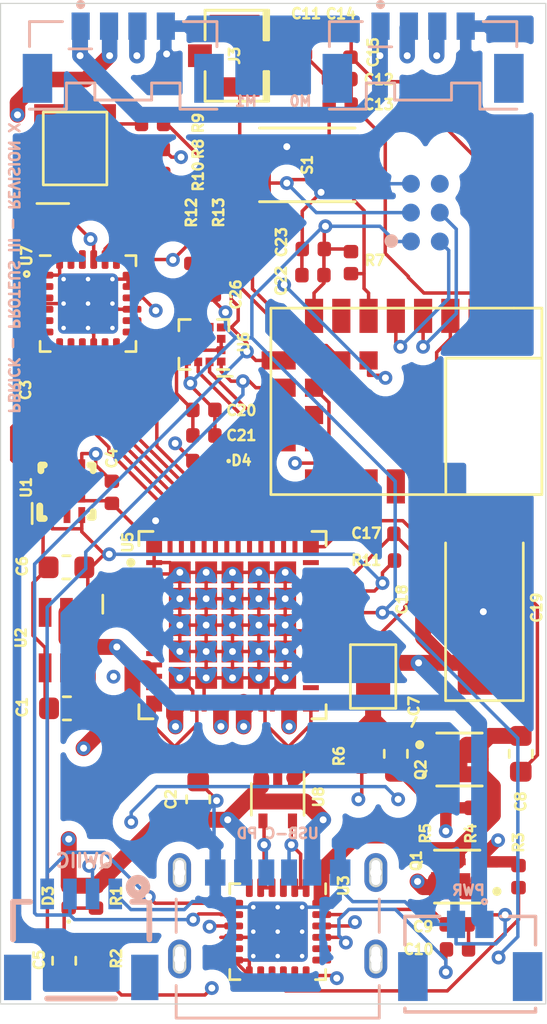
<source format=kicad_pcb>
(kicad_pcb (version 20171130) (host pcbnew 5.1.5+dfsg1-2build2)
  (layers (0 F.Cu signal) (1 M.Cu signal) (2 GND power) (31 B.Cu signal) (34 B.Paste user) (35 F.Paste user) (36 B.SilkS user) (37 F.SilkS user) (38 B.Mask user) (39 F.Mask user) (44 Edge.Cuts user))
  (net 0 "")
  (net 1 VDD)
  (net 2 /P0.00)
  (net 3 /P0.01)
  (net 4 3.3V)
  (net 5 /M0_0)
  (net 6 /M0_1)
  (net 7 "Net-(LED1-Pad3)")
  (net 8 5V)
  (net 9 "Net-(LED1-Pad2)")
  (net 10 "Net-(LED1-Pad1)")
  (net 11 /P0.18)
  (net 12 /SWDCLK)
  (net 13 /SWDIO)
  (net 14 /P0.23)
  (net 15 /P0.10)
  (net 16 /P0.09)
  (net 17 /RF)
  (net 18 /ANT)
  (net 19 "Net-(C3-Pad2)")
  (net 20 /M1_0)
  (net 21 /M1_1)
  (net 22 "Net-(C10-Pad2)")
  (net 23 VBUS)
  (net 24 "Net-(Q1-Pad3)")
  (net 25 /VBUS_EN_SNK)
  (net 26 /DISCH)
  (net 27 GND)
  (net 28 "Net-(C5-Pad1)")
  (net 29 "Net-(C7-Pad2)")
  (net 30 "Net-(C11-Pad2)")
  (net 31 "Net-(C17-Pad2)")
  (net 32 "Net-(R2-Pad2)")
  (net 33 /P0.22)
  (net 34 /P0.19)
  (net 35 /PCA9624_1)
  (net 36 /PCA9624_2)
  (net 37 /PCA9624_3)
  (net 38 /PCA9624_4)
  (net 39 /PCA9624_5)
  (net 40 /PCA9624_6)
  (net 41 "Net-(C4-Pad1)")
  (net 42 "Net-(C9-Pad2)")
  (net 43 /P0.07)
  (net 44 /P0.21)
  (net 45 /P1.00)
  (net 46 /P1.09)
  (net 47 /P0.11)
  (net 48 /P0.12)
  (net 49 /P0.03)
  (net 50 /P1.08)
  (net 51 /P0.02)
  (net 52 "Net-(U1-Pad5)")
  (net 53 "Net-(U2-Pad5)")
  (net 54 "Net-(U2-Pad3)")
  (net 55 "Net-(U3-Pad17)")
  (net 56 "Net-(U3-Pad15)")
  (net 57 "Net-(U3-Pad14)")
  (net 58 "Net-(U3-Pad6)")
  (net 59 "Net-(U3-Pad20)")
  (net 60 "Net-(U3-Pad19)")
  (net 61 "Net-(U3-Pad11)")
  (net 62 "Net-(U5-Pad48)")
  (net 63 "Net-(U5-Pad47)")
  (net 64 "Net-(U6-Pad5)")
  (net 65 /PCA9624_7)
  (net 66 /PCA9624_0)
  (net 67 "Net-(J1-PadA5)")
  (net 68 "Net-(J1-PadB5)")
  (net 69 "Net-(J2-Pad6)")
  (net 70 VSS)
  (module Common:TAG_TC2030-IDC-NL (layer B.Cu) (at 138.7 99.2 90)
    (fp_text reference J2 hide)
    (fp_text value TC2030-IDC-NL hide)
    (pad 6 smd circle (at 1.27 0.635 90) (size 0.787 0.787) (layers B.Cu B.Mask) (net 69 "Net-(J2-Pad6)"))
    (pad 5 smd circle (at 1.27 -0.635 90) (size 0.787 0.787) (layers B.Cu B.Mask) (net 27 GND))
    (pad 4 smd circle (at 0 0.635 90) (size 0.787 0.787) (layers B.Cu B.Mask) (net 12 /SWDCLK))
    (pad 3 smd circle (at 0 -0.635 90) (size 0.787 0.787) (layers B.Cu B.Mask) (net 11 /P0.18))
    (pad 2 smd circle (at -1.27 0.635 90) (size 0.787 0.787) (layers B.Cu B.Mask) (net 13 /SWDIO))
    (pad 1 smd circle (at -1.27 -0.635 90) (size 0.787 0.787) (layers B.Cu B.Mask) (net 4 3.3V))
    (pad None np_thru_hole circle (at 2.54 -1.016 90) (size 0.991 0.991) (drill 0.991) (layers *.Cu *.Mask))
    (pad None np_thru_hole circle (at 2.54 1.016 90) (size 0.991 0.991) (drill 0.991) (layers *.Cu *.Mask))
    (pad None np_thru_hole circle (at -2.54 0 90) (size 0.991 0.991) (drill 0.991) (layers *.Cu *.Mask))
  )
  (module Package_DFN_QFN:QFN-24-1EP_4x4mm_P0.5mm_EP2.65x2.65mm_ThermalVias (layer F.Cu) (at 132.2 130.82 270)
    (fp_text reference U3 (at -2.02 -2.9 90) (layer F.SilkS) (effects (font (size 0.45 0.45) (thickness 0.1125))))
    (fp_text value STUSB4500QTR hide)
    (pad 24 smd roundrect (at -1.25 -1.9375 270) (size 0.3 0.825) (layers F.Cu F.Paste F.Mask) (net 70 VSS))
    (pad 23 smd roundrect (at -0.75 -1.9375 270) (size 0.3 0.825) (layers F.Cu F.Paste F.Mask) (net 42 "Net-(C9-Pad2)"))
    (pad 22 smd roundrect (at -0.25 -1.9375 270) (size 0.3 0.825) (layers F.Cu F.Paste F.Mask) (net 4 3.3V))
    (pad 21 smd roundrect (at 0.25 -1.9375 270) (size 0.3 0.825) (layers F.Cu F.Paste F.Mask) (net 22 "Net-(C10-Pad2)"))
    (pad 20 smd roundrect (at 0.75 -1.9375 270) (size 0.3 0.825) (layers F.Cu F.Paste F.Mask) (net 59 "Net-(U3-Pad20)"))
    (pad 19 smd roundrect (at 1.25 -1.9375 270) (size 0.3 0.825) (layers F.Cu F.Paste F.Mask) (net 60 "Net-(U3-Pad19)"))
    (pad 18 smd roundrect (at 1.9375 -1.25 270) (size 0.825 0.3) (layers F.Cu F.Paste F.Mask) (net 32 "Net-(R2-Pad2)"))
    (pad 17 smd roundrect (at 1.9375 -0.75 270) (size 0.825 0.3) (layers F.Cu F.Paste F.Mask) (net 55 "Net-(U3-Pad17)"))
    (pad 16 smd roundrect (at 1.9375 -0.25 270) (size 0.825 0.3) (layers F.Cu F.Paste F.Mask) (net 25 /VBUS_EN_SNK))
    (pad 15 smd roundrect (at 1.9375 0.25 270) (size 0.825 0.3) (layers F.Cu F.Paste F.Mask) (net 56 "Net-(U3-Pad15)"))
    (pad 14 smd roundrect (at 1.9375 0.75 270) (size 0.825 0.3) (layers F.Cu F.Paste F.Mask) (net 57 "Net-(U3-Pad14)"))
    (pad 13 smd roundrect (at 1.9375 1.25 270) (size 0.825 0.3) (layers F.Cu F.Paste F.Mask) (net 27 GND))
    (pad 12 smd roundrect (at 1.25 1.9375 270) (size 0.3 0.825) (layers F.Cu F.Paste F.Mask) (net 27 GND))
    (pad 11 smd roundrect (at 0.75 1.9375 270) (size 0.3 0.825) (layers F.Cu F.Paste F.Mask) (net 61 "Net-(U3-Pad11)"))
    (pad 10 smd roundrect (at 0.25 1.9375 270) (size 0.3 0.825) (layers F.Cu F.Paste F.Mask) (net 27 GND))
    (pad 9 smd roundrect (at -0.25 1.9375 270) (size 0.3 0.825) (layers F.Cu F.Paste F.Mask) (net 26 /DISCH))
    (pad 8 smd roundrect (at -0.75 1.9375 270) (size 0.3 0.825) (layers F.Cu F.Paste F.Mask) (net 34 /P0.19))
    (pad 7 smd roundrect (at -1.25 1.9375 270) (size 0.3 0.825) (layers F.Cu F.Paste F.Mask) (net 33 /P0.22))
    (pad 6 smd roundrect (at -1.9375 1.25 270) (size 0.825 0.3) (layers F.Cu F.Paste F.Mask) (net 58 "Net-(U3-Pad6)"))
    (pad 5 smd roundrect (at -1.9375 0.75 270) (size 0.825 0.3) (layers F.Cu F.Paste F.Mask) (net 68 "Net-(J1-PadB5)"))
    (pad 4 smd roundrect (at -1.9375 0.25 270) (size 0.825 0.3) (layers F.Cu F.Paste F.Mask) (net 68 "Net-(J1-PadB5)"))
    (pad 3 smd roundrect (at -1.9375 -0.25 270) (size 0.825 0.3) (layers F.Cu F.Paste F.Mask))
    (pad 2 smd roundrect (at -1.9375 -0.75 270) (size 0.825 0.3) (layers F.Cu F.Paste F.Mask) (net 67 "Net-(J1-PadA5)"))
    (pad 1 smd roundrect (at -1.9375 -1.25 270) (size 0.825 0.3) (layers F.Cu F.Paste F.Mask) (net 67 "Net-(J1-PadA5)"))
    (pad 25 smd roundrect (at 0 0 270) (size 2.65 2.65) (layers B.Cu) (roundrect_rratio 0.09433999999999999) (net 27 GND))
    (pad 25 thru_hole circle (at 1.075 1.075 270) (size 0.5 0.5) (drill 0.2) (layers *.Cu) (net 27 GND))
    (pad 25 thru_hole circle (at 0 1.075 270) (size 0.5 0.5) (drill 0.2) (layers *.Cu) (net 27 GND))
    (pad 25 thru_hole circle (at -1.075 1.075 270) (size 0.5 0.5) (drill 0.2) (layers *.Cu) (net 27 GND))
    (pad 25 thru_hole circle (at 1.075 0 270) (size 0.5 0.5) (drill 0.2) (layers *.Cu) (net 27 GND))
    (pad 25 thru_hole circle (at 0 0 270) (size 0.5 0.5) (drill 0.2) (layers *.Cu) (net 27 GND))
    (pad 25 thru_hole circle (at -1.075 0 270) (size 0.5 0.5) (drill 0.2) (layers *.Cu) (net 27 GND))
    (pad 25 thru_hole circle (at 1.075 -1.075 270) (size 0.5 0.5) (drill 0.2) (layers *.Cu) (net 27 GND))
    (pad 25 thru_hole circle (at 0 -1.075 270) (size 0.5 0.5) (drill 0.2) (layers *.Cu) (net 27 GND))
    (pad 25 thru_hole circle (at -1.075 -1.075 270) (size 0.5 0.5) (drill 0.2) (layers *.Cu) (net 27 GND))
    (pad 25 smd roundrect (at 0 0 270) (size 2.65 2.65) (layers F.Cu F.Mask) (roundrect_rratio 0.09433999999999999) (net 27 GND))
  )
  (module "Common:IC_TB67H420FTG(O,EL)" (layer F.Cu) (at 130.21 117.34)
    (fp_text reference U5 (at -4.61 -3.64 90) (layer F.SilkS) (effects (font (size 0.45 0.45) (thickness 0.1125))))
    (fp_text value "TB67H420FTG(O,EL)" hide)
    (pad 98 thru_hole circle (at 2.32 2.32) (size 0.5 0.5) (drill 0.3) (layers *.Cu *.Mask) (net 27 GND))
    (pad 97 thru_hole circle (at 2.32 1.16) (size 0.5 0.5) (drill 0.3) (layers *.Cu *.Mask) (net 27 GND))
    (pad 96 thru_hole circle (at 2.32 0) (size 0.5 0.5) (drill 0.3) (layers *.Cu *.Mask) (net 27 GND))
    (pad 95 thru_hole circle (at 2.32 -1.16) (size 0.5 0.5) (drill 0.3) (layers *.Cu *.Mask) (net 27 GND))
    (pad 94 thru_hole circle (at 2.32 -2.32) (size 0.5 0.5) (drill 0.3) (layers *.Cu *.Mask) (net 27 GND))
    (pad 93 thru_hole circle (at 1.16 -2.32) (size 0.5 0.5) (drill 0.3) (layers *.Cu *.Mask) (net 27 GND))
    (pad 92 thru_hole circle (at 1.16 -1.16) (size 0.5 0.5) (drill 0.3) (layers *.Cu *.Mask) (net 27 GND))
    (pad 91 thru_hole circle (at 1.16 0) (size 0.5 0.5) (drill 0.3) (layers *.Cu *.Mask) (net 27 GND))
    (pad 90 thru_hole circle (at 1.16 1.16) (size 0.5 0.5) (drill 0.3) (layers *.Cu *.Mask) (net 27 GND))
    (pad 89 thru_hole circle (at 1.16 2.32) (size 0.5 0.5) (drill 0.3) (layers *.Cu *.Mask) (net 27 GND))
    (pad 88 thru_hole circle (at 0 2.32) (size 0.5 0.5) (drill 0.3) (layers *.Cu *.Mask) (net 27 GND))
    (pad 87 thru_hole circle (at 0 1.16) (size 0.5 0.5) (drill 0.3) (layers *.Cu *.Mask) (net 27 GND))
    (pad 86 thru_hole circle (at 0 0) (size 0.5 0.5) (drill 0.3) (layers *.Cu *.Mask) (net 27 GND))
    (pad 85 thru_hole circle (at 0 -1.16) (size 0.5 0.5) (drill 0.3) (layers *.Cu *.Mask) (net 27 GND))
    (pad 84 thru_hole circle (at 0 -2.32) (size 0.5 0.5) (drill 0.3) (layers *.Cu *.Mask) (net 27 GND))
    (pad 83 thru_hole circle (at -1.16 -2.32) (size 0.5 0.5) (drill 0.3) (layers *.Cu *.Mask) (net 27 GND))
    (pad 82 thru_hole circle (at -1.16 -1.16) (size 0.5 0.5) (drill 0.3) (layers *.Cu *.Mask) (net 27 GND))
    (pad 81 thru_hole circle (at -1.16 0) (size 0.5 0.5) (drill 0.3) (layers *.Cu *.Mask) (net 27 GND))
    (pad 80 thru_hole circle (at -1.16 1.16) (size 0.5 0.5) (drill 0.3) (layers *.Cu *.Mask) (net 27 GND))
    (pad 79 thru_hole circle (at -1.16 2.32) (size 0.5 0.5) (drill 0.3) (layers *.Cu *.Mask) (net 27 GND))
    (pad 78 thru_hole circle (at -2.32 2.32) (size 0.5 0.5) (drill 0.3) (layers *.Cu *.Mask) (net 27 GND))
    (pad 77 thru_hole circle (at -2.32 1.16) (size 0.5 0.5) (drill 0.3) (layers *.Cu *.Mask) (net 27 GND))
    (pad 76 thru_hole circle (at -2.32 0) (size 0.5 0.5) (drill 0.3) (layers *.Cu *.Mask) (net 27 GND))
    (pad 75 thru_hole circle (at -2.32 -1.16) (size 0.5 0.5) (drill 0.3) (layers *.Cu *.Mask) (net 27 GND))
    (pad 74 thru_hole circle (at -2.32 -2.32) (size 0.5 0.5) (drill 0.3) (layers *.Cu *.Mask) (net 27 GND))
    (pad 73 smd rect (at 2.32 2.32) (size 0.96 0.96) (layers F.Cu F.Paste F.Mask) (net 27 GND))
    (pad 72 smd rect (at 2.32 1.16) (size 0.96 0.96) (layers F.Cu F.Paste F.Mask) (net 27 GND))
    (pad 71 smd rect (at 2.32 0) (size 0.96 0.96) (layers F.Cu F.Paste F.Mask) (net 27 GND))
    (pad 70 smd rect (at 2.32 -1.16) (size 0.96 0.96) (layers F.Cu F.Paste F.Mask) (net 27 GND))
    (pad 69 smd rect (at 2.32 -2.32) (size 0.96 0.96) (layers F.Cu F.Paste F.Mask) (net 27 GND))
    (pad 68 smd rect (at 1.16 -2.32) (size 0.96 0.96) (layers F.Cu F.Paste F.Mask) (net 27 GND))
    (pad 67 smd rect (at 1.16 -1.16) (size 0.96 0.96) (layers F.Cu F.Paste F.Mask) (net 27 GND))
    (pad 66 smd rect (at 1.16 0) (size 0.96 0.96) (layers F.Cu F.Paste F.Mask) (net 27 GND))
    (pad 65 smd rect (at 1.16 1.16) (size 0.96 0.96) (layers F.Cu F.Paste F.Mask) (net 27 GND))
    (pad 64 smd rect (at 1.16 2.32) (size 0.96 0.96) (layers F.Cu F.Paste F.Mask) (net 27 GND))
    (pad 63 smd rect (at 0 2.32) (size 0.96 0.96) (layers F.Cu F.Paste F.Mask) (net 27 GND))
    (pad 62 smd rect (at 0 1.16) (size 0.96 0.96) (layers F.Cu F.Paste F.Mask) (net 27 GND))
    (pad 61 smd rect (at 0 0) (size 0.96 0.96) (layers F.Cu F.Paste F.Mask) (net 27 GND))
    (pad 60 smd rect (at 0 -1.16) (size 0.96 0.96) (layers F.Cu F.Paste F.Mask) (net 27 GND))
    (pad 59 smd rect (at 0 -2.32) (size 0.96 0.96) (layers F.Cu F.Paste F.Mask) (net 27 GND))
    (pad 58 smd rect (at -1.16 -2.32) (size 0.96 0.96) (layers F.Cu F.Paste F.Mask) (net 27 GND))
    (pad 57 smd rect (at -1.16 -1.16) (size 0.96 0.96) (layers F.Cu F.Paste F.Mask) (net 27 GND))
    (pad 56 smd rect (at -1.16 0) (size 0.96 0.96) (layers F.Cu F.Paste F.Mask) (net 27 GND))
    (pad 55 smd rect (at -1.16 1.16) (size 0.96 0.96) (layers F.Cu F.Paste F.Mask) (net 27 GND))
    (pad 54 smd rect (at -1.16 2.32) (size 0.96 0.96) (layers F.Cu F.Paste F.Mask) (net 27 GND))
    (pad 53 smd rect (at -2.32 2.32) (size 0.96 0.96) (layers F.Cu F.Paste F.Mask) (net 27 GND))
    (pad 52 smd rect (at -2.32 1.16) (size 0.96 0.96) (layers F.Cu F.Paste F.Mask) (net 27 GND))
    (pad 51 smd rect (at -2.32 0) (size 0.96 0.96) (layers F.Cu F.Paste F.Mask) (net 27 GND))
    (pad 50 smd rect (at -2.32 -1.16) (size 0.96 0.96) (layers F.Cu F.Paste F.Mask) (net 27 GND))
    (pad 49 smd rect (at -2.32 -2.32) (size 0.96 0.96) (layers F.Cu F.Paste F.Mask) (net 27 GND))
    (pad G2 smd rect (at -3.45 3.45) (size 0.7 0.7) (layers F.Cu F.Paste F.Mask) (net 27 GND))
    (pad G1 smd rect (at -3.45 -3.45) (size 0.7 0.7) (layers F.Cu F.Paste F.Mask) (net 27 GND))
    (pad G3 smd rect (at 3.45 3.45) (size 0.7 0.7) (layers F.Cu F.Paste F.Mask) (net 27 GND))
    (pad G4 smd rect (at 3.45 -3.45) (size 0.7 0.7) (layers F.Cu F.Paste F.Mask) (net 27 GND))
    (pad 36 smd rect (at 3.45 -2.75) (size 0.7 0.22) (layers F.Cu F.Paste F.Mask))
    (pad 35 smd rect (at 3.45 -2.25) (size 0.7 0.22) (layers F.Cu F.Paste F.Mask) (net 31 "Net-(C17-Pad2)"))
    (pad 34 smd rect (at 3.45 -1.75) (size 0.7 0.22) (layers F.Cu F.Paste F.Mask) (net 8 5V))
    (pad 33 smd rect (at 3.45 -1.25) (size 0.7 0.22) (layers F.Cu F.Paste F.Mask) (net 8 5V))
    (pad 32 smd rect (at 3.45 -0.75) (size 0.7 0.22) (layers F.Cu F.Paste F.Mask) (net 4 3.3V))
    (pad 31 smd rect (at 3.45 -0.25) (size 0.7 0.22) (layers F.Cu F.Paste F.Mask) (net 4 3.3V))
    (pad 30 smd rect (at 3.45 0.25) (size 0.7 0.22) (layers F.Cu F.Paste F.Mask) (net 27 GND))
    (pad 29 smd rect (at 3.45 0.75) (size 0.7 0.22) (layers F.Cu F.Paste F.Mask) (net 27 GND))
    (pad 28 smd rect (at 3.45 1.25) (size 0.7 0.22) (layers F.Cu F.Paste F.Mask))
    (pad 27 smd rect (at 3.45 1.75) (size 0.7 0.22) (layers F.Cu F.Paste F.Mask) (net 1 VDD))
    (pad 26 smd rect (at 3.45 2.25) (size 0.7 0.22) (layers F.Cu F.Paste F.Mask) (net 1 VDD))
    (pad 25 smd rect (at 3.45 2.75) (size 0.7 0.22) (layers F.Cu F.Paste F.Mask))
    (pad 12 smd rect (at -3.45 2.75) (size 0.7 0.22) (layers F.Cu F.Paste F.Mask))
    (pad 11 smd rect (at -3.45 2.25) (size 0.7 0.22) (layers F.Cu F.Paste F.Mask) (net 1 VDD))
    (pad 10 smd rect (at -3.45 1.75) (size 0.7 0.22) (layers F.Cu F.Paste F.Mask) (net 1 VDD))
    (pad 9 smd rect (at -3.45 1.25) (size 0.7 0.22) (layers F.Cu F.Paste F.Mask))
    (pad 8 smd rect (at -3.45 0.75) (size 0.7 0.22) (layers F.Cu F.Paste F.Mask) (net 27 GND))
    (pad 7 smd rect (at -3.45 0.25) (size 0.7 0.22) (layers F.Cu F.Paste F.Mask))
    (pad 6 smd rect (at -3.45 -0.25) (size 0.7 0.22) (layers F.Cu F.Paste F.Mask))
    (pad 5 smd rect (at -3.45 -0.75) (size 0.7 0.22) (layers F.Cu F.Paste F.Mask))
    (pad 4 smd rect (at -3.45 -1.25) (size 0.7 0.22) (layers F.Cu F.Paste F.Mask))
    (pad 3 smd rect (at -3.45 -1.75) (size 0.7 0.22) (layers F.Cu F.Paste F.Mask))
    (pad 2 smd rect (at -3.45 -2.25) (size 0.7 0.22) (layers F.Cu F.Paste F.Mask) (net 27 GND))
    (pad 1 smd rect (at -3.45 -2.75) (size 0.7 0.22) (layers F.Cu F.Paste F.Mask) (net 27 GND))
    (pad 48 smd rect (at -2.75 -3.45) (size 0.22 0.7) (layers F.Cu F.Paste F.Mask) (net 62 "Net-(U5-Pad48)"))
    (pad 47 smd rect (at -2.25 -3.45) (size 0.22 0.7) (layers F.Cu F.Paste F.Mask) (net 63 "Net-(U5-Pad47)"))
    (pad 46 smd rect (at -1.75 -3.45) (size 0.22 0.7) (layers F.Cu F.Paste F.Mask))
    (pad 45 smd rect (at -1.25 -3.45) (size 0.22 0.7) (layers F.Cu F.Paste F.Mask))
    (pad 44 smd rect (at -0.75 -3.45) (size 0.22 0.7) (layers F.Cu F.Paste F.Mask) (net 35 /PCA9624_1))
    (pad 43 smd rect (at -0.25 -3.45) (size 0.22 0.7) (layers F.Cu F.Paste F.Mask) (net 36 /PCA9624_2))
    (pad 42 smd rect (at 0.25 -3.45) (size 0.22 0.7) (layers F.Cu F.Paste F.Mask) (net 37 /PCA9624_3))
    (pad 41 smd rect (at 0.75 -3.45) (size 0.22 0.7) (layers F.Cu F.Paste F.Mask) (net 38 /PCA9624_4))
    (pad 40 smd rect (at 1.25 -3.45) (size 0.22 0.7) (layers F.Cu F.Paste F.Mask) (net 39 /PCA9624_5))
    (pad 39 smd rect (at 1.75 -3.45) (size 0.22 0.7) (layers F.Cu F.Paste F.Mask) (net 40 /PCA9624_6))
    (pad 38 smd rect (at 2.25 -3.45) (size 0.22 0.7) (layers F.Cu F.Paste F.Mask))
    (pad 37 smd rect (at 2.75 -3.45) (size 0.22 0.7) (layers F.Cu F.Paste F.Mask))
    (pad 24 smd rect (at 2.75 3.45) (size 0.22 0.7) (layers F.Cu F.Paste F.Mask) (net 6 /M0_1))
    (pad 23 smd rect (at 2.25 3.45) (size 0.22 0.7) (layers F.Cu F.Paste F.Mask) (net 6 /M0_1))
    (pad 22 smd rect (at 1.75 3.45) (size 0.22 0.7) (layers F.Cu F.Paste F.Mask) (net 27 GND))
    (pad 21 smd rect (at 1.25 3.45) (size 0.22 0.7) (layers F.Cu F.Paste F.Mask) (net 27 GND))
    (pad 20 smd rect (at 0.75 3.45) (size 0.22 0.7) (layers F.Cu F.Paste F.Mask) (net 5 /M0_0))
    (pad 19 smd rect (at 0.25 3.45) (size 0.22 0.7) (layers F.Cu F.Paste F.Mask) (net 5 /M0_0))
    (pad 18 smd rect (at -0.25 3.45) (size 0.22 0.7) (layers F.Cu F.Paste F.Mask) (net 20 /M1_0))
    (pad 17 smd rect (at -0.75 3.45) (size 0.22 0.7) (layers F.Cu F.Paste F.Mask) (net 20 /M1_0))
    (pad 16 smd rect (at -1.25 3.45) (size 0.22 0.7) (layers F.Cu F.Paste F.Mask) (net 27 GND))
    (pad 15 smd rect (at -1.75 3.45) (size 0.22 0.7) (layers F.Cu F.Paste F.Mask) (net 27 GND))
    (pad 14 smd rect (at -2.25 3.45) (size 0.22 0.7) (layers F.Cu F.Paste F.Mask) (net 21 /M1_1))
    (pad 13 smd rect (at -2.75 3.45) (size 0.22 0.7) (layers F.Cu F.Paste F.Mask) (net 21 /M1_1))
  )
  (module Common:QFN6_THERMAL_PAD (layer F.Cu) (at 122.925 111.45)
    (fp_text reference U1 (at -1.795 -0.16 90) (layer F.SilkS) (effects (font (size 0.45 0.45) (thickness 0.1125))))
    (fp_text value MIC5219-3.3YML-TR hide)
    (pad GND smd rect (at 0 0) (size 1.6 1) (layers F.Cu F.Paste F.Mask) (net 27 GND))
    (pad 6 smd rect (at -0.65 -1.05) (size 0.3 0.7) (layers F.Cu F.Paste F.Mask) (net 19 "Net-(C3-Pad2)"))
    (pad 5 smd rect (at 0 -1.05) (size 0.3 0.7) (layers F.Cu F.Paste F.Mask) (net 52 "Net-(U1-Pad5)"))
    (pad 1 smd rect (at -0.65 1.05) (size 0.3 0.7) (layers F.Cu F.Paste F.Mask) (net 8 5V))
    (pad 2 smd rect (at 0 1.05) (size 0.3 0.7) (layers F.Cu F.Paste F.Mask) (net 27 GND))
    (pad 3 smd rect (at 0.65 1.05) (size 0.3 0.7) (layers F.Cu F.Paste F.Mask) (net 8 5V))
    (pad 4 smd rect (at 0.65 -1.05) (size 0.3 0.7) (layers F.Cu F.Paste F.Mask) (net 41 "Net-(C4-Pad1)"))
  )
  (module Capacitor_SMD:C_0402_1005Metric (layer F.Cu) (at 124.9 111.5 270)
    (fp_text reference C4 (at -1.5 0 90) (layer F.SilkS) (effects (font (size 0.45 0.45) (thickness 0.1125))))
    (fp_text value "2.2uF 0402" hide)
    (pad 2 smd roundrect (at 0.485 0 270) (size 0.59 0.64) (layers F.Cu F.Paste F.Mask) (net 27 GND))
    (pad 1 smd roundrect (at -0.485 0 270) (size 0.59 0.64) (layers F.Cu F.Paste F.Mask) (net 41 "Net-(C4-Pad1)"))
  )
  (module Common:WIRL-BLTE_Proteus-III (layer F.Cu) (at 138 107.5 180)
    (fp_text reference PROTEUS-III1 hide)
    (fp_text value PROTEUS-III hide)
    (pad B6 smd rect (at 4.2 -1.8 270) (size 0.8 0.8) (layers F.Cu F.Paste F.Mask) (net 43 /P0.07))
    (pad B5 smd rect (at 4.2 -0.6 270) (size 0.8 0.8) (layers F.Cu F.Paste F.Mask) (net 44 /P0.21))
    (pad B4 smd rect (at 4.2 0.6 270) (size 0.8 0.8) (layers F.Cu F.Paste F.Mask) (net 45 /P1.00))
    (pad B3 smd rect (at 4.2 1.8 270) (size 0.8 0.8) (layers F.Cu F.Paste F.Mask) (net 14 /P0.23))
    (pad B2 smd rect (at 3 1.8 270) (size 0.8 0.8) (layers F.Cu F.Paste F.Mask) (net 15 /P0.10))
    (pad B1 smd rect (at 1.8 1.8 270) (size 0.8 0.8) (layers F.Cu F.Paste F.Mask) (net 16 /P0.09))
    (pad 11 smd rect (at 5.76 -0.6 270) (size 0.8 1.5) (layers F.Cu F.Paste F.Mask) (net 2 /P0.00))
    (pad 10 smd rect (at 5.76 0.6 270) (size 0.8 1.5) (layers F.Cu F.Paste F.Mask) (net 33 /P0.22))
    (pad 9 smd rect (at 5.76 1.8 270) (size 0.8 1.5) (layers F.Cu F.Paste F.Mask) (net 34 /P0.19))
    (pad 12 smd rect (at 5.76 -1.8 270) (size 0.8 1.5) (layers F.Cu F.Paste F.Mask) (net 3 /P0.01))
    (pad 14 smd rect (at 3 -3.74) (size 0.8 1.5) (layers F.Cu F.Paste F.Mask) (net 46 /P1.09))
    (pad 18 smd rect (at -1.8 -3.74) (size 0.8 1.5) (layers F.Cu F.Paste F.Mask) (net 27 GND))
    (pad 15 smd rect (at 1.8 -3.74) (size 0.8 1.5) (layers F.Cu F.Paste F.Mask) (net 47 /P0.11))
    (pad 16 smd rect (at 0.6 -3.74) (size 0.8 1.5) (layers F.Cu F.Paste F.Mask) (net 48 /P0.12))
    (pad 17 smd rect (at -0.6 -3.74) (size 0.8 1.5) (layers F.Cu F.Paste F.Mask) (net 49 /P0.03))
    (pad 13 smd rect (at 4.2 -3.74) (size 0.8 1.5) (layers F.Cu F.Paste F.Mask) (net 50 /P1.08))
    (pad 7 smd rect (at 3 3.76 180) (size 0.8 1.5) (layers F.Cu F.Paste F.Mask) (net 51 /P0.02))
    (pad 8 smd rect (at 4.2 3.76 180) (size 0.8 1.5) (layers F.Cu F.Paste F.Mask) (net 4 3.3V))
    (pad 6 smd rect (at 1.8 3.76 180) (size 0.8 1.5) (layers F.Cu F.Paste F.Mask) (net 11 /P0.18))
    (pad 5 smd rect (at 0.6 3.76 180) (size 0.8 1.5) (layers F.Cu F.Paste F.Mask) (net 13 /SWDIO))
    (pad 4 smd rect (at -0.6 3.76 180) (size 0.8 1.5) (layers F.Cu F.Paste F.Mask) (net 12 /SWDCLK))
    (pad 3 smd rect (at -1.8 3.76 180) (size 0.8 1.5) (layers F.Cu F.Paste F.Mask) (net 27 GND))
    (pad 2 smd rect (at -3 3.76 180) (size 0.8 1.5) (layers F.Cu F.Paste F.Mask) (net 17 /RF))
    (pad 1 smd rect (at -4.2 3.76 180) (size 0.8 1.5) (layers F.Cu F.Paste F.Mask) (net 18 /ANT))
  )
  (module Common:5055670271 (layer B.Cu) (at 141.3 130.5)
    (fp_text reference PWR (at -0.7 -1.5) (layer B.SilkS) (effects (font (size 0.45 0.45) (thickness 0.1125)) (justify mirror)))
    (fp_text value 5055670271 hide)
    (pad 4 smd rect (at -3.150001 2.294999) (size 1.3 2.15) (layers B.Cu B.Paste B.Mask))
    (pad 3 smd rect (at 1.900001 2.294999) (size 1.3 2.15) (layers B.Cu B.Paste B.Mask))
    (pad 2 smd rect (at -1.25 0) (size 0.8 1.2) (layers B.Cu B.Paste B.Mask) (net 27 GND))
    (pad 1 smd rect (at 0 0) (size 0.8 1.2) (layers B.Cu B.Paste B.Mask) (net 1 VDD))
  )
  (module Common:SOT95P280X145-6N (layer F.Cu) (at 122.9 118 270)
    (fp_text reference U2 (at -0.1 2 90) (layer F.SilkS) (effects (font (size 0.45 0.45) (thickness 0.1125))))
    (fp_text value ADP3330ARTZ-5-RL7 hide)
    (pad 6 smd rect (at 1.2192 -0.9398 270) (size 1.27 0.5588) (layers F.Cu F.Paste F.Mask) (net 1 VDD))
    (pad 5 smd rect (at 1.2192 0 270) (size 1.27 0.5588) (layers F.Cu F.Paste F.Mask) (net 53 "Net-(U2-Pad5)"))
    (pad 4 smd rect (at 1.2192 0.9398 270) (size 1.27 0.5588) (layers F.Cu F.Paste F.Mask) (net 27 GND))
    (pad 3 smd rect (at -1.2192 0.9398 270) (size 1.27 0.5588) (layers F.Cu F.Paste F.Mask) (net 54 "Net-(U2-Pad3)"))
    (pad 2 smd rect (at -1.2192 0 270) (size 1.27 0.5588) (layers F.Cu F.Paste F.Mask) (net 1 VDD))
    (pad 1 smd rect (at -1.2192 -0.9398 270) (size 1.27 0.5588) (layers F.Cu F.Paste F.Mask) (net 8 5V))
  )
  (module Common:SW_KMR621NGLFS (layer F.Cu) (at 133.5 97.1)
    (fp_text reference S1 (at 0 0 90) (layer F.SilkS) (effects (font (size 0.45 0.45) (thickness 0.1125))))
    (fp_text value KMR621NGLFS hide)
    (pad 2_2 smd rect (at 2.05 0.8) (size 0.9 1) (layers F.Cu F.Paste F.Mask) (net 11 /P0.18))
    (pad 2_1 smd rect (at -2.05 0.8) (size 0.9 1) (layers F.Cu F.Paste F.Mask) (net 11 /P0.18))
    (pad 1_2 smd rect (at 2.05 -0.8) (size 0.9 1) (layers F.Cu F.Paste F.Mask) (net 27 GND))
    (pad 1_1 smd rect (at -2.05 -0.8) (size 0.9 1) (layers F.Cu F.Paste F.Mask) (net 27 GND))
  )
  (module Common:TRANS_SSM6J507NU,LF (layer F.Cu) (at 140.2 123.25)
    (fp_text reference Q2 (at -1.7 0.45 90) (layer F.SilkS) (effects (font (size 0.45 0.45) (thickness 0.1125))))
    (fp_text value SSM6J507NU hide)
    (pad 7 smd rect (at 0 -0.325) (size 1.15 0.95) (layers F.Cu F.Paste F.Mask) (net 70 VSS))
    (pad 6 smd rect (at 0.9375 -0.65) (size 0.425 0.4) (layers F.Cu F.Paste F.Mask) (net 70 VSS))
    (pad 5 smd rect (at 0.9375 0) (size 0.425 0.4) (layers F.Cu F.Paste F.Mask) (net 70 VSS))
    (pad 2 smd rect (at -0.9375 0) (size 0.425 0.4) (layers F.Cu F.Paste F.Mask) (net 70 VSS))
    (pad 8 smd rect (at 0 0.65) (size 0.75 0.3) (layers F.Cu F.Paste F.Mask) (net 70 VSS))
    (pad 4 smd rect (at 0.9375 0.65) (size 0.425 0.4) (layers F.Cu F.Paste F.Mask) (net 70 VSS))
    (pad 3 smd rect (at -0.9375 0.65) (size 0.425 0.4) (layers F.Cu F.Paste F.Mask) (net 24 "Net-(Q1-Pad3)"))
    (pad 1 smd rect (at -0.9375 -0.65) (size 0.425 0.4) (layers F.Cu F.Paste F.Mask) (net 70 VSS))
  )
  (module Common:TRANS_SSM6J507NU,LF (layer F.Cu) (at 140.1 128.4 180)
    (fp_text reference Q1 (at 1.8 0.7 90) (layer F.SilkS) (effects (font (size 0.45 0.45) (thickness 0.1125))))
    (fp_text value SSM6J507NU hide)
    (pad 7 smd rect (at 0 -0.325 180) (size 1.15 0.95) (layers F.Cu F.Paste F.Mask) (net 23 VBUS))
    (pad 6 smd rect (at 0.9375 -0.65 180) (size 0.425 0.4) (layers F.Cu F.Paste F.Mask) (net 23 VBUS))
    (pad 5 smd rect (at 0.9375 0 180) (size 0.425 0.4) (layers F.Cu F.Paste F.Mask) (net 23 VBUS))
    (pad 2 smd rect (at -0.9375 0 180) (size 0.425 0.4) (layers F.Cu F.Paste F.Mask) (net 23 VBUS))
    (pad 8 smd rect (at 0 0.65 180) (size 0.75 0.3) (layers F.Cu F.Paste F.Mask) (net 70 VSS))
    (pad 4 smd rect (at 0.9375 0.65 180) (size 0.425 0.4) (layers F.Cu F.Paste F.Mask) (net 70 VSS))
    (pad 3 smd rect (at -0.9375 0.65 180) (size 0.425 0.4) (layers F.Cu F.Paste F.Mask) (net 24 "Net-(Q1-Pad3)"))
    (pad 1 smd rect (at -0.9375 -0.65 180) (size 0.425 0.4) (layers F.Cu F.Paste F.Mask) (net 23 VBUS))
  )
  (module Common:MOLEX_5055680471 (layer B.Cu) (at 125.4 91 180)
    (fp_text reference M1 (at -5.4 -3.3) (layer B.SilkS) (effects (font (size 0.45 0.45) (thickness 0.1125)) (justify mirror)))
    (fp_text value 5055680471 hide)
    (pad S2 smd rect (at 3.775 -2.295 180) (size 1.3 2.15) (layers B.Cu B.Paste B.Mask))
    (pad S1 smd rect (at -3.775 -2.295 180) (size 1.3 2.15) (layers B.Cu B.Paste B.Mask))
    (pad 1 smd rect (at 1.875 0 180) (size 0.8 1.2) (layers B.Cu B.Paste B.Mask) (net 1 VDD))
    (pad 2 smd rect (at 0.625 0 180) (size 0.8 1.2) (layers B.Cu B.Paste B.Mask) (net 21 /M1_1))
    (pad 3 smd rect (at -0.625 0 180) (size 0.8 1.2) (layers B.Cu B.Paste B.Mask) (net 20 /M1_0))
    (pad 4 smd rect (at -1.875 0 180) (size 0.8 1.2) (layers B.Cu B.Paste B.Mask) (net 27 GND))
  )
  (module Common:MOLEX_5055680471 (layer B.Cu) (at 138.6 91 180)
    (fp_text reference M0 (at 5.4 -3.3) (layer B.SilkS) (effects (font (size 0.45 0.45) (thickness 0.1125)) (justify mirror)))
    (fp_text value 5055680471 hide)
    (pad S2 smd rect (at 3.775 -2.295 180) (size 1.3 2.15) (layers B.Cu B.Paste B.Mask))
    (pad S1 smd rect (at -3.775 -2.295 180) (size 1.3 2.15) (layers B.Cu B.Paste B.Mask))
    (pad 1 smd rect (at 1.875 0 180) (size 0.8 1.2) (layers B.Cu B.Paste B.Mask) (net 1 VDD))
    (pad 2 smd rect (at 0.625 0 180) (size 0.8 1.2) (layers B.Cu B.Paste B.Mask) (net 6 /M0_1))
    (pad 3 smd rect (at -0.625 0 180) (size 0.8 1.2) (layers B.Cu B.Paste B.Mask) (net 5 /M0_0))
    (pad 4 smd rect (at -1.875 0 180) (size 0.8 1.2) (layers B.Cu B.Paste B.Mask) (net 27 GND))
  )
  (module Jumper:SolderJumper-2_P1.3mm_Bridged_Pad1.0x1.5mm (layer F.Cu) (at 136.4 119.6 90)
    (fp_text reference JP1 hide)
    (fp_text value SolderJumper_2_Bridged hide)
    (fp_poly (pts (xy -0.25 -0.3) (xy 0.25 -0.3) (xy 0.25 0.3) (xy -0.25 0.3)) (layer F.Cu) (width 0))
    (pad 2 smd rect (at 0.65 0 90) (size 1 1.5) (layers F.Cu F.Mask) (net 1 VDD))
    (pad 1 smd rect (at -0.65 0 90) (size 1 1.5) (layers F.Cu F.Mask) (net 70 VSS))
  )
  (module Connectors:1X04_1MM_RA (layer B.Cu) (at 123.55 129.16 180)
    (fp_text reference J4 hide)
    (fp_text value QWIIC (at -0.15 1.46) (layer B.SilkS) (effects (font (size 0.6096 0.6096) (thickness 0.127)) (justify mirror)))
    (pad NC2 smd rect (at -2.79908 -3.67284 180) (size 1.19888 1.99898) (layers B.Cu B.Paste B.Mask))
    (pad NC1 smd rect (at 2.79908 -3.67284 180) (size 1.19888 1.99898) (layers B.Cu B.Paste B.Mask))
    (pad 4 smd rect (at 1.4986 0 180) (size 0.59944 1.34874) (layers B.Cu B.Paste B.Mask) (net 33 /P0.22))
    (pad 3 smd rect (at 0.49784 0 180) (size 0.59944 1.34874) (layers B.Cu B.Paste B.Mask) (net 34 /P0.19))
    (pad 2 smd rect (at -0.49784 0 180) (size 0.59944 1.34874) (layers B.Cu B.Paste B.Mask) (net 4 3.3V))
    (pad 1 smd rect (at -1.4986 0 180) (size 0.59944 1.34874) (layers B.Cu B.Paste B.Mask) (net 27 GND))
  )
  (module Connectors:U.FL (layer F.Cu) (at 130.3 92.3)
    (fp_text reference J3 (at 0 0 90) (layer F.SilkS) (effects (font (size 0.45 0.45) (thickness 0.1125))))
    (fp_text value U.FL2PIN hide)
    (pad NC smd rect (at -1.524 0) (size 1.04902 0.99822) (layers F.Cu F.Paste F.Mask))
    (pad FEED smd rect (at 1.524 0) (size 1.04902 0.99822) (layers F.Cu F.Paste F.Mask) (net 30 "Net-(C11-Pad2)"))
    (pad 2 smd rect (at 0 1.37414) (size 2.19964 0.84836) (layers F.Cu F.Paste F.Mask) (net 27 GND))
    (pad 1 smd rect (at 0 -1.37414) (size 2.19964 0.84836) (layers F.Cu F.Paste F.Mask) (net 27 GND))
  )
  (module Common:CUI_UJC-HP-3-SMT-TR (layer B.Cu) (at 132.2 128.22 180)
    (fp_text reference "USB-C PD" (at 0 1.72) (layer B.SilkS) (effects (font (size 0.45 0.45) (thickness 0.1125)) (justify mirror)))
    (fp_text value UJC-HP-3-SMT-TR hide)
    (fp_line (start -4.57 0.35) (end -4.57 -0.35) (layer Edge.Cuts) (width 0.1))
    (fp_line (start -4.07 -0.35) (end -4.07 0.35) (layer Edge.Cuts) (width 0.1))
    (fp_poly (pts (xy -4.07 0) (xy -4.07 0.35) (xy -4.070343 0.363084) (xy -4.07137 0.376132) (xy -4.073078 0.389109) (xy -4.075463 0.401978) (xy -4.078519 0.414705) (xy -4.082236 0.427254) (xy -4.086605 0.439592) (xy -4.091614 0.451684) (xy -4.097248 0.463498) (xy -4.103494 0.475) (xy -4.110332 0.48616) (xy -4.117746 0.496946) (xy -4.125714 0.50733) (xy -4.134214 0.517283) (xy -4.143223 0.526777) (xy -4.152717 0.535786) (xy -4.16267 0.544286) (xy -4.173054 0.552254) (xy -4.18384 0.559668) (xy -4.195 0.566506) (xy -4.206502 0.572752) (xy -4.218316 0.578386) (xy -4.230408 0.583395) (xy -4.242746 0.587764) (xy -4.255295 0.591481) (xy -4.268022 0.594537) (xy -4.280891 0.596922) (xy -4.293868 0.59863) (xy -4.306916 0.599657) (xy -4.32 0.6) (xy -4.333084 0.599657) (xy -4.346132 0.59863) (xy -4.359109 0.596922) (xy -4.371978 0.594537) (xy -4.384705 0.591481) (xy -4.397254 0.587764) (xy -4.409592 0.583395) (xy -4.421684 0.578386) (xy -4.433498 0.572752) (xy -4.445 0.566506) (xy -4.45616 0.559668) (xy -4.466946 0.552254) (xy -4.47733 0.544286) (xy -4.487283 0.535786) (xy -4.496777 0.526777) (xy -4.505786 0.517283) (xy -4.514286 0.50733) (xy -4.522254 0.496946) (xy -4.529668 0.48616) (xy -4.536506 0.475) (xy -4.542752 0.463498) (xy -4.548386 0.451684) (xy -4.553395 0.439592) (xy -4.557764 0.427254) (xy -4.561481 0.414705) (xy -4.564537 0.401978) (xy -4.566922 0.389109) (xy -4.56863 0.376132) (xy -4.569657 0.363084) (xy -4.57 0.35) (xy -4.57 -0.35) (xy -4.569657 -0.363084) (xy -4.56863 -0.376132) (xy -4.566922 -0.389109) (xy -4.564537 -0.401978) (xy -4.561481 -0.414705) (xy -4.557764 -0.427254) (xy -4.553395 -0.439592) (xy -4.548386 -0.451684) (xy -4.542752 -0.463498) (xy -4.536506 -0.475) (xy -4.529668 -0.48616) (xy -4.522254 -0.496946) (xy -4.514286 -0.50733) (xy -4.505786 -0.517283) (xy -4.496777 -0.526777) (xy -4.487283 -0.535786) (xy -4.47733 -0.544286) (xy -4.466946 -0.552254) (xy -4.45616 -0.559668) (xy -4.445 -0.566506) (xy -4.433498 -0.572752) (xy -4.421684 -0.578386) (xy -4.409592 -0.583395) (xy -4.397254 -0.587764) (xy -4.384705 -0.591481) (xy -4.371978 -0.594537) (xy -4.359109 -0.596922) (xy -4.346132 -0.59863) (xy -4.333084 -0.599657) (xy -4.32 -0.6) (xy -4.306916 -0.599657) (xy -4.293868 -0.59863) (xy -4.280891 -0.596922) (xy -4.268022 -0.594537) (xy -4.255295 -0.591481) (xy -4.242746 -0.587764) (xy -4.230408 -0.583395) (xy -4.218316 -0.578386) (xy -4.206502 -0.572752) (xy -4.195 -0.566506) (xy -4.18384 -0.559668) (xy -4.173054 -0.552254) (xy -4.16267 -0.544286) (xy -4.152717 -0.535786) (xy -4.143223 -0.526777) (xy -4.134214 -0.517283) (xy -4.125714 -0.50733) (xy -4.117746 -0.496946) (xy -4.110332 -0.48616) (xy -4.103494 -0.475) (xy -4.097248 -0.463498) (xy -4.091614 -0.451684) (xy -4.086605 -0.439592) (xy -4.082236 -0.427254) (xy -4.078519 -0.414705) (xy -4.075463 -0.401978) (xy -4.073078 -0.389109) (xy -4.07137 -0.376132) (xy -4.070343 -0.363084) (xy -4.07 -0.35) (xy -4.07 -0.01) (xy -3.82 -0.01) (xy -3.82 -0.35) (xy -3.820685 -0.376168) (xy -3.822739 -0.402264) (xy -3.826156 -0.428217) (xy -3.830926 -0.453956) (xy -3.837037 -0.47941) (xy -3.844472 -0.504508) (xy -3.85321 -0.529184) (xy -3.863227 -0.553368) (xy -3.874497 -0.576995) (xy -3.886987 -0.6) (xy -3.900665 -0.62232) (xy -3.915492 -0.643893) (xy -3.931427 -0.66466) (xy -3.948428 -0.684565) (xy -3.966447 -0.703553) (xy -3.985435 -0.721572) (xy -4.00534 -0.738573) (xy -4.026107 -0.754508) (xy -4.04768 -0.769335) (xy -4.07 -0.783013) (xy -4.093005 -0.795503) (xy -4.116632 -0.806773) (xy -4.140816 -0.81679) (xy -4.165492 -0.825528) (xy -4.19059 -0.832963) (xy -4.216044 -0.839074) (xy -4.241783 -0.843844) (xy -4.267736 -0.847261) (xy -4.293832 -0.849315) (xy -4.32 -0.85) (xy -4.346168 -0.849315) (xy -4.372264 -0.847261) (xy -4.398217 -0.843844) (xy -4.423956 -0.839074) (xy -4.44941 -0.832963) (xy -4.474508 -0.825528) (xy -4.499184 -0.81679) (xy -4.523368 -0.806773) (xy -4.546995 -0.795503) (xy -4.57 -0.783013) (xy -4.59232 -0.769335) (xy -4.613893 -0.754508) (xy -4.63466 -0.738573) (xy -4.654565 -0.721572) (xy -4.673553 -0.703553) (xy -4.691572 -0.684565) (xy -4.708573 -0.66466) (xy -4.724508 -0.643893) (xy -4.739335 -0.62232) (xy -4.753013 -0.6) (xy -4.765503 -0.576995) (xy -4.776773 -0.553368) (xy -4.78679 -0.529184) (xy -4.795528 -0.504508) (xy -4.802963 -0.47941) (xy -4.809074 -0.453956) (xy -4.813844 -0.428217) (xy -4.817261 -0.402264) (xy -4.819315 -0.376168) (xy -4.82 -0.35) (xy -4.82 0.35) (xy -4.819315 0.376168) (xy -4.817261 0.402264) (xy -4.813844 0.428217) (xy -4.809074 0.453956) (xy -4.802963 0.47941) (xy -4.795528 0.504508) (xy -4.78679 0.529184) (xy -4.776773 0.553368) (xy -4.765503 0.576995) (xy -4.753013 0.6) (xy -4.739335 0.62232) (xy -4.724508 0.643893) (xy -4.708573 0.66466) (xy -4.691572 0.684565) (xy -4.673553 0.703553) (xy -4.654565 0.721572) (xy -4.63466 0.738573) (xy -4.613893 0.754508) (xy -4.59232 0.769335) (xy -4.57 0.783013) (xy -4.546995 0.795503) (xy -4.523368 0.806773) (xy -4.499184 0.81679) (xy -4.474508 0.825528) (xy -4.44941 0.832963) (xy -4.423956 0.839074) (xy -4.398217 0.843844) (xy -4.372264 0.847261) (xy -4.346168 0.849315) (xy -4.32 0.85) (xy -4.293832 0.849315) (xy -4.267736 0.847261) (xy -4.241783 0.843844) (xy -4.216044 0.839074) (xy -4.19059 0.832963) (xy -4.165492 0.825528) (xy -4.140816 0.81679) (xy -4.116632 0.806773) (xy -4.093005 0.795503) (xy -4.07 0.783013) (xy -4.04768 0.769335) (xy -4.026107 0.754508) (xy -4.00534 0.738573) (xy -3.985435 0.721572) (xy -3.966447 0.703553) (xy -3.948428 0.684565) (xy -3.931427 0.66466) (xy -3.915492 0.643893) (xy -3.900665 0.62232) (xy -3.886987 0.6) (xy -3.874497 0.576995) (xy -3.863227 0.553368) (xy -3.85321 0.529184) (xy -3.844472 0.504508) (xy -3.837037 0.47941) (xy -3.830926 0.453956) (xy -3.826156 0.428217) (xy -3.822739 0.402264) (xy -3.820685 0.376168) (xy -3.82 0.35) (xy -3.82 0) (xy -4.07 0)) (layer B.Cu) (width 0.01))
    (fp_poly (pts (xy -4.07 0) (xy -4.07 0.35) (xy -4.070343 0.363084) (xy -4.07137 0.376132) (xy -4.073078 0.389109) (xy -4.075463 0.401978) (xy -4.078519 0.414705) (xy -4.082236 0.427254) (xy -4.086605 0.439592) (xy -4.091614 0.451684) (xy -4.097248 0.463498) (xy -4.103494 0.475) (xy -4.110332 0.48616) (xy -4.117746 0.496946) (xy -4.125714 0.50733) (xy -4.134214 0.517283) (xy -4.143223 0.526777) (xy -4.152717 0.535786) (xy -4.16267 0.544286) (xy -4.173054 0.552254) (xy -4.18384 0.559668) (xy -4.195 0.566506) (xy -4.206502 0.572752) (xy -4.218316 0.578386) (xy -4.230408 0.583395) (xy -4.242746 0.587764) (xy -4.255295 0.591481) (xy -4.268022 0.594537) (xy -4.280891 0.596922) (xy -4.293868 0.59863) (xy -4.306916 0.599657) (xy -4.32 0.6) (xy -4.333084 0.599657) (xy -4.346132 0.59863) (xy -4.359109 0.596922) (xy -4.371978 0.594537) (xy -4.384705 0.591481) (xy -4.397254 0.587764) (xy -4.409592 0.583395) (xy -4.421684 0.578386) (xy -4.433498 0.572752) (xy -4.445 0.566506) (xy -4.45616 0.559668) (xy -4.466946 0.552254) (xy -4.47733 0.544286) (xy -4.487283 0.535786) (xy -4.496777 0.526777) (xy -4.505786 0.517283) (xy -4.514286 0.50733) (xy -4.522254 0.496946) (xy -4.529668 0.48616) (xy -4.536506 0.475) (xy -4.542752 0.463498) (xy -4.548386 0.451684) (xy -4.553395 0.439592) (xy -4.557764 0.427254) (xy -4.561481 0.414705) (xy -4.564537 0.401978) (xy -4.566922 0.389109) (xy -4.56863 0.376132) (xy -4.569657 0.363084) (xy -4.57 0.35) (xy -4.57 -0.35) (xy -4.569657 -0.363084) (xy -4.56863 -0.376132) (xy -4.566922 -0.389109) (xy -4.564537 -0.401978) (xy -4.561481 -0.414705) (xy -4.557764 -0.427254) (xy -4.553395 -0.439592) (xy -4.548386 -0.451684) (xy -4.542752 -0.463498) (xy -4.536506 -0.475) (xy -4.529668 -0.48616) (xy -4.522254 -0.496946) (xy -4.514286 -0.50733) (xy -4.505786 -0.517283) (xy -4.496777 -0.526777) (xy -4.487283 -0.535786) (xy -4.47733 -0.544286) (xy -4.466946 -0.552254) (xy -4.45616 -0.559668) (xy -4.445 -0.566506) (xy -4.433498 -0.572752) (xy -4.421684 -0.578386) (xy -4.409592 -0.583395) (xy -4.397254 -0.587764) (xy -4.384705 -0.591481) (xy -4.371978 -0.594537) (xy -4.359109 -0.596922) (xy -4.346132 -0.59863) (xy -4.333084 -0.599657) (xy -4.32 -0.6) (xy -4.306916 -0.599657) (xy -4.293868 -0.59863) (xy -4.280891 -0.596922) (xy -4.268022 -0.594537) (xy -4.255295 -0.591481) (xy -4.242746 -0.587764) (xy -4.230408 -0.583395) (xy -4.218316 -0.578386) (xy -4.206502 -0.572752) (xy -4.195 -0.566506) (xy -4.18384 -0.559668) (xy -4.173054 -0.552254) (xy -4.16267 -0.544286) (xy -4.152717 -0.535786) (xy -4.143223 -0.526777) (xy -4.134214 -0.517283) (xy -4.125714 -0.50733) (xy -4.117746 -0.496946) (xy -4.110332 -0.48616) (xy -4.103494 -0.475) (xy -4.097248 -0.463498) (xy -4.091614 -0.451684) (xy -4.086605 -0.439592) (xy -4.082236 -0.427254) (xy -4.078519 -0.414705) (xy -4.075463 -0.401978) (xy -4.073078 -0.389109) (xy -4.07137 -0.376132) (xy -4.070343 -0.363084) (xy -4.07 -0.35) (xy -4.07 -0.01) (xy -3.82 -0.01) (xy -3.82 -0.35) (xy -3.820685 -0.376168) (xy -3.822739 -0.402264) (xy -3.826156 -0.428217) (xy -3.830926 -0.453956) (xy -3.837037 -0.47941) (xy -3.844472 -0.504508) (xy -3.85321 -0.529184) (xy -3.863227 -0.553368) (xy -3.874497 -0.576995) (xy -3.886987 -0.6) (xy -3.900665 -0.62232) (xy -3.915492 -0.643893) (xy -3.931427 -0.66466) (xy -3.948428 -0.684565) (xy -3.966447 -0.703553) (xy -3.985435 -0.721572) (xy -4.00534 -0.738573) (xy -4.026107 -0.754508) (xy -4.04768 -0.769335) (xy -4.07 -0.783013) (xy -4.093005 -0.795503) (xy -4.116632 -0.806773) (xy -4.140816 -0.81679) (xy -4.165492 -0.825528) (xy -4.19059 -0.832963) (xy -4.216044 -0.839074) (xy -4.241783 -0.843844) (xy -4.267736 -0.847261) (xy -4.293832 -0.849315) (xy -4.32 -0.85) (xy -4.346168 -0.849315) (xy -4.372264 -0.847261) (xy -4.398217 -0.843844) (xy -4.423956 -0.839074) (xy -4.44941 -0.832963) (xy -4.474508 -0.825528) (xy -4.499184 -0.81679) (xy -4.523368 -0.806773) (xy -4.546995 -0.795503) (xy -4.57 -0.783013) (xy -4.59232 -0.769335) (xy -4.613893 -0.754508) (xy -4.63466 -0.738573) (xy -4.654565 -0.721572) (xy -4.673553 -0.703553) (xy -4.691572 -0.684565) (xy -4.708573 -0.66466) (xy -4.724508 -0.643893) (xy -4.739335 -0.62232) (xy -4.753013 -0.6) (xy -4.765503 -0.576995) (xy -4.776773 -0.553368) (xy -4.78679 -0.529184) (xy -4.795528 -0.504508) (xy -4.802963 -0.47941) (xy -4.809074 -0.453956) (xy -4.813844 -0.428217) (xy -4.817261 -0.402264) (xy -4.819315 -0.376168) (xy -4.82 -0.35) (xy -4.82 0.35) (xy -4.819315 0.376168) (xy -4.817261 0.402264) (xy -4.813844 0.428217) (xy -4.809074 0.453956) (xy -4.802963 0.47941) (xy -4.795528 0.504508) (xy -4.78679 0.529184) (xy -4.776773 0.553368) (xy -4.765503 0.576995) (xy -4.753013 0.6) (xy -4.739335 0.62232) (xy -4.724508 0.643893) (xy -4.708573 0.66466) (xy -4.691572 0.684565) (xy -4.673553 0.703553) (xy -4.654565 0.721572) (xy -4.63466 0.738573) (xy -4.613893 0.754508) (xy -4.59232 0.769335) (xy -4.57 0.783013) (xy -4.546995 0.795503) (xy -4.523368 0.806773) (xy -4.499184 0.81679) (xy -4.474508 0.825528) (xy -4.44941 0.832963) (xy -4.423956 0.839074) (xy -4.398217 0.843844) (xy -4.372264 0.847261) (xy -4.346168 0.849315) (xy -4.32 0.85) (xy -4.293832 0.849315) (xy -4.267736 0.847261) (xy -4.241783 0.843844) (xy -4.216044 0.839074) (xy -4.19059 0.832963) (xy -4.165492 0.825528) (xy -4.140816 0.81679) (xy -4.116632 0.806773) (xy -4.093005 0.795503) (xy -4.07 0.783013) (xy -4.04768 0.769335) (xy -4.026107 0.754508) (xy -4.00534 0.738573) (xy -3.985435 0.721572) (xy -3.966447 0.703553) (xy -3.948428 0.684565) (xy -3.931427 0.66466) (xy -3.915492 0.643893) (xy -3.900665 0.62232) (xy -3.886987 0.6) (xy -3.874497 0.576995) (xy -3.863227 0.553368) (xy -3.85321 0.529184) (xy -3.844472 0.504508) (xy -3.837037 0.47941) (xy -3.830926 0.453956) (xy -3.826156 0.428217) (xy -3.822739 0.402264) (xy -3.820685 0.376168) (xy -3.82 0.35) (xy -3.82 0) (xy -4.07 0)) (layer F.Cu) (width 0.01))
    (fp_line (start 4.07 0.35) (end 4.07 -0.35) (layer Edge.Cuts) (width 0.1))
    (fp_line (start 4.57 -0.35) (end 4.57 0.35) (layer Edge.Cuts) (width 0.1))
    (fp_poly (pts (xy 4.57 0) (xy 4.57 0.35) (xy 4.569657 0.363084) (xy 4.56863 0.376132) (xy 4.566922 0.389109) (xy 4.564537 0.401978) (xy 4.561481 0.414705) (xy 4.557764 0.427254) (xy 4.553395 0.439592) (xy 4.548386 0.451684) (xy 4.542752 0.463498) (xy 4.536506 0.475) (xy 4.529668 0.48616) (xy 4.522254 0.496946) (xy 4.514286 0.50733) (xy 4.505786 0.517283) (xy 4.496777 0.526777) (xy 4.487283 0.535786) (xy 4.47733 0.544286) (xy 4.466946 0.552254) (xy 4.45616 0.559668) (xy 4.445 0.566506) (xy 4.433498 0.572752) (xy 4.421684 0.578386) (xy 4.409592 0.583395) (xy 4.397254 0.587764) (xy 4.384705 0.591481) (xy 4.371978 0.594537) (xy 4.359109 0.596922) (xy 4.346132 0.59863) (xy 4.333084 0.599657) (xy 4.32 0.6) (xy 4.306916 0.599657) (xy 4.293868 0.59863) (xy 4.280891 0.596922) (xy 4.268022 0.594537) (xy 4.255295 0.591481) (xy 4.242746 0.587764) (xy 4.230408 0.583395) (xy 4.218316 0.578386) (xy 4.206502 0.572752) (xy 4.195 0.566506) (xy 4.18384 0.559668) (xy 4.173054 0.552254) (xy 4.16267 0.544286) (xy 4.152717 0.535786) (xy 4.143223 0.526777) (xy 4.134214 0.517283) (xy 4.125714 0.50733) (xy 4.117746 0.496946) (xy 4.110332 0.48616) (xy 4.103494 0.475) (xy 4.097248 0.463498) (xy 4.091614 0.451684) (xy 4.086605 0.439592) (xy 4.082236 0.427254) (xy 4.078519 0.414705) (xy 4.075463 0.401978) (xy 4.073078 0.389109) (xy 4.07137 0.376132) (xy 4.070343 0.363084) (xy 4.07 0.35) (xy 4.07 -0.35) (xy 4.070343 -0.363084) (xy 4.07137 -0.376132) (xy 4.073078 -0.389109) (xy 4.075463 -0.401978) (xy 4.078519 -0.414705) (xy 4.082236 -0.427254) (xy 4.086605 -0.439592) (xy 4.091614 -0.451684) (xy 4.097248 -0.463498) (xy 4.103494 -0.475) (xy 4.110332 -0.48616) (xy 4.117746 -0.496946) (xy 4.125714 -0.50733) (xy 4.134214 -0.517283) (xy 4.143223 -0.526777) (xy 4.152717 -0.535786) (xy 4.16267 -0.544286) (xy 4.173054 -0.552254) (xy 4.18384 -0.559668) (xy 4.195 -0.566506) (xy 4.206502 -0.572752) (xy 4.218316 -0.578386) (xy 4.230408 -0.583395) (xy 4.242746 -0.587764) (xy 4.255295 -0.591481) (xy 4.268022 -0.594537) (xy 4.280891 -0.596922) (xy 4.293868 -0.59863) (xy 4.306916 -0.599657) (xy 4.32 -0.6) (xy 4.333084 -0.599657) (xy 4.346132 -0.59863) (xy 4.359109 -0.596922) (xy 4.371978 -0.594537) (xy 4.384705 -0.591481) (xy 4.397254 -0.587764) (xy 4.409592 -0.583395) (xy 4.421684 -0.578386) (xy 4.433498 -0.572752) (xy 4.445 -0.566506) (xy 4.45616 -0.559668) (xy 4.466946 -0.552254) (xy 4.47733 -0.544286) (xy 4.487283 -0.535786) (xy 4.496777 -0.526777) (xy 4.505786 -0.517283) (xy 4.514286 -0.50733) (xy 4.522254 -0.496946) (xy 4.529668 -0.48616) (xy 4.536506 -0.475) (xy 4.542752 -0.463498) (xy 4.548386 -0.451684) (xy 4.553395 -0.439592) (xy 4.557764 -0.427254) (xy 4.561481 -0.414705) (xy 4.564537 -0.401978) (xy 4.566922 -0.389109) (xy 4.56863 -0.376132) (xy 4.569657 -0.363084) (xy 4.57 -0.35) (xy 4.57 -0.01) (xy 4.82 -0.01) (xy 4.82 -0.35) (xy 4.819315 -0.376168) (xy 4.817261 -0.402264) (xy 4.813844 -0.428217) (xy 4.809074 -0.453956) (xy 4.802963 -0.47941) (xy 4.795528 -0.504508) (xy 4.78679 -0.529184) (xy 4.776773 -0.553368) (xy 4.765503 -0.576995) (xy 4.753013 -0.6) (xy 4.739335 -0.62232) (xy 4.724508 -0.643893) (xy 4.708573 -0.66466) (xy 4.691572 -0.684565) (xy 4.673553 -0.703553) (xy 4.654565 -0.721572) (xy 4.63466 -0.738573) (xy 4.613893 -0.754508) (xy 4.59232 -0.769335) (xy 4.57 -0.783013) (xy 4.546995 -0.795503) (xy 4.523368 -0.806773) (xy 4.499184 -0.81679) (xy 4.474508 -0.825528) (xy 4.44941 -0.832963) (xy 4.423956 -0.839074) (xy 4.398217 -0.843844) (xy 4.372264 -0.847261) (xy 4.346168 -0.849315) (xy 4.32 -0.85) (xy 4.293832 -0.849315) (xy 4.267736 -0.847261) (xy 4.241783 -0.843844) (xy 4.216044 -0.839074) (xy 4.19059 -0.832963) (xy 4.165492 -0.825528) (xy 4.140816 -0.81679) (xy 4.116632 -0.806773) (xy 4.093005 -0.795503) (xy 4.07 -0.783013) (xy 4.04768 -0.769335) (xy 4.026107 -0.754508) (xy 4.00534 -0.738573) (xy 3.985435 -0.721572) (xy 3.966447 -0.703553) (xy 3.948428 -0.684565) (xy 3.931427 -0.66466) (xy 3.915492 -0.643893) (xy 3.900665 -0.62232) (xy 3.886987 -0.6) (xy 3.874497 -0.576995) (xy 3.863227 -0.553368) (xy 3.85321 -0.529184) (xy 3.844472 -0.504508) (xy 3.837037 -0.47941) (xy 3.830926 -0.453956) (xy 3.826156 -0.428217) (xy 3.822739 -0.402264) (xy 3.820685 -0.376168) (xy 3.82 -0.35) (xy 3.82 0.35) (xy 3.820685 0.376168) (xy 3.822739 0.402264) (xy 3.826156 0.428217) (xy 3.830926 0.453956) (xy 3.837037 0.47941) (xy 3.844472 0.504508) (xy 3.85321 0.529184) (xy 3.863227 0.553368) (xy 3.874497 0.576995) (xy 3.886987 0.6) (xy 3.900665 0.62232) (xy 3.915492 0.643893) (xy 3.931427 0.66466) (xy 3.948428 0.684565) (xy 3.966447 0.703553) (xy 3.985435 0.721572) (xy 4.00534 0.738573) (xy 4.026107 0.754508) (xy 4.04768 0.769335) (xy 4.07 0.783013) (xy 4.093005 0.795503) (xy 4.116632 0.806773) (xy 4.140816 0.81679) (xy 4.165492 0.825528) (xy 4.19059 0.832963) (xy 4.216044 0.839074) (xy 4.241783 0.843844) (xy 4.267736 0.847261) (xy 4.293832 0.849315) (xy 4.32 0.85) (xy 4.346168 0.849315) (xy 4.372264 0.847261) (xy 4.398217 0.843844) (xy 4.423956 0.839074) (xy 4.44941 0.832963) (xy 4.474508 0.825528) (xy 4.499184 0.81679) (xy 4.523368 0.806773) (xy 4.546995 0.795503) (xy 4.57 0.783013) (xy 4.59232 0.769335) (xy 4.613893 0.754508) (xy 4.63466 0.738573) (xy 4.654565 0.721572) (xy 4.673553 0.703553) (xy 4.691572 0.684565) (xy 4.708573 0.66466) (xy 4.724508 0.643893) (xy 4.739335 0.62232) (xy 4.753013 0.6) (xy 4.765503 0.576995) (xy 4.776773 0.553368) (xy 4.78679 0.529184) (xy 4.795528 0.504508) (xy 4.802963 0.47941) (xy 4.809074 0.453956) (xy 4.813844 0.428217) (xy 4.817261 0.402264) (xy 4.819315 0.376168) (xy 4.82 0.35) (xy 4.82 0) (xy 4.57 0)) (layer B.Cu) (width 0.01))
    (fp_poly (pts (xy 4.57 0) (xy 4.57 0.35) (xy 4.569657 0.363084) (xy 4.56863 0.376132) (xy 4.566922 0.389109) (xy 4.564537 0.401978) (xy 4.561481 0.414705) (xy 4.557764 0.427254) (xy 4.553395 0.439592) (xy 4.548386 0.451684) (xy 4.542752 0.463498) (xy 4.536506 0.475) (xy 4.529668 0.48616) (xy 4.522254 0.496946) (xy 4.514286 0.50733) (xy 4.505786 0.517283) (xy 4.496777 0.526777) (xy 4.487283 0.535786) (xy 4.47733 0.544286) (xy 4.466946 0.552254) (xy 4.45616 0.559668) (xy 4.445 0.566506) (xy 4.433498 0.572752) (xy 4.421684 0.578386) (xy 4.409592 0.583395) (xy 4.397254 0.587764) (xy 4.384705 0.591481) (xy 4.371978 0.594537) (xy 4.359109 0.596922) (xy 4.346132 0.59863) (xy 4.333084 0.599657) (xy 4.32 0.6) (xy 4.306916 0.599657) (xy 4.293868 0.59863) (xy 4.280891 0.596922) (xy 4.268022 0.594537) (xy 4.255295 0.591481) (xy 4.242746 0.587764) (xy 4.230408 0.583395) (xy 4.218316 0.578386) (xy 4.206502 0.572752) (xy 4.195 0.566506) (xy 4.18384 0.559668) (xy 4.173054 0.552254) (xy 4.16267 0.544286) (xy 4.152717 0.535786) (xy 4.143223 0.526777) (xy 4.134214 0.517283) (xy 4.125714 0.50733) (xy 4.117746 0.496946) (xy 4.110332 0.48616) (xy 4.103494 0.475) (xy 4.097248 0.463498) (xy 4.091614 0.451684) (xy 4.086605 0.439592) (xy 4.082236 0.427254) (xy 4.078519 0.414705) (xy 4.075463 0.401978) (xy 4.073078 0.389109) (xy 4.07137 0.376132) (xy 4.070343 0.363084) (xy 4.07 0.35) (xy 4.07 -0.35) (xy 4.070343 -0.363084) (xy 4.07137 -0.376132) (xy 4.073078 -0.389109) (xy 4.075463 -0.401978) (xy 4.078519 -0.414705) (xy 4.082236 -0.427254) (xy 4.086605 -0.439592) (xy 4.091614 -0.451684) (xy 4.097248 -0.463498) (xy 4.103494 -0.475) (xy 4.110332 -0.48616) (xy 4.117746 -0.496946) (xy 4.125714 -0.50733) (xy 4.134214 -0.517283) (xy 4.143223 -0.526777) (xy 4.152717 -0.535786) (xy 4.16267 -0.544286) (xy 4.173054 -0.552254) (xy 4.18384 -0.559668) (xy 4.195 -0.566506) (xy 4.206502 -0.572752) (xy 4.218316 -0.578386) (xy 4.230408 -0.583395) (xy 4.242746 -0.587764) (xy 4.255295 -0.591481) (xy 4.268022 -0.594537) (xy 4.280891 -0.596922) (xy 4.293868 -0.59863) (xy 4.306916 -0.599657) (xy 4.32 -0.6) (xy 4.333084 -0.599657) (xy 4.346132 -0.59863) (xy 4.359109 -0.596922) (xy 4.371978 -0.594537) (xy 4.384705 -0.591481) (xy 4.397254 -0.587764) (xy 4.409592 -0.583395) (xy 4.421684 -0.578386) (xy 4.433498 -0.572752) (xy 4.445 -0.566506) (xy 4.45616 -0.559668) (xy 4.466946 -0.552254) (xy 4.47733 -0.544286) (xy 4.487283 -0.535786) (xy 4.496777 -0.526777) (xy 4.505786 -0.517283) (xy 4.514286 -0.50733) (xy 4.522254 -0.496946) (xy 4.529668 -0.48616) (xy 4.536506 -0.475) (xy 4.542752 -0.463498) (xy 4.548386 -0.451684) (xy 4.553395 -0.439592) (xy 4.557764 -0.427254) (xy 4.561481 -0.414705) (xy 4.564537 -0.401978) (xy 4.566922 -0.389109) (xy 4.56863 -0.376132) (xy 4.569657 -0.363084) (xy 4.57 -0.35) (xy 4.57 -0.01) (xy 4.82 -0.01) (xy 4.82 -0.35) (xy 4.819315 -0.376168) (xy 4.817261 -0.402264) (xy 4.813844 -0.428217) (xy 4.809074 -0.453956) (xy 4.802963 -0.47941) (xy 4.795528 -0.504508) (xy 4.78679 -0.529184) (xy 4.776773 -0.553368) (xy 4.765503 -0.576995) (xy 4.753013 -0.6) (xy 4.739335 -0.62232) (xy 4.724508 -0.643893) (xy 4.708573 -0.66466) (xy 4.691572 -0.684565) (xy 4.673553 -0.703553) (xy 4.654565 -0.721572) (xy 4.63466 -0.738573) (xy 4.613893 -0.754508) (xy 4.59232 -0.769335) (xy 4.57 -0.783013) (xy 4.546995 -0.795503) (xy 4.523368 -0.806773) (xy 4.499184 -0.81679) (xy 4.474508 -0.825528) (xy 4.44941 -0.832963) (xy 4.423956 -0.839074) (xy 4.398217 -0.843844) (xy 4.372264 -0.847261) (xy 4.346168 -0.849315) (xy 4.32 -0.85) (xy 4.293832 -0.849315) (xy 4.267736 -0.847261) (xy 4.241783 -0.843844) (xy 4.216044 -0.839074) (xy 4.19059 -0.832963) (xy 4.165492 -0.825528) (xy 4.140816 -0.81679) (xy 4.116632 -0.806773) (xy 4.093005 -0.795503) (xy 4.07 -0.783013) (xy 4.04768 -0.769335) (xy 4.026107 -0.754508) (xy 4.00534 -0.738573) (xy 3.985435 -0.721572) (xy 3.966447 -0.703553) (xy 3.948428 -0.684565) (xy 3.931427 -0.66466) (xy 3.915492 -0.643893) (xy 3.900665 -0.62232) (xy 3.886987 -0.6) (xy 3.874497 -0.576995) (xy 3.863227 -0.553368) (xy 3.85321 -0.529184) (xy 3.844472 -0.504508) (xy 3.837037 -0.47941) (xy 3.830926 -0.453956) (xy 3.826156 -0.428217) (xy 3.822739 -0.402264) (xy 3.820685 -0.376168) (xy 3.82 -0.35) (xy 3.82 0.35) (xy 3.820685 0.376168) (xy 3.822739 0.402264) (xy 3.826156 0.428217) (xy 3.830926 0.453956) (xy 3.837037 0.47941) (xy 3.844472 0.504508) (xy 3.85321 0.529184) (xy 3.863227 0.553368) (xy 3.874497 0.576995) (xy 3.886987 0.6) (xy 3.900665 0.62232) (xy 3.915492 0.643893) (xy 3.931427 0.66466) (xy 3.948428 0.684565) (xy 3.966447 0.703553) (xy 3.985435 0.721572) (xy 4.00534 0.738573) (xy 4.026107 0.754508) (xy 4.04768 0.769335) (xy 4.07 0.783013) (xy 4.093005 0.795503) (xy 4.116632 0.806773) (xy 4.140816 0.81679) (xy 4.165492 0.825528) (xy 4.19059 0.832963) (xy 4.216044 0.839074) (xy 4.241783 0.843844) (xy 4.267736 0.847261) (xy 4.293832 0.849315) (xy 4.32 0.85) (xy 4.346168 0.849315) (xy 4.372264 0.847261) (xy 4.398217 0.843844) (xy 4.423956 0.839074) (xy 4.44941 0.832963) (xy 4.474508 0.825528) (xy 4.499184 0.81679) (xy 4.523368 0.806773) (xy 4.546995 0.795503) (xy 4.57 0.783013) (xy 4.59232 0.769335) (xy 4.613893 0.754508) (xy 4.63466 0.738573) (xy 4.654565 0.721572) (xy 4.673553 0.703553) (xy 4.691572 0.684565) (xy 4.708573 0.66466) (xy 4.724508 0.643893) (xy 4.739335 0.62232) (xy 4.753013 0.6) (xy 4.765503 0.576995) (xy 4.776773 0.553368) (xy 4.78679 0.529184) (xy 4.795528 0.504508) (xy 4.802963 0.47941) (xy 4.809074 0.453956) (xy 4.813844 0.428217) (xy 4.817261 0.402264) (xy 4.819315 0.376168) (xy 4.82 0.35) (xy 4.82 0) (xy 4.57 0)) (layer F.Cu) (width 0.01))
    (fp_line (start -4.57 -3.45) (end -4.57 -4.15) (layer Edge.Cuts) (width 0.1))
    (fp_line (start -4.07 -4.15) (end -4.07 -3.45) (layer Edge.Cuts) (width 0.1))
    (fp_poly (pts (xy -4.07 -3.8) (xy -4.07 -3.45) (xy -4.070343 -3.436916) (xy -4.07137 -3.423868) (xy -4.073078 -3.410891) (xy -4.075463 -3.398022) (xy -4.078519 -3.385295) (xy -4.082236 -3.372746) (xy -4.086605 -3.360408) (xy -4.091614 -3.348316) (xy -4.097248 -3.336502) (xy -4.103494 -3.325) (xy -4.110332 -3.31384) (xy -4.117746 -3.303054) (xy -4.125714 -3.29267) (xy -4.134214 -3.282717) (xy -4.143223 -3.273223) (xy -4.152717 -3.264214) (xy -4.16267 -3.255714) (xy -4.173054 -3.247746) (xy -4.18384 -3.240332) (xy -4.195 -3.233494) (xy -4.206502 -3.227248) (xy -4.218316 -3.221614) (xy -4.230408 -3.216605) (xy -4.242746 -3.212236) (xy -4.255295 -3.208519) (xy -4.268022 -3.205463) (xy -4.280891 -3.203078) (xy -4.293868 -3.20137) (xy -4.306916 -3.200343) (xy -4.32 -3.2) (xy -4.333084 -3.200343) (xy -4.346132 -3.20137) (xy -4.359109 -3.203078) (xy -4.371978 -3.205463) (xy -4.384705 -3.208519) (xy -4.397254 -3.212236) (xy -4.409592 -3.216605) (xy -4.421684 -3.221614) (xy -4.433498 -3.227248) (xy -4.445 -3.233494) (xy -4.45616 -3.240332) (xy -4.466946 -3.247746) (xy -4.47733 -3.255714) (xy -4.487283 -3.264214) (xy -4.496777 -3.273223) (xy -4.505786 -3.282717) (xy -4.514286 -3.29267) (xy -4.522254 -3.303054) (xy -4.529668 -3.31384) (xy -4.536506 -3.325) (xy -4.542752 -3.336502) (xy -4.548386 -3.348316) (xy -4.553395 -3.360408) (xy -4.557764 -3.372746) (xy -4.561481 -3.385295) (xy -4.564537 -3.398022) (xy -4.566922 -3.410891) (xy -4.56863 -3.423868) (xy -4.569657 -3.436916) (xy -4.57 -3.45) (xy -4.57 -4.15) (xy -4.569657 -4.163084) (xy -4.56863 -4.176132) (xy -4.566922 -4.189109) (xy -4.564537 -4.201978) (xy -4.561481 -4.214705) (xy -4.557764 -4.227254) (xy -4.553395 -4.239592) (xy -4.548386 -4.251684) (xy -4.542752 -4.263498) (xy -4.536506 -4.275) (xy -4.529668 -4.28616) (xy -4.522254 -4.296946) (xy -4.514286 -4.30733) (xy -4.505786 -4.317283) (xy -4.496777 -4.326777) (xy -4.487283 -4.335786) (xy -4.47733 -4.344286) (xy -4.466946 -4.352254) (xy -4.45616 -4.359668) (xy -4.445 -4.366506) (xy -4.433498 -4.372752) (xy -4.421684 -4.378386) (xy -4.409592 -4.383395) (xy -4.397254 -4.387764) (xy -4.384705 -4.391481) (xy -4.371978 -4.394537) (xy -4.359109 -4.396922) (xy -4.346132 -4.39863) (xy -4.333084 -4.399657) (xy -4.32 -4.4) (xy -4.306916 -4.399657) (xy -4.293868 -4.39863) (xy -4.280891 -4.396922) (xy -4.268022 -4.394537) (xy -4.255295 -4.391481) (xy -4.242746 -4.387764) (xy -4.230408 -4.383395) (xy -4.218316 -4.378386) (xy -4.206502 -4.372752) (xy -4.195 -4.366506) (xy -4.18384 -4.359668) (xy -4.173054 -4.352254) (xy -4.16267 -4.344286) (xy -4.152717 -4.335786) (xy -4.143223 -4.326777) (xy -4.134214 -4.317283) (xy -4.125714 -4.30733) (xy -4.117746 -4.296946) (xy -4.110332 -4.28616) (xy -4.103494 -4.275) (xy -4.097248 -4.263498) (xy -4.091614 -4.251684) (xy -4.086605 -4.239592) (xy -4.082236 -4.227254) (xy -4.078519 -4.214705) (xy -4.075463 -4.201978) (xy -4.073078 -4.189109) (xy -4.07137 -4.176132) (xy -4.070343 -4.163084) (xy -4.07 -4.15) (xy -4.07 -3.81) (xy -3.82 -3.81) (xy -3.82 -4.15) (xy -3.820685 -4.176168) (xy -3.822739 -4.202264) (xy -3.826156 -4.228217) (xy -3.830926 -4.253956) (xy -3.837037 -4.27941) (xy -3.844472 -4.304508) (xy -3.85321 -4.329184) (xy -3.863227 -4.353368) (xy -3.874497 -4.376995) (xy -3.886987 -4.4) (xy -3.900665 -4.42232) (xy -3.915492 -4.443893) (xy -3.931427 -4.46466) (xy -3.948428 -4.484565) (xy -3.966447 -4.503553) (xy -3.985435 -4.521572) (xy -4.00534 -4.538573) (xy -4.026107 -4.554508) (xy -4.04768 -4.569335) (xy -4.07 -4.583013) (xy -4.093005 -4.595503) (xy -4.116632 -4.606773) (xy -4.140816 -4.61679) (xy -4.165492 -4.625528) (xy -4.19059 -4.632963) (xy -4.216044 -4.639074) (xy -4.241783 -4.643844) (xy -4.267736 -4.647261) (xy -4.293832 -4.649315) (xy -4.32 -4.65) (xy -4.346168 -4.649315) (xy -4.372264 -4.647261) (xy -4.398217 -4.643844) (xy -4.423956 -4.639074) (xy -4.44941 -4.632963) (xy -4.474508 -4.625528) (xy -4.499184 -4.61679) (xy -4.523368 -4.606773) (xy -4.546995 -4.595503) (xy -4.57 -4.583013) (xy -4.59232 -4.569335) (xy -4.613893 -4.554508) (xy -4.63466 -4.538573) (xy -4.654565 -4.521572) (xy -4.673553 -4.503553) (xy -4.691572 -4.484565) (xy -4.708573 -4.46466) (xy -4.724508 -4.443893) (xy -4.739335 -4.42232) (xy -4.753013 -4.4) (xy -4.765503 -4.376995) (xy -4.776773 -4.353368) (xy -4.78679 -4.329184) (xy -4.795528 -4.304508) (xy -4.802963 -4.27941) (xy -4.809074 -4.253956) (xy -4.813844 -4.228217) (xy -4.817261 -4.202264) (xy -4.819315 -4.176168) (xy -4.82 -4.15) (xy -4.82 -3.45) (xy -4.819315 -3.423832) (xy -4.817261 -3.397736) (xy -4.813844 -3.371783) (xy -4.809074 -3.346044) (xy -4.802963 -3.32059) (xy -4.795528 -3.295492) (xy -4.78679 -3.270816) (xy -4.776773 -3.246632) (xy -4.765503 -3.223005) (xy -4.753013 -3.2) (xy -4.739335 -3.17768) (xy -4.724508 -3.156107) (xy -4.708573 -3.13534) (xy -4.691572 -3.115435) (xy -4.673553 -3.096447) (xy -4.654565 -3.078428) (xy -4.63466 -3.061427) (xy -4.613893 -3.045492) (xy -4.59232 -3.030665) (xy -4.57 -3.016987) (xy -4.546995 -3.004497) (xy -4.523368 -2.993227) (xy -4.499184 -2.98321) (xy -4.474508 -2.974472) (xy -4.44941 -2.967037) (xy -4.423956 -2.960926) (xy -4.398217 -2.956156) (xy -4.372264 -2.952739) (xy -4.346168 -2.950685) (xy -4.32 -2.95) (xy -4.293832 -2.950685) (xy -4.267736 -2.952739) (xy -4.241783 -2.956156) (xy -4.216044 -2.960926) (xy -4.19059 -2.967037) (xy -4.165492 -2.974472) (xy -4.140816 -2.98321) (xy -4.116632 -2.993227) (xy -4.093005 -3.004497) (xy -4.07 -3.016987) (xy -4.04768 -3.030665) (xy -4.026107 -3.045492) (xy -4.00534 -3.061427) (xy -3.985435 -3.078428) (xy -3.966447 -3.096447) (xy -3.948428 -3.115435) (xy -3.931427 -3.13534) (xy -3.915492 -3.156107) (xy -3.900665 -3.17768) (xy -3.886987 -3.2) (xy -3.874497 -3.223005) (xy -3.863227 -3.246632) (xy -3.85321 -3.270816) (xy -3.844472 -3.295492) (xy -3.837037 -3.32059) (xy -3.830926 -3.346044) (xy -3.826156 -3.371783) (xy -3.822739 -3.397736) (xy -3.820685 -3.423832) (xy -3.82 -3.45) (xy -3.82 -3.8) (xy -4.07 -3.8)) (layer B.Cu) (width 0.01))
    (fp_poly (pts (xy -4.07 -3.8) (xy -4.07 -3.45) (xy -4.070343 -3.436916) (xy -4.07137 -3.423868) (xy -4.073078 -3.410891) (xy -4.075463 -3.398022) (xy -4.078519 -3.385295) (xy -4.082236 -3.372746) (xy -4.086605 -3.360408) (xy -4.091614 -3.348316) (xy -4.097248 -3.336502) (xy -4.103494 -3.325) (xy -4.110332 -3.31384) (xy -4.117746 -3.303054) (xy -4.125714 -3.29267) (xy -4.134214 -3.282717) (xy -4.143223 -3.273223) (xy -4.152717 -3.264214) (xy -4.16267 -3.255714) (xy -4.173054 -3.247746) (xy -4.18384 -3.240332) (xy -4.195 -3.233494) (xy -4.206502 -3.227248) (xy -4.218316 -3.221614) (xy -4.230408 -3.216605) (xy -4.242746 -3.212236) (xy -4.255295 -3.208519) (xy -4.268022 -3.205463) (xy -4.280891 -3.203078) (xy -4.293868 -3.20137) (xy -4.306916 -3.200343) (xy -4.32 -3.2) (xy -4.333084 -3.200343) (xy -4.346132 -3.20137) (xy -4.359109 -3.203078) (xy -4.371978 -3.205463) (xy -4.384705 -3.208519) (xy -4.397254 -3.212236) (xy -4.409592 -3.216605) (xy -4.421684 -3.221614) (xy -4.433498 -3.227248) (xy -4.445 -3.233494) (xy -4.45616 -3.240332) (xy -4.466946 -3.247746) (xy -4.47733 -3.255714) (xy -4.487283 -3.264214) (xy -4.496777 -3.273223) (xy -4.505786 -3.282717) (xy -4.514286 -3.29267) (xy -4.522254 -3.303054) (xy -4.529668 -3.31384) (xy -4.536506 -3.325) (xy -4.542752 -3.336502) (xy -4.548386 -3.348316) (xy -4.553395 -3.360408) (xy -4.557764 -3.372746) (xy -4.561481 -3.385295) (xy -4.564537 -3.398022) (xy -4.566922 -3.410891) (xy -4.56863 -3.423868) (xy -4.569657 -3.436916) (xy -4.57 -3.45) (xy -4.57 -4.15) (xy -4.569657 -4.163084) (xy -4.56863 -4.176132) (xy -4.566922 -4.189109) (xy -4.564537 -4.201978) (xy -4.561481 -4.214705) (xy -4.557764 -4.227254) (xy -4.553395 -4.239592) (xy -4.548386 -4.251684) (xy -4.542752 -4.263498) (xy -4.536506 -4.275) (xy -4.529668 -4.28616) (xy -4.522254 -4.296946) (xy -4.514286 -4.30733) (xy -4.505786 -4.317283) (xy -4.496777 -4.326777) (xy -4.487283 -4.335786) (xy -4.47733 -4.344286) (xy -4.466946 -4.352254) (xy -4.45616 -4.359668) (xy -4.445 -4.366506) (xy -4.433498 -4.372752) (xy -4.421684 -4.378386) (xy -4.409592 -4.383395) (xy -4.397254 -4.387764) (xy -4.384705 -4.391481) (xy -4.371978 -4.394537) (xy -4.359109 -4.396922) (xy -4.346132 -4.39863) (xy -4.333084 -4.399657) (xy -4.32 -4.4) (xy -4.306916 -4.399657) (xy -4.293868 -4.39863) (xy -4.280891 -4.396922) (xy -4.268022 -4.394537) (xy -4.255295 -4.391481) (xy -4.242746 -4.387764) (xy -4.230408 -4.383395) (xy -4.218316 -4.378386) (xy -4.206502 -4.372752) (xy -4.195 -4.366506) (xy -4.18384 -4.359668) (xy -4.173054 -4.352254) (xy -4.16267 -4.344286) (xy -4.152717 -4.335786) (xy -4.143223 -4.326777) (xy -4.134214 -4.317283) (xy -4.125714 -4.30733) (xy -4.117746 -4.296946) (xy -4.110332 -4.28616) (xy -4.103494 -4.275) (xy -4.097248 -4.263498) (xy -4.091614 -4.251684) (xy -4.086605 -4.239592) (xy -4.082236 -4.227254) (xy -4.078519 -4.214705) (xy -4.075463 -4.201978) (xy -4.073078 -4.189109) (xy -4.07137 -4.176132) (xy -4.070343 -4.163084) (xy -4.07 -4.15) (xy -4.07 -3.81) (xy -3.82 -3.81) (xy -3.82 -4.15) (xy -3.820685 -4.176168) (xy -3.822739 -4.202264) (xy -3.826156 -4.228217) (xy -3.830926 -4.253956) (xy -3.837037 -4.27941) (xy -3.844472 -4.304508) (xy -3.85321 -4.329184) (xy -3.863227 -4.353368) (xy -3.874497 -4.376995) (xy -3.886987 -4.4) (xy -3.900665 -4.42232) (xy -3.915492 -4.443893) (xy -3.931427 -4.46466) (xy -3.948428 -4.484565) (xy -3.966447 -4.503553) (xy -3.985435 -4.521572) (xy -4.00534 -4.538573) (xy -4.026107 -4.554508) (xy -4.04768 -4.569335) (xy -4.07 -4.583013) (xy -4.093005 -4.595503) (xy -4.116632 -4.606773) (xy -4.140816 -4.61679) (xy -4.165492 -4.625528) (xy -4.19059 -4.632963) (xy -4.216044 -4.639074) (xy -4.241783 -4.643844) (xy -4.267736 -4.647261) (xy -4.293832 -4.649315) (xy -4.32 -4.65) (xy -4.346168 -4.649315) (xy -4.372264 -4.647261) (xy -4.398217 -4.643844) (xy -4.423956 -4.639074) (xy -4.44941 -4.632963) (xy -4.474508 -4.625528) (xy -4.499184 -4.61679) (xy -4.523368 -4.606773) (xy -4.546995 -4.595503) (xy -4.57 -4.583013) (xy -4.59232 -4.569335) (xy -4.613893 -4.554508) (xy -4.63466 -4.538573) (xy -4.654565 -4.521572) (xy -4.673553 -4.503553) (xy -4.691572 -4.484565) (xy -4.708573 -4.46466) (xy -4.724508 -4.443893) (xy -4.739335 -4.42232) (xy -4.753013 -4.4) (xy -4.765503 -4.376995) (xy -4.776773 -4.353368) (xy -4.78679 -4.329184) (xy -4.795528 -4.304508) (xy -4.802963 -4.27941) (xy -4.809074 -4.253956) (xy -4.813844 -4.228217) (xy -4.817261 -4.202264) (xy -4.819315 -4.176168) (xy -4.82 -4.15) (xy -4.82 -3.45) (xy -4.819315 -3.423832) (xy -4.817261 -3.397736) (xy -4.813844 -3.371783) (xy -4.809074 -3.346044) (xy -4.802963 -3.32059) (xy -4.795528 -3.295492) (xy -4.78679 -3.270816) (xy -4.776773 -3.246632) (xy -4.765503 -3.223005) (xy -4.753013 -3.2) (xy -4.739335 -3.17768) (xy -4.724508 -3.156107) (xy -4.708573 -3.13534) (xy -4.691572 -3.115435) (xy -4.673553 -3.096447) (xy -4.654565 -3.078428) (xy -4.63466 -3.061427) (xy -4.613893 -3.045492) (xy -4.59232 -3.030665) (xy -4.57 -3.016987) (xy -4.546995 -3.004497) (xy -4.523368 -2.993227) (xy -4.499184 -2.98321) (xy -4.474508 -2.974472) (xy -4.44941 -2.967037) (xy -4.423956 -2.960926) (xy -4.398217 -2.956156) (xy -4.372264 -2.952739) (xy -4.346168 -2.950685) (xy -4.32 -2.95) (xy -4.293832 -2.950685) (xy -4.267736 -2.952739) (xy -4.241783 -2.956156) (xy -4.216044 -2.960926) (xy -4.19059 -2.967037) (xy -4.165492 -2.974472) (xy -4.140816 -2.98321) (xy -4.116632 -2.993227) (xy -4.093005 -3.004497) (xy -4.07 -3.016987) (xy -4.04768 -3.030665) (xy -4.026107 -3.045492) (xy -4.00534 -3.061427) (xy -3.985435 -3.078428) (xy -3.966447 -3.096447) (xy -3.948428 -3.115435) (xy -3.931427 -3.13534) (xy -3.915492 -3.156107) (xy -3.900665 -3.17768) (xy -3.886987 -3.2) (xy -3.874497 -3.223005) (xy -3.863227 -3.246632) (xy -3.85321 -3.270816) (xy -3.844472 -3.295492) (xy -3.837037 -3.32059) (xy -3.830926 -3.346044) (xy -3.826156 -3.371783) (xy -3.822739 -3.397736) (xy -3.820685 -3.423832) (xy -3.82 -3.45) (xy -3.82 -3.8) (xy -4.07 -3.8)) (layer F.Cu) (width 0.01))
    (fp_line (start 4.07 -3.45) (end 4.07 -4.15) (layer Edge.Cuts) (width 0.1))
    (fp_line (start 4.57 -4.15) (end 4.57 -3.45) (layer Edge.Cuts) (width 0.1))
    (fp_poly (pts (xy 4.57 -3.8) (xy 4.57 -3.45) (xy 4.569657 -3.436916) (xy 4.56863 -3.423868) (xy 4.566922 -3.410891) (xy 4.564537 -3.398022) (xy 4.561481 -3.385295) (xy 4.557764 -3.372746) (xy 4.553395 -3.360408) (xy 4.548386 -3.348316) (xy 4.542752 -3.336502) (xy 4.536506 -3.325) (xy 4.529668 -3.31384) (xy 4.522254 -3.303054) (xy 4.514286 -3.29267) (xy 4.505786 -3.282717) (xy 4.496777 -3.273223) (xy 4.487283 -3.264214) (xy 4.47733 -3.255714) (xy 4.466946 -3.247746) (xy 4.45616 -3.240332) (xy 4.445 -3.233494) (xy 4.433498 -3.227248) (xy 4.421684 -3.221614) (xy 4.409592 -3.216605) (xy 4.397254 -3.212236) (xy 4.384705 -3.208519) (xy 4.371978 -3.205463) (xy 4.359109 -3.203078) (xy 4.346132 -3.20137) (xy 4.333084 -3.200343) (xy 4.32 -3.2) (xy 4.306916 -3.200343) (xy 4.293868 -3.20137) (xy 4.280891 -3.203078) (xy 4.268022 -3.205463) (xy 4.255295 -3.208519) (xy 4.242746 -3.212236) (xy 4.230408 -3.216605) (xy 4.218316 -3.221614) (xy 4.206502 -3.227248) (xy 4.195 -3.233494) (xy 4.18384 -3.240332) (xy 4.173054 -3.247746) (xy 4.16267 -3.255714) (xy 4.152717 -3.264214) (xy 4.143223 -3.273223) (xy 4.134214 -3.282717) (xy 4.125714 -3.29267) (xy 4.117746 -3.303054) (xy 4.110332 -3.31384) (xy 4.103494 -3.325) (xy 4.097248 -3.336502) (xy 4.091614 -3.348316) (xy 4.086605 -3.360408) (xy 4.082236 -3.372746) (xy 4.078519 -3.385295) (xy 4.075463 -3.398022) (xy 4.073078 -3.410891) (xy 4.07137 -3.423868) (xy 4.070343 -3.436916) (xy 4.07 -3.45) (xy 4.07 -4.15) (xy 4.070343 -4.163084) (xy 4.07137 -4.176132) (xy 4.073078 -4.189109) (xy 4.075463 -4.201978) (xy 4.078519 -4.214705) (xy 4.082236 -4.227254) (xy 4.086605 -4.239592) (xy 4.091614 -4.251684) (xy 4.097248 -4.263498) (xy 4.103494 -4.275) (xy 4.110332 -4.28616) (xy 4.117746 -4.296946) (xy 4.125714 -4.30733) (xy 4.134214 -4.317283) (xy 4.143223 -4.326777) (xy 4.152717 -4.335786) (xy 4.16267 -4.344286) (xy 4.173054 -4.352254) (xy 4.18384 -4.359668) (xy 4.195 -4.366506) (xy 4.206502 -4.372752) (xy 4.218316 -4.378386) (xy 4.230408 -4.383395) (xy 4.242746 -4.387764) (xy 4.255295 -4.391481) (xy 4.268022 -4.394537) (xy 4.280891 -4.396922) (xy 4.293868 -4.39863) (xy 4.306916 -4.399657) (xy 4.32 -4.4) (xy 4.333084 -4.399657) (xy 4.346132 -4.39863) (xy 4.359109 -4.396922) (xy 4.371978 -4.394537) (xy 4.384705 -4.391481) (xy 4.397254 -4.387764) (xy 4.409592 -4.383395) (xy 4.421684 -4.378386) (xy 4.433498 -4.372752) (xy 4.445 -4.366506) (xy 4.45616 -4.359668) (xy 4.466946 -4.352254) (xy 4.47733 -4.344286) (xy 4.487283 -4.335786) (xy 4.496777 -4.326777) (xy 4.505786 -4.317283) (xy 4.514286 -4.30733) (xy 4.522254 -4.296946) (xy 4.529668 -4.28616) (xy 4.536506 -4.275) (xy 4.542752 -4.263498) (xy 4.548386 -4.251684) (xy 4.553395 -4.239592) (xy 4.557764 -4.227254) (xy 4.561481 -4.214705) (xy 4.564537 -4.201978) (xy 4.566922 -4.189109) (xy 4.56863 -4.176132) (xy 4.569657 -4.163084) (xy 4.57 -4.15) (xy 4.57 -3.81) (xy 4.82 -3.81) (xy 4.82 -4.15) (xy 4.819315 -4.176168) (xy 4.817261 -4.202264) (xy 4.813844 -4.228217) (xy 4.809074 -4.253956) (xy 4.802963 -4.27941) (xy 4.795528 -4.304508) (xy 4.78679 -4.329184) (xy 4.776773 -4.353368) (xy 4.765503 -4.376995) (xy 4.753013 -4.4) (xy 4.739335 -4.42232) (xy 4.724508 -4.443893) (xy 4.708573 -4.46466) (xy 4.691572 -4.484565) (xy 4.673553 -4.503553) (xy 4.654565 -4.521572) (xy 4.63466 -4.538573) (xy 4.613893 -4.554508) (xy 4.59232 -4.569335) (xy 4.57 -4.583013) (xy 4.546995 -4.595503) (xy 4.523368 -4.606773) (xy 4.499184 -4.61679) (xy 4.474508 -4.625528) (xy 4.44941 -4.632963) (xy 4.423956 -4.639074) (xy 4.398217 -4.643844) (xy 4.372264 -4.647261) (xy 4.346168 -4.649315) (xy 4.32 -4.65) (xy 4.293832 -4.649315) (xy 4.267736 -4.647261) (xy 4.241783 -4.643844) (xy 4.216044 -4.639074) (xy 4.19059 -4.632963) (xy 4.165492 -4.625528) (xy 4.140816 -4.61679) (xy 4.116632 -4.606773) (xy 4.093005 -4.595503) (xy 4.07 -4.583013) (xy 4.04768 -4.569335) (xy 4.026107 -4.554508) (xy 4.00534 -4.538573) (xy 3.985435 -4.521572) (xy 3.966447 -4.503553) (xy 3.948428 -4.484565) (xy 3.931427 -4.46466) (xy 3.915492 -4.443893) (xy 3.900665 -4.42232) (xy 3.886987 -4.4) (xy 3.874497 -4.376995) (xy 3.863227 -4.353368) (xy 3.85321 -4.329184) (xy 3.844472 -4.304508) (xy 3.837037 -4.27941) (xy 3.830926 -4.253956) (xy 3.826156 -4.228217) (xy 3.822739 -4.202264) (xy 3.820685 -4.176168) (xy 3.82 -4.15) (xy 3.82 -3.45) (xy 3.820685 -3.423832) (xy 3.822739 -3.397736) (xy 3.826156 -3.371783) (xy 3.830926 -3.346044) (xy 3.837037 -3.32059) (xy 3.844472 -3.295492) (xy 3.85321 -3.270816) (xy 3.863227 -3.246632) (xy 3.874497 -3.223005) (xy 3.886987 -3.2) (xy 3.900665 -3.17768) (xy 3.915492 -3.156107) (xy 3.931427 -3.13534) (xy 3.948428 -3.115435) (xy 3.966447 -3.096447) (xy 3.985435 -3.078428) (xy 4.00534 -3.061427) (xy 4.026107 -3.045492) (xy 4.04768 -3.030665) (xy 4.07 -3.016987) (xy 4.093005 -3.004497) (xy 4.116632 -2.993227) (xy 4.140816 -2.98321) (xy 4.165492 -2.974472) (xy 4.19059 -2.967037) (xy 4.216044 -2.960926) (xy 4.241783 -2.956156) (xy 4.267736 -2.952739) (xy 4.293832 -2.950685) (xy 4.32 -2.95) (xy 4.346168 -2.950685) (xy 4.372264 -2.952739) (xy 4.398217 -2.956156) (xy 4.423956 -2.960926) (xy 4.44941 -2.967037) (xy 4.474508 -2.974472) (xy 4.499184 -2.98321) (xy 4.523368 -2.993227) (xy 4.546995 -3.004497) (xy 4.57 -3.016987) (xy 4.59232 -3.030665) (xy 4.613893 -3.045492) (xy 4.63466 -3.061427) (xy 4.654565 -3.078428) (xy 4.673553 -3.096447) (xy 4.691572 -3.115435) (xy 4.708573 -3.13534) (xy 4.724508 -3.156107) (xy 4.739335 -3.17768) (xy 4.753013 -3.2) (xy 4.765503 -3.223005) (xy 4.776773 -3.246632) (xy 4.78679 -3.270816) (xy 4.795528 -3.295492) (xy 4.802963 -3.32059) (xy 4.809074 -3.346044) (xy 4.813844 -3.371783) (xy 4.817261 -3.397736) (xy 4.819315 -3.423832) (xy 4.82 -3.45) (xy 4.82 -3.8) (xy 4.57 -3.8)) (layer B.Cu) (width 0.01))
    (fp_poly (pts (xy 4.57 -3.8) (xy 4.57 -3.45) (xy 4.569657 -3.436916) (xy 4.56863 -3.423868) (xy 4.566922 -3.410891) (xy 4.564537 -3.398022) (xy 4.561481 -3.385295) (xy 4.557764 -3.372746) (xy 4.553395 -3.360408) (xy 4.548386 -3.348316) (xy 4.542752 -3.336502) (xy 4.536506 -3.325) (xy 4.529668 -3.31384) (xy 4.522254 -3.303054) (xy 4.514286 -3.29267) (xy 4.505786 -3.282717) (xy 4.496777 -3.273223) (xy 4.487283 -3.264214) (xy 4.47733 -3.255714) (xy 4.466946 -3.247746) (xy 4.45616 -3.240332) (xy 4.445 -3.233494) (xy 4.433498 -3.227248) (xy 4.421684 -3.221614) (xy 4.409592 -3.216605) (xy 4.397254 -3.212236) (xy 4.384705 -3.208519) (xy 4.371978 -3.205463) (xy 4.359109 -3.203078) (xy 4.346132 -3.20137) (xy 4.333084 -3.200343) (xy 4.32 -3.2) (xy 4.306916 -3.200343) (xy 4.293868 -3.20137) (xy 4.280891 -3.203078) (xy 4.268022 -3.205463) (xy 4.255295 -3.208519) (xy 4.242746 -3.212236) (xy 4.230408 -3.216605) (xy 4.218316 -3.221614) (xy 4.206502 -3.227248) (xy 4.195 -3.233494) (xy 4.18384 -3.240332) (xy 4.173054 -3.247746) (xy 4.16267 -3.255714) (xy 4.152717 -3.264214) (xy 4.143223 -3.273223) (xy 4.134214 -3.282717) (xy 4.125714 -3.29267) (xy 4.117746 -3.303054) (xy 4.110332 -3.31384) (xy 4.103494 -3.325) (xy 4.097248 -3.336502) (xy 4.091614 -3.348316) (xy 4.086605 -3.360408) (xy 4.082236 -3.372746) (xy 4.078519 -3.385295) (xy 4.075463 -3.398022) (xy 4.073078 -3.410891) (xy 4.07137 -3.423868) (xy 4.070343 -3.436916) (xy 4.07 -3.45) (xy 4.07 -4.15) (xy 4.070343 -4.163084) (xy 4.07137 -4.176132) (xy 4.073078 -4.189109) (xy 4.075463 -4.201978) (xy 4.078519 -4.214705) (xy 4.082236 -4.227254) (xy 4.086605 -4.239592) (xy 4.091614 -4.251684) (xy 4.097248 -4.263498) (xy 4.103494 -4.275) (xy 4.110332 -4.28616) (xy 4.117746 -4.296946) (xy 4.125714 -4.30733) (xy 4.134214 -4.317283) (xy 4.143223 -4.326777) (xy 4.152717 -4.335786) (xy 4.16267 -4.344286) (xy 4.173054 -4.352254) (xy 4.18384 -4.359668) (xy 4.195 -4.366506) (xy 4.206502 -4.372752) (xy 4.218316 -4.378386) (xy 4.230408 -4.383395) (xy 4.242746 -4.387764) (xy 4.255295 -4.391481) (xy 4.268022 -4.394537) (xy 4.280891 -4.396922) (xy 4.293868 -4.39863) (xy 4.306916 -4.399657) (xy 4.32 -4.4) (xy 4.333084 -4.399657) (xy 4.346132 -4.39863) (xy 4.359109 -4.396922) (xy 4.371978 -4.394537) (xy 4.384705 -4.391481) (xy 4.397254 -4.387764) (xy 4.409592 -4.383395) (xy 4.421684 -4.378386) (xy 4.433498 -4.372752) (xy 4.445 -4.366506) (xy 4.45616 -4.359668) (xy 4.466946 -4.352254) (xy 4.47733 -4.344286) (xy 4.487283 -4.335786) (xy 4.496777 -4.326777) (xy 4.505786 -4.317283) (xy 4.514286 -4.30733) (xy 4.522254 -4.296946) (xy 4.529668 -4.28616) (xy 4.536506 -4.275) (xy 4.542752 -4.263498) (xy 4.548386 -4.251684) (xy 4.553395 -4.239592) (xy 4.557764 -4.227254) (xy 4.561481 -4.214705) (xy 4.564537 -4.201978) (xy 4.566922 -4.189109) (xy 4.56863 -4.176132) (xy 4.569657 -4.163084) (xy 4.57 -4.15) (xy 4.57 -3.81) (xy 4.82 -3.81) (xy 4.82 -4.15) (xy 4.819315 -4.176168) (xy 4.817261 -4.202264) (xy 4.813844 -4.228217) (xy 4.809074 -4.253956) (xy 4.802963 -4.27941) (xy 4.795528 -4.304508) (xy 4.78679 -4.329184) (xy 4.776773 -4.353368) (xy 4.765503 -4.376995) (xy 4.753013 -4.4) (xy 4.739335 -4.42232) (xy 4.724508 -4.443893) (xy 4.708573 -4.46466) (xy 4.691572 -4.484565) (xy 4.673553 -4.503553) (xy 4.654565 -4.521572) (xy 4.63466 -4.538573) (xy 4.613893 -4.554508) (xy 4.59232 -4.569335) (xy 4.57 -4.583013) (xy 4.546995 -4.595503) (xy 4.523368 -4.606773) (xy 4.499184 -4.61679) (xy 4.474508 -4.625528) (xy 4.44941 -4.632963) (xy 4.423956 -4.639074) (xy 4.398217 -4.643844) (xy 4.372264 -4.647261) (xy 4.346168 -4.649315) (xy 4.32 -4.65) (xy 4.293832 -4.649315) (xy 4.267736 -4.647261) (xy 4.241783 -4.643844) (xy 4.216044 -4.639074) (xy 4.19059 -4.632963) (xy 4.165492 -4.625528) (xy 4.140816 -4.61679) (xy 4.116632 -4.606773) (xy 4.093005 -4.595503) (xy 4.07 -4.583013) (xy 4.04768 -4.569335) (xy 4.026107 -4.554508) (xy 4.00534 -4.538573) (xy 3.985435 -4.521572) (xy 3.966447 -4.503553) (xy 3.948428 -4.484565) (xy 3.931427 -4.46466) (xy 3.915492 -4.443893) (xy 3.900665 -4.42232) (xy 3.886987 -4.4) (xy 3.874497 -4.376995) (xy 3.863227 -4.353368) (xy 3.85321 -4.329184) (xy 3.844472 -4.304508) (xy 3.837037 -4.27941) (xy 3.830926 -4.253956) (xy 3.826156 -4.228217) (xy 3.822739 -4.202264) (xy 3.820685 -4.176168) (xy 3.82 -4.15) (xy 3.82 -3.45) (xy 3.820685 -3.423832) (xy 3.822739 -3.397736) (xy 3.826156 -3.371783) (xy 3.830926 -3.346044) (xy 3.837037 -3.32059) (xy 3.844472 -3.295492) (xy 3.85321 -3.270816) (xy 3.863227 -3.246632) (xy 3.874497 -3.223005) (xy 3.886987 -3.2) (xy 3.900665 -3.17768) (xy 3.915492 -3.156107) (xy 3.931427 -3.13534) (xy 3.948428 -3.115435) (xy 3.966447 -3.096447) (xy 3.985435 -3.078428) (xy 4.00534 -3.061427) (xy 4.026107 -3.045492) (xy 4.04768 -3.030665) (xy 4.07 -3.016987) (xy 4.093005 -3.004497) (xy 4.116632 -2.993227) (xy 4.140816 -2.98321) (xy 4.165492 -2.974472) (xy 4.19059 -2.967037) (xy 4.216044 -2.960926) (xy 4.241783 -2.956156) (xy 4.267736 -2.952739) (xy 4.293832 -2.950685) (xy 4.32 -2.95) (xy 4.346168 -2.950685) (xy 4.372264 -2.952739) (xy 4.398217 -2.956156) (xy 4.423956 -2.960926) (xy 4.44941 -2.967037) (xy 4.474508 -2.974472) (xy 4.499184 -2.98321) (xy 4.523368 -2.993227) (xy 4.546995 -3.004497) (xy 4.57 -3.016987) (xy 4.59232 -3.030665) (xy 4.613893 -3.045492) (xy 4.63466 -3.061427) (xy 4.654565 -3.078428) (xy 4.673553 -3.096447) (xy 4.691572 -3.115435) (xy 4.708573 -3.13534) (xy 4.724508 -3.156107) (xy 4.739335 -3.17768) (xy 4.753013 -3.2) (xy 4.765503 -3.223005) (xy 4.776773 -3.246632) (xy 4.78679 -3.270816) (xy 4.795528 -3.295492) (xy 4.802963 -3.32059) (xy 4.809074 -3.346044) (xy 4.813844 -3.371783) (xy 4.817261 -3.397736) (xy 4.819315 -3.423832) (xy 4.82 -3.45) (xy 4.82 -3.8) (xy 4.57 -3.8)) (layer F.Cu) (width 0.01))
    (fp_arc (start 4.32 -3.45) (end 4.07 -3.45) (angle -90) (layer Edge.Cuts) (width 0.1))
    (fp_arc (start 4.32 -3.45) (end 4.32 -3.2) (angle -90) (layer Edge.Cuts) (width 0.1))
    (fp_arc (start 4.32 -4.15) (end 4.57 -4.15) (angle -90) (layer Edge.Cuts) (width 0.1))
    (fp_arc (start 4.32 -4.15) (end 4.32 -4.4) (angle -90) (layer Edge.Cuts) (width 0.1))
    (fp_arc (start -4.32 -3.45) (end -4.57 -3.45) (angle -90) (layer Edge.Cuts) (width 0.1))
    (fp_arc (start -4.32 -3.45) (end -4.32 -3.2) (angle -90) (layer Edge.Cuts) (width 0.1))
    (fp_arc (start -4.32 -4.15) (end -4.07 -4.15) (angle -90) (layer Edge.Cuts) (width 0.1))
    (fp_arc (start -4.32 -4.15) (end -4.32 -4.4) (angle -90) (layer Edge.Cuts) (width 0.1))
    (fp_arc (start 4.32 0.35) (end 4.07 0.35) (angle -90) (layer Edge.Cuts) (width 0.1))
    (fp_arc (start 4.32 0.35) (end 4.32 0.6) (angle -90) (layer Edge.Cuts) (width 0.1))
    (fp_arc (start 4.32 -0.35) (end 4.57 -0.35) (angle -90) (layer Edge.Cuts) (width 0.1))
    (fp_arc (start 4.32 -0.35) (end 4.32 -0.6) (angle -90) (layer Edge.Cuts) (width 0.1))
    (fp_arc (start -4.32 0.35) (end -4.57 0.35) (angle -90) (layer Edge.Cuts) (width 0.1))
    (fp_arc (start -4.32 0.35) (end -4.32 0.6) (angle -90) (layer Edge.Cuts) (width 0.1))
    (fp_arc (start -4.32 -0.35) (end -4.07 -0.35) (angle -90) (layer Edge.Cuts) (width 0.1))
    (fp_arc (start -4.32 -0.35) (end -4.32 -0.6) (angle -90) (layer Edge.Cuts) (width 0.1))
    (pad A12 smd rect (at 2.75 0 180) (size 0.9 1.15) (layers B.Cu B.Paste B.Mask) (net 27 GND))
    (pad B12 smd rect (at -2.75 0 180) (size 0.9 1.15) (layers B.Cu B.Paste B.Mask) (net 27 GND))
    (pad A9 smd rect (at 1.52 0 180) (size 0.8 1.15) (layers B.Cu B.Paste B.Mask) (net 23 VBUS))
    (pad B9 smd rect (at -1.52 0 180) (size 0.8 1.15) (layers B.Cu B.Paste B.Mask) (net 23 VBUS))
    (pad A5 smd rect (at -0.5 0 180) (size 0.7 1.15) (layers B.Cu B.Paste B.Mask) (net 67 "Net-(J1-PadA5)"))
    (pad B5 smd rect (at 0.5 0 180) (size 0.7 1.15) (layers B.Cu B.Paste B.Mask) (net 68 "Net-(J1-PadB5)"))
    (pad S4 smd rect (at 3.945 -3.8 180) (size 0.2 0.2) (layers B.Cu))
    (pad None np_thru_hole circle (at 4.32 -3.8 180) (size 0.5 0.5) (drill 0.5) (layers *.Cu *.Mask))
    (pad S3 smd rect (at -4.695 -3.8 180) (size 0.2 0.2) (layers B.Cu))
    (pad None np_thru_hole circle (at -4.32 -3.8 180) (size 0.5 0.5) (drill 0.5) (layers *.Cu *.Mask))
    (pad S2 smd rect (at 3.945 0 180) (size 0.2 0.2) (layers B.Cu))
    (pad None np_thru_hole circle (at 4.32 0 180) (size 0.5 0.5) (drill 0.5) (layers *.Cu *.Mask))
    (pad S1 smd rect (at -4.695 0 180) (size 0.2 0.2) (layers B.Cu))
    (pad None np_thru_hole circle (at -4.32 0 180) (size 0.5 0.5) (drill 0.5) (layers *.Cu *.Mask))
  )
  (module Package_TO_SOT_SMD:SOT-353_SC-70-5 (layer F.Cu) (at 132.2 125 270)
    (fp_text reference U8 (at -0.1 -1.8 90) (layer F.SilkS) (effects (font (size 0.45 0.45) (thickness 0.1125))))
    (fp_text value ESDA25W5 hide)
    (pad 5 smd rect (at 0.95 -0.65 270) (size 0.65 0.4) (layers F.Cu F.Paste F.Mask) (net 67 "Net-(J1-PadA5)"))
    (pad 4 smd rect (at 0.95 0.65 270) (size 0.65 0.4) (layers F.Cu F.Paste F.Mask) (net 68 "Net-(J1-PadB5)"))
    (pad 2 smd rect (at -0.95 0 270) (size 0.65 0.4) (layers F.Cu F.Paste F.Mask) (net 27 GND))
    (pad 3 smd rect (at -0.95 0.65 270) (size 0.65 0.4) (layers F.Cu F.Paste F.Mask) (net 23 VBUS))
    (pad 1 smd rect (at -0.95 -0.65 270) (size 0.65 0.4) (layers F.Cu F.Paste F.Mask) (net 70 VSS))
  )
  (module Diode_SMD:D_0402_1005Metric (layer F.Cu) (at 123 129.285 90)
    (fp_text reference D3 (at 0.035 -0.9 90) (layer F.SilkS) (effects (font (size 0.45 0.45) (thickness 0.1125))))
    (fp_text value D_Schottky hide)
    (pad 2 smd roundrect (at 0.485 0 90) (size 0.59 0.64) (layers F.Cu F.Paste F.Mask) (net 23 VBUS))
    (pad 1 smd roundrect (at -0.485 0 90) (size 0.59 0.64) (layers F.Cu F.Paste F.Mask) (net 28 "Net-(C5-Pad1)"))
  )
  (module Package_DFN_QFN:QFN-24-1EP_4x4mm_P0.5mm_EP2.65x2.65mm_ThermalVias (layer F.Cu) (at 123.85 103.2)
    (fp_text reference U7 (at -2.7 -2.1 90) (layer F.SilkS) (effects (font (size 0.45 0.45) (thickness 0.1125))))
    (fp_text value PCA9624 hide)
    (pad 24 smd roundrect (at -1.25 -1.9375) (size 0.3 0.825) (layers F.Cu F.Paste F.Mask) (net 27 GND))
    (pad 23 smd roundrect (at -0.75 -1.9375) (size 0.3 0.825) (layers F.Cu F.Paste F.Mask) (net 27 GND))
    (pad 22 smd roundrect (at -0.25 -1.9375) (size 0.3 0.825) (layers F.Cu F.Paste F.Mask) (net 27 GND))
    (pad 21 smd roundrect (at 0.25 -1.9375) (size 0.3 0.825) (layers F.Cu F.Paste F.Mask) (net 8 5V))
    (pad 20 smd roundrect (at 0.75 -1.9375) (size 0.3 0.825) (layers F.Cu F.Paste F.Mask) (net 34 /P0.19))
    (pad 19 smd roundrect (at 1.25 -1.9375) (size 0.3 0.825) (layers F.Cu F.Paste F.Mask) (net 33 /P0.22))
    (pad 18 smd roundrect (at 1.9375 -1.25) (size 0.825 0.3) (layers F.Cu F.Paste F.Mask) (net 27 GND))
    (pad 17 smd roundrect (at 1.9375 -0.75) (size 0.825 0.3) (layers F.Cu F.Paste F.Mask) (net 27 GND))
    (pad 16 smd roundrect (at 1.9375 -0.25) (size 0.825 0.3) (layers F.Cu F.Paste F.Mask) (net 45 /P1.00))
    (pad 15 smd roundrect (at 1.9375 0.25) (size 0.825 0.3) (layers F.Cu F.Paste F.Mask) (net 27 GND))
    (pad 14 smd roundrect (at 1.9375 0.75) (size 0.825 0.3) (layers F.Cu F.Paste F.Mask) (net 65 /PCA9624_7))
    (pad 13 smd roundrect (at 1.9375 1.25) (size 0.825 0.3) (layers F.Cu F.Paste F.Mask) (net 40 /PCA9624_6))
    (pad 12 smd roundrect (at 1.25 1.9375) (size 0.3 0.825) (layers F.Cu F.Paste F.Mask) (net 39 /PCA9624_5))
    (pad 11 smd roundrect (at 0.75 1.9375) (size 0.3 0.825) (layers F.Cu F.Paste F.Mask) (net 38 /PCA9624_4))
    (pad 10 smd roundrect (at 0.25 1.9375) (size 0.3 0.825) (layers F.Cu F.Paste F.Mask) (net 27 GND))
    (pad 9 smd roundrect (at -0.25 1.9375) (size 0.3 0.825) (layers F.Cu F.Paste F.Mask) (net 27 GND))
    (pad 8 smd roundrect (at -0.75 1.9375) (size 0.3 0.825) (layers F.Cu F.Paste F.Mask) (net 37 /PCA9624_3))
    (pad 7 smd roundrect (at -1.25 1.9375) (size 0.3 0.825) (layers F.Cu F.Paste F.Mask) (net 36 /PCA9624_2))
    (pad 6 smd roundrect (at -1.9375 1.25) (size 0.825 0.3) (layers F.Cu F.Paste F.Mask) (net 35 /PCA9624_1))
    (pad 5 smd roundrect (at -1.9375 0.75) (size 0.825 0.3) (layers F.Cu F.Paste F.Mask) (net 66 /PCA9624_0))
    (pad 4 smd roundrect (at -1.9375 0.25) (size 0.825 0.3) (layers F.Cu F.Paste F.Mask) (net 27 GND))
    (pad 3 smd roundrect (at -1.9375 -0.25) (size 0.825 0.3) (layers F.Cu F.Paste F.Mask) (net 27 GND))
    (pad 2 smd roundrect (at -1.9375 -0.75) (size 0.825 0.3) (layers F.Cu F.Paste F.Mask) (net 8 5V))
    (pad 1 smd roundrect (at -1.9375 -1.25) (size 0.825 0.3) (layers F.Cu F.Paste F.Mask) (net 27 GND))
    (pad 25 smd roundrect (at 0 0) (size 2.65 2.65) (layers B.Cu) (roundrect_rratio 0.094))
    (pad 25 thru_hole circle (at 1.075 1.075) (size 0.5 0.5) (drill 0.2) (layers *.Cu) (net 27 GND))
    (pad 25 thru_hole circle (at 0 1.075) (size 0.5 0.5) (drill 0.2) (layers *.Cu) (net 27 GND))
    (pad 25 thru_hole circle (at -1.075 1.075) (size 0.5 0.5) (drill 0.2) (layers *.Cu) (net 27 GND))
    (pad 25 thru_hole circle (at 1.075 0) (size 0.5 0.5) (drill 0.2) (layers *.Cu) (net 27 GND))
    (pad 25 thru_hole circle (at 0 0) (size 0.5 0.5) (drill 0.2) (layers *.Cu) (net 27 GND))
    (pad 25 thru_hole circle (at -1.075 0) (size 0.5 0.5) (drill 0.2) (layers *.Cu) (net 27 GND))
    (pad 25 thru_hole circle (at 1.075 -1.075) (size 0.5 0.5) (drill 0.2) (layers *.Cu) (net 27 GND))
    (pad 25 thru_hole circle (at 0 -1.075) (size 0.5 0.5) (drill 0.2) (layers *.Cu) (net 27 GND))
    (pad 25 thru_hole circle (at -1.075 -1.075) (size 0.5 0.5) (drill 0.2) (layers *.Cu) (net 27 GND))
    (pad 25 smd roundrect (at 0 0) (size 2.65 2.65) (layers F.Cu F.Mask) (roundrect_rratio 0.094) (net 27 GND))
  )
  (module Capacitor_SMD:C_0603_1608Metric (layer F.Cu) (at 142.9 123 90)
    (fp_text reference C8 (at -2.1 0 90) (layer F.SilkS) (effects (font (size 0.45 0.45) (thickness 0.1125))))
    (fp_text value "1uF 0603" hide)
    (pad 2 smd roundrect (at 0.7875 0 90) (size 0.875 0.95) (layers F.Cu F.Paste F.Mask) (net 70 VSS))
    (pad 1 smd roundrect (at -0.7875 0 90) (size 0.875 0.95) (layers F.Cu F.Paste F.Mask) (net 27 GND))
  )
  (module Capacitor_SMD:C_0603_1608Metric (layer F.Cu) (at 137.4 123 270)
    (fp_text reference C7 (at -2.1 -0.8 270) (layer F.SilkS) (effects (font (size 0.45 0.45) (thickness 0.1125))))
    (fp_text value "100nF 0603" hide)
    (pad 2 smd roundrect (at 0.7875 0 270) (size 0.875 0.95) (layers F.Cu F.Paste F.Mask) (net 29 "Net-(C7-Pad2)"))
    (pad 1 smd roundrect (at -0.7875 0 270) (size 0.875 0.95) (layers F.Cu F.Paste F.Mask) (net 70 VSS))
  )
  (module Capacitor_SMD:C_0603_1608Metric (layer F.Cu) (at 122.9 114.8 180)
    (fp_text reference C6 (at 1.95 0.05 90) (layer F.SilkS) (effects (font (size 0.45 0.45) (thickness 0.1125))))
    (fp_text value "470nF 0603" hide)
    (pad 2 smd roundrect (at 0.7875 0 180) (size 0.875 0.95) (layers F.Cu F.Paste F.Mask) (net 27 GND))
    (pad 1 smd roundrect (at -0.7875 0 180) (size 0.875 0.95) (layers F.Cu F.Paste F.Mask) (net 8 5V))
  )
  (module Capacitor_SMD:C_0603_1608Metric (layer F.Cu) (at 122.8 132.1 270)
    (fp_text reference C5 (at -0.0375 1.1 90) (layer F.SilkS) (effects (font (size 0.45 0.45) (thickness 0.1125))))
    (fp_text value "1uF 0603" hide)
    (pad 2 smd roundrect (at 0.7875 0 270) (size 0.875 0.95) (layers F.Cu F.Paste F.Mask) (net 27 GND))
    (pad 1 smd roundrect (at -0.7875 0 270) (size 0.875 0.95) (layers F.Cu F.Paste F.Mask) (net 28 "Net-(C5-Pad1)"))
  )
  (module Capacitor_SMD:C_0603_1608Metric (layer F.Cu) (at 128.7 125 90)
    (fp_text reference C2 (at 0 -1.2 90) (layer F.SilkS) (effects (font (size 0.45 0.45) (thickness 0.1125))))
    (fp_text value "4.7uF 0603" hide)
    (pad 2 smd roundrect (at 0.7875 0 90) (size 0.875 0.95) (layers F.Cu F.Paste F.Mask) (net 27 GND))
    (pad 1 smd roundrect (at -0.7875 0 90) (size 0.875 0.95) (layers F.Cu F.Paste F.Mask) (net 23 VBUS))
  )
  (module Capacitor_SMD:C_0603_1608Metric (layer F.Cu) (at 122.921 121 180)
    (fp_text reference C1 (at 1.971 0.05 90) (layer F.SilkS) (effects (font (size 0.45 0.45) (thickness 0.1125))))
    (fp_text value "470nF 0603" hide)
    (pad 2 smd roundrect (at 0.7875 0 180) (size 0.875 0.95) (layers F.Cu F.Paste F.Mask) (net 27 GND))
    (pad 1 smd roundrect (at -0.7875 0 180) (size 0.875 0.95) (layers F.Cu F.Paste F.Mask) (net 1 VDD))
  )
  (module Capacitor_SMD:C_0402_1005Metric (layer F.Cu) (at 128.95 109)
    (fp_text reference C21 (at 1.65 0 180) (layer F.SilkS) (effects (font (size 0.45 0.45) (thickness 0.1125))))
    (fp_text value "100nF 0402" hide)
    (pad 2 smd roundrect (at 0.485 0) (size 0.59 0.64) (layers F.Cu F.Paste F.Mask) (net 4 3.3V))
    (pad 1 smd roundrect (at -0.485 0) (size 0.59 0.64) (layers F.Cu F.Paste F.Mask) (net 27 GND))
  )
  (module Capacitor_SMD:C_0402_1005Metric (layer F.Cu) (at 128.95 107.875)
    (fp_text reference C20 (at 1.65 0.025) (layer F.SilkS) (effects (font (size 0.45 0.45) (thickness 0.1125))))
    (fp_text value "10nF 0402" hide)
    (pad 2 smd roundrect (at 0.485 0) (size 0.59 0.64) (layers F.Cu F.Paste F.Mask) (net 4 3.3V))
    (pad 1 smd roundrect (at -0.485 0) (size 0.59 0.64) (layers F.Cu F.Paste F.Mask) (net 27 GND))
  )
  (module Capacitor_SMD:C_0402_1005Metric (layer F.Cu) (at 128.929 102.8)
    (fp_text reference C26 (at 1.431 0 90) (layer F.SilkS) (effects (font (size 0.45 0.45) (thickness 0.1125))))
    (fp_text value "100nF 0402" hide)
    (pad 2 smd roundrect (at 0.485 0) (size 0.59 0.64) (layers F.Cu F.Paste F.Mask) (net 4 3.3V))
    (pad 1 smd roundrect (at -0.485 0) (size 0.59 0.64) (layers F.Cu F.Paste F.Mask) (net 27 GND))
  )
  (module Capacitor_SMD:C_0402_1005Metric (layer F.Cu) (at 140.1 130.5 180)
    (fp_text reference C9 (at 1.5 -0.1 180) (layer F.SilkS) (effects (font (size 0.45 0.45) (thickness 0.1125))))
    (fp_text value "1uF 0402" hide)
    (pad 2 smd roundrect (at 0.485 0 180) (size 0.59 0.64) (layers F.Cu F.Paste F.Mask) (net 42 "Net-(C9-Pad2)"))
    (pad 1 smd roundrect (at -0.485 0 180) (size 0.59 0.64) (layers F.Cu F.Paste F.Mask) (net 27 GND))
  )
  (module Capacitor_SMD:C_0402_1005Metric (layer F.Cu) (at 140.115 131.6 180)
    (fp_text reference C10 (at 1.715 0 180) (layer F.SilkS) (effects (font (size 0.45 0.45) (thickness 0.1125))))
    (fp_text value "1uF 0402" hide)
    (pad 2 smd roundrect (at 0.485 0 180) (size 0.59 0.64) (layers F.Cu F.Paste F.Mask) (net 22 "Net-(C10-Pad2)"))
    (pad 1 smd roundrect (at -0.485 0 180) (size 0.59 0.64) (layers F.Cu F.Paste F.Mask) (net 27 GND))
  )
  (module Capacitor_SMD:C_0402_1005Metric (layer F.Cu) (at 138.6 116.215 270)
    (fp_text reference C18 (at 0 0.93 90) (layer F.SilkS) (effects (font (size 0.45 0.45) (thickness 0.1125))))
    (fp_text value "100nF 0402" hide)
    (pad 2 smd roundrect (at 0.485 0 270) (size 0.59 0.64) (layers F.Cu F.Paste F.Mask) (net 1 VDD))
    (pad 1 smd roundrect (at -0.485 0 270) (size 0.59 0.64) (layers F.Cu F.Paste F.Mask) (net 27 GND))
  )
  (module Capacitor_SMD:C_0402_1005Metric (layer F.Cu) (at 137.8 113.325 180)
    (fp_text reference C17 (at 1.7 0.025 180) (layer F.SilkS) (effects (font (size 0.45 0.45) (thickness 0.1125))))
    (fp_text value "270pF 0402" hide)
    (pad 2 smd roundrect (at 0.485 0 180) (size 0.59 0.64) (layers F.Cu F.Paste F.Mask) (net 31 "Net-(C17-Pad2)"))
    (pad 1 smd roundrect (at -0.485 0 180) (size 0.59 0.64) (layers F.Cu F.Paste F.Mask) (net 27 GND))
  )
  (module Capacitor_SMD:C_0402_1005Metric (layer F.Cu) (at 135.4 92.85 270)
    (fp_text reference C15 (at -0.7 -1 90) (layer F.SilkS) (effects (font (size 0.45 0.45) (thickness 0.1125))))
    (fp_text value "22pF 0402" hide)
    (pad 2 smd roundrect (at 0.485 0 270) (size 0.59 0.64) (layers F.Cu F.Paste F.Mask) (net 17 /RF))
    (pad 1 smd roundrect (at -0.485 0 270) (size 0.59 0.64) (layers F.Cu F.Paste F.Mask) (net 18 /ANT))
  )
  (module Capacitor_SMD:C_0402_1005Metric (layer F.Cu) (at 134.95 91.3)
    (fp_text reference C14 (at 0.03 -0.84 180) (layer F.SilkS) (effects (font (size 0.45 0.45) (thickness 0.1125))))
    (fp_text value "22pF 0402" hide)
    (pad 2 smd roundrect (at 0.485 0) (size 0.59 0.64) (layers F.Cu F.Paste F.Mask) (net 18 /ANT))
    (pad 1 smd roundrect (at -0.485 0) (size 0.59 0.64) (layers F.Cu F.Paste F.Mask) (net 27 GND))
  )
  (module Capacitor_SMD:C_0402_1005Metric (layer F.Cu) (at 134.95 94.45 180)
    (fp_text reference C13 (at -1.7 0 180) (layer F.SilkS) (effects (font (size 0.45 0.45) (thickness 0.1125))))
    (fp_text value "22pF 0402" hide)
    (pad 2 smd roundrect (at 0.485 0 180) (size 0.59 0.64) (layers F.Cu F.Paste F.Mask) (net 27 GND))
    (pad 1 smd roundrect (at -0.485 0 180) (size 0.59 0.64) (layers F.Cu F.Paste F.Mask) (net 17 /RF))
  )
  (module Capacitor_SMD:C_0402_1005Metric (layer F.Cu) (at 134.92 93.33 180)
    (fp_text reference C12 (at -1.73 -0.02 180) (layer F.SilkS) (effects (font (size 0.45 0.45) (thickness 0.1125))))
    (fp_text value "22pF 0402" hide)
    (pad 2 smd roundrect (at 0.485 0 180) (size 0.59 0.64) (layers F.Cu F.Paste F.Mask) (net 30 "Net-(C11-Pad2)"))
    (pad 1 smd roundrect (at -0.485 0 180) (size 0.59 0.64) (layers F.Cu F.Paste F.Mask) (net 17 /RF))
  )
  (module Capacitor_SMD:C_0402_1005Metric (layer F.Cu) (at 133.4 91.75 270)
    (fp_text reference C11 (at -1.3 -0.05 180) (layer F.SilkS) (effects (font (size 0.45 0.45) (thickness 0.1125))))
    (fp_text value "22pF 0402" hide)
    (pad 2 smd roundrect (at 0.485 0 270) (size 0.59 0.64) (layers F.Cu F.Paste F.Mask) (net 30 "Net-(C11-Pad2)"))
    (pad 1 smd roundrect (at -0.485 0 270) (size 0.59 0.64) (layers F.Cu F.Paste F.Mask) (net 27 GND))
  )
  (module Capacitor_SMD:C_0402_1005Metric (layer F.Cu) (at 133.75 101.95 180)
    (fp_text reference C22 (at 1.4 -0.25 90) (layer F.SilkS) (effects (font (size 0.45 0.45) (thickness 0.1125))))
    (fp_text value "1uF 0402" hide)
    (pad 2 smd roundrect (at 0.485 0 180) (size 0.59 0.64) (layers F.Cu F.Paste F.Mask) (net 27 GND))
    (pad 1 smd roundrect (at -0.485 0 180) (size 0.59 0.64) (layers F.Cu F.Paste F.Mask) (net 4 3.3V))
  )
  (module Capacitor_SMD:C_0402_1005Metric (layer F.Cu) (at 133.765 100.8 180)
    (fp_text reference C23 (at 1.4 0.3 90) (layer F.SilkS) (effects (font (size 0.45 0.45) (thickness 0.1125))))
    (fp_text value "100nF 0402" hide)
    (pad 2 smd roundrect (at 0.485 0 180) (size 0.59 0.64) (layers F.Cu F.Paste F.Mask) (net 27 GND))
    (pad 1 smd roundrect (at -0.485 0 180) (size 0.59 0.64) (layers F.Cu F.Paste F.Mask) (net 4 3.3V))
  )
  (module Capacitor_SMD:C_0402_1005Metric (layer F.Cu) (at 121.1 108.521 270)
    (fp_text reference C3 (at -1.521 0 90) (layer F.SilkS) (effects (font (size 0.45 0.45) (thickness 0.1125))))
    (fp_text value "470pF 0402" hide)
    (pad 2 smd roundrect (at 0.485 0 270) (size 0.59 0.64) (layers F.Cu F.Paste F.Mask) (net 19 "Net-(C3-Pad2)"))
    (pad 1 smd roundrect (at -0.485 0 270) (size 0.59 0.64) (layers F.Cu F.Paste F.Mask) (net 27 GND))
  )
  (module Resistor_SMD:R_0402_1005Metric (layer F.Cu) (at 142.8 128.4 270)
    (fp_text reference R3 (at -1.5 0 270) (layer F.SilkS) (effects (font (size 0.45 0.45) (thickness 0.1125))))
    (fp_text value "22K Ω 0402" hide)
    (pad 2 smd roundrect (at 0.485 0 270) (size 0.59 0.64) (layers F.Cu F.Paste F.Mask) (net 25 /VBUS_EN_SNK))
    (pad 1 smd roundrect (at -0.485 0 270) (size 0.59 0.64) (layers F.Cu F.Paste F.Mask) (net 24 "Net-(Q1-Pad3)"))
  )
  (module Resistor_SMD:R_0402_1005Metric (layer F.Cu) (at 135.9 123.1 270)
    (fp_text reference R6 (at 0 1 90) (layer F.SilkS) (effects (font (size 0.45 0.45) (thickness 0.1125))))
    (fp_text value "1K Ω 0402" hide)
    (pad 2 smd roundrect (at 0.485 0 270) (size 0.59 0.64) (layers F.Cu F.Paste F.Mask) (net 26 /DISCH))
    (pad 1 smd roundrect (at -0.485 0 270) (size 0.59 0.64) (layers F.Cu F.Paste F.Mask) (net 70 VSS))
  )
  (module Resistor_SMD:R_0402_1005Metric (layer F.Cu) (at 139.125 125.375)
    (fp_text reference R5 (at -0.425 1.125 90) (layer F.SilkS) (effects (font (size 0.45 0.45) (thickness 0.1125))))
    (fp_text value "100 Ω 0402" hide)
    (pad 2 smd roundrect (at 0.485 0) (size 0.59 0.64) (layers F.Cu F.Paste F.Mask) (net 24 "Net-(Q1-Pad3)"))
    (pad 1 smd roundrect (at -0.485 0) (size 0.59 0.64) (layers F.Cu F.Paste F.Mask) (net 29 "Net-(C7-Pad2)"))
  )
  (module Resistor_SMD:R_0402_1005Metric (layer F.Cu) (at 141.185 125.375 180)
    (fp_text reference R4 (at 0.485 -1.125 90) (layer F.SilkS) (effects (font (size 0.45 0.45) (thickness 0.1125))))
    (fp_text value "100K Ω 0402" hide)
    (pad 2 smd roundrect (at 0.485 0 180) (size 0.59 0.64) (layers F.Cu F.Paste F.Mask) (net 24 "Net-(Q1-Pad3)"))
    (pad 1 smd roundrect (at -0.485 0 180) (size 0.59 0.64) (layers F.Cu F.Paste F.Mask) (net 70 VSS))
  )
  (module Resistor_SMD:R_0402_1005Metric (layer F.Cu) (at 137.829 114.5)
    (fp_text reference R11 (at -1.729 -0.01 180) (layer F.SilkS) (effects (font (size 0.45 0.45) (thickness 0.1125))))
    (fp_text value 5.1K hide)
    (pad 2 smd roundrect (at 0.485 0) (size 0.59 0.64) (layers F.Cu F.Paste F.Mask) (net 31 "Net-(C17-Pad2)"))
    (pad 1 smd roundrect (at -0.485 0) (size 0.59 0.64) (layers F.Cu F.Paste F.Mask) (net 8 5V))
  )
  (module Resistor_SMD:R_0402_1005Metric (layer F.Cu) (at 124.2 132 270)
    (fp_text reference R2 (at 0 -0.9 90) (layer F.SilkS) (effects (font (size 0.45 0.45) (thickness 0.1125))))
    (fp_text value "1K Ω 0402" hide)
    (pad 2 smd roundrect (at 0.485 0 270) (size 0.59 0.64) (layers F.Cu F.Paste F.Mask) (net 32 "Net-(R2-Pad2)"))
    (pad 1 smd roundrect (at -0.485 0 270) (size 0.59 0.64) (layers F.Cu F.Paste F.Mask) (net 28 "Net-(C5-Pad1)"))
  )
  (module Resistor_SMD:R_0402_1005Metric (layer F.Cu) (at 124.2 129.3 90)
    (fp_text reference R1 (at 0.05 0.9 90) (layer F.SilkS) (effects (font (size 0.45 0.45) (thickness 0.1125))))
    (fp_text value "470 Ω 0402" hide)
    (pad 2 smd roundrect (at 0.485 0 90) (size 0.59 0.64) (layers F.Cu F.Paste F.Mask) (net 23 VBUS))
    (pad 1 smd roundrect (at -0.485 0 90) (size 0.59 0.64) (layers F.Cu F.Paste F.Mask) (net 28 "Net-(C5-Pad1)"))
  )
  (module Resistor_SMD:R_0402_1005Metric (layer F.Cu) (at 135.425 101.4 270)
    (fp_text reference R7 (at -0.1 -1.05) (layer F.SilkS) (effects (font (size 0.45 0.45) (thickness 0.1125))))
    (fp_text value "10K 0402" hide)
    (pad 2 smd roundrect (at 0.485 0 270) (size 0.59 0.64) (layers F.Cu F.Paste F.Mask) (net 11 /P0.18))
    (pad 1 smd roundrect (at -0.485 0 270) (size 0.59 0.64) (layers F.Cu F.Paste F.Mask) (net 4 3.3V))
  )
  (module Resistor_SMD:R_0402_1005Metric (layer F.Cu) (at 129.55 100.95 270)
    (fp_text reference R13 (at -1.754 -0.05 270) (layer F.SilkS) (effects (font (size 0.45 0.45) (thickness 0.1125))))
    (fp_text value "2.2K Ω 0402" hide)
    (pad 2 smd roundrect (at 0.485 0 270) (size 0.59 0.64) (layers F.Cu F.Paste F.Mask) (net 4 3.3V))
    (pad 1 smd roundrect (at -0.485 0 270) (size 0.59 0.64) (layers F.Cu F.Paste F.Mask) (net 34 /P0.19))
  )
  (module Resistor_SMD:R_0402_1005Metric (layer F.Cu) (at 128.4 100.95 90)
    (fp_text reference R12 (at 1.75 0 90) (layer F.SilkS) (effects (font (size 0.45 0.45) (thickness 0.1125))))
    (fp_text value "2.2K Ω 0402" hide)
    (pad 2 smd roundrect (at 0.485 0 90) (size 0.59 0.64) (layers F.Cu F.Paste F.Mask) (net 33 /P0.22))
    (pad 1 smd roundrect (at -0.485 0 90) (size 0.59 0.64) (layers F.Cu F.Paste F.Mask) (net 4 3.3V))
  )
  (module Resistor_SMD:R_0402_1005Metric (layer F.Cu) (at 126.7 97.5)
    (fp_text reference R10 (at 2 0.11 90) (layer F.SilkS) (effects (font (size 0.45 0.45) (thickness 0.1125))))
    (fp_text value "140 Ω 0402" hide)
    (pad 2 smd roundrect (at 0.485 0) (size 0.59 0.64) (layers F.Cu F.Paste F.Mask) (net 14 /P0.23))
    (pad 1 smd roundrect (at -0.485 0) (size 0.59 0.64) (layers F.Cu F.Paste F.Mask) (net 10 "Net-(LED1-Pad1)"))
  )
  (module Resistor_SMD:R_0402_1005Metric (layer F.Cu) (at 126.69 95.3)
    (fp_text reference R9 (at 2.01 -0.04 90) (layer F.SilkS) (effects (font (size 0.45 0.45) (thickness 0.1125))))
    (fp_text value "85 Ω 0402" hide)
    (pad 2 smd roundrect (at 0.485 0) (size 0.59 0.64) (layers F.Cu F.Paste F.Mask) (net 15 /P0.10))
    (pad 1 smd roundrect (at -0.485 0) (size 0.59 0.64) (layers F.Cu F.Paste F.Mask) (net 9 "Net-(LED1-Pad2)"))
  )
  (module Resistor_SMD:R_0402_1005Metric (layer F.Cu) (at 126.68 96.4)
    (fp_text reference R8 (at 2.02 0 90) (layer F.SilkS) (effects (font (size 0.45 0.45) (thickness 0.1125))))
    (fp_text value "85 Ω 0402" hide)
    (pad 2 smd roundrect (at 0.485 0) (size 0.59 0.64) (layers F.Cu F.Paste F.Mask) (net 16 /P0.09))
    (pad 1 smd roundrect (at -0.485 0) (size 0.59 0.64) (layers F.Cu F.Paste F.Mask) (net 7 "Net-(LED1-Pad3)"))
  )
  (module Package_LGA:LGA-12_2x2mm_P0.5mm (layer F.Cu) (at 128.95 105 180)
    (fp_text reference U6 (at -1.75 0.1 90) (layer F.SilkS) (effects (font (size 0.45 0.45) (thickness 0.1125))))
    (fp_text value 2533020201601 hide)
    (pad 12 smd rect (at -0.25 -0.7625 270) (size 0.375 0.35) (layers F.Cu F.Paste F.Mask) (net 2 /P0.00))
    (pad 11 smd rect (at 0.25 -0.7625 270) (size 0.375 0.35) (layers F.Cu F.Paste F.Mask) (net 3 /P0.01))
    (pad 6 smd rect (at 0.25 0.7625 270) (size 0.375 0.35) (layers F.Cu F.Paste F.Mask) (net 27 GND))
    (pad 5 smd rect (at -0.25 0.7625 270) (size 0.375 0.35) (layers F.Cu F.Paste F.Mask) (net 64 "Net-(U6-Pad5)"))
    (pad 10 smd rect (at 0.7625 -0.75 180) (size 0.375 0.35) (layers F.Cu F.Paste F.Mask) (net 4 3.3V))
    (pad 1 smd rect (at -0.7625 -0.75 180) (size 0.375 0.35) (layers F.Cu F.Paste F.Mask) (net 33 /P0.22))
    (pad 7 smd rect (at 0.7625 0.75 180) (size 0.375 0.35) (layers F.Cu F.Paste F.Mask) (net 27 GND))
    (pad 4 smd rect (at -0.7625 0.75 180) (size 0.375 0.35) (layers F.Cu F.Paste F.Mask) (net 34 /P0.19))
    (pad 8 smd rect (at 0.7625 0.25 180) (size 0.375 0.35) (layers F.Cu F.Paste F.Mask) (net 27 GND))
    (pad 9 smd rect (at 0.7625 -0.25 180) (size 0.375 0.35) (layers F.Cu F.Paste F.Mask) (net 4 3.3V))
    (pad 3 smd rect (at -0.7625 0.25 180) (size 0.375 0.35) (layers F.Cu F.Paste F.Mask) (net 4 3.3V))
    (pad 2 smd rect (at -0.7625 -0.25 180) (size 0.375 0.35) (layers F.Cu F.Paste F.Mask) (net 4 3.3V))
  )
  (module Diode_SMD:D_0402_1005Metric (layer F.Cu) (at 128.95 110.125 180)
    (fp_text reference D4 (at -1.65 0.025) (layer F.SilkS) (effects (font (size 0.45 0.45) (thickness 0.1125))))
    (fp_text value D_Schottky hide)
    (pad 2 smd roundrect (at 0.485 0 180) (size 0.59 0.64) (layers F.Cu F.Paste F.Mask) (net 41 "Net-(C4-Pad1)"))
    (pad 1 smd roundrect (at -0.485 0 180) (size 0.59 0.64) (layers F.Cu F.Paste F.Mask) (net 4 3.3V))
  )
  (module Capacitor_Tantalum_SMD:CP_EIA-6032-15_Kemet-U_Pad2.25x2.35mm_HandSolder (layer F.Cu) (at 141.3 116.725 90)
    (fp_text reference C19 (at 0.15 2.3 90) (layer F.SilkS) (effects (font (size 0.45 0.45) (thickness 0.1125))))
    (fp_text value "22UF 10% 25V" hide)
    (pad 2 smd roundrect (at 2.55 0 90) (size 2.25 2.35) (layers F.Cu F.Paste F.Mask) (roundrect_rratio 0.111111) (net 27 GND))
    (pad 1 smd roundrect (at -2.55 0 90) (size 2.25 2.35) (layers F.Cu F.Paste F.Mask) (roundrect_rratio 0.111111) (net 1 VDD))
  )
  (module Common:150121M153000 (layer F.Cu) (at 126.58 97.08 90)
    (fp_text reference LED1 hide)
    (fp_text value 150121M153000 hide)
    (pad 3 smd rect (at 2.1 -4.3 90) (size 1.1 1.6) (layers F.Cu F.Paste F.Mask) (net 7 "Net-(LED1-Pad3)"))
    (pad 4 smd rect (at -0.8 -4.3 90) (size 1.1 1.6) (layers F.Cu F.Paste F.Mask) (net 8 5V))
    (pad 2 smd rect (at 2.1 -2.3 90) (size 1.1 1.6) (layers F.Cu F.Paste F.Mask) (net 9 "Net-(LED1-Pad2)"))
    (pad 1 smd rect (at -0.8 -2.3 90) (size 1.1 1.6) (layers F.Cu F.Paste F.Mask) (net 10 "Net-(LED1-Pad1)"))
  )
  (gr_circle (center 141.3 129.5) (end 141.3 129.6) (layer B.SilkS) (width 0.12))
  (gr_line (start 138.3 121.4) (end 138.1 121.8) (layer F.SilkS) (width 0.12))
  (gr_line (start 136.22 91.91) (end 137.22 91.91) (layer B.SilkS) (width 0.12))
  (gr_line (start 123.01 92) (end 124.01 92) (layer B.SilkS) (width 0.12))
  (gr_line (start 130.2 106.4) (end 129.55 106.4) (layer F.SilkS) (width 0.12))
  (gr_line (start 121.39 111.98) (end 121.39 112.88) (layer F.SilkS) (width 0.12))
  (gr_line (start 124.5 116.82) (end 124.5 116.02) (layer F.SilkS) (width 0.12))
  (gr_text "PBRICK - PROTEUS III - REVISION X" (at 120.58 101.64 270) (layer B.SilkS) (effects (font (size 0.45 0.45) (thickness 0.1125)) (justify mirror)))
  (gr_line (start 121.6 98.8) (end 123 98.8) (layer F.SilkS) (width 0.12))
  (gr_circle (center 121.15 101.9) (end 121.2 101.9) (layer F.SilkS) (width 0.12))
  (gr_line (start 120 134) (end 120 130) (layer Edge.Cuts) (width 0.05))
  (gr_line (start 144 134) (end 120 134) (layer Edge.Cuts) (width 0.05))
  (gr_line (start 144 130) (end 144 134) (layer Edge.Cuts) (width 0.05))
  (gr_line (start 144 90) (end 144 130) (layer Edge.Cuts) (width 0.05))
  (gr_line (start 120 90) (end 120 130) (layer Edge.Cuts) (width 0.05))
  (gr_line (start 120 90) (end 144 90) (layer Edge.Cuts) (width 0.05))
  (segment (start 122.9 116.7808) (end 122.9 117.9439) (width 0.7) (layer F.Cu) (net 1))
  (segment (start 123.8398 118.3861) (end 123.3976 117.9439) (width 0.7) (layer F.Cu) (net 1))
  (segment (start 123.3976 117.9439) (end 122.9 117.9439) (width 0.7) (layer F.Cu) (net 1))
  (segment (start 123.8398 118.3861) (end 123.9263 118.2996) (width 0.7) (layer F.Cu) (net 1))
  (segment (start 123.9263 118.2996) (end 125.1171 118.2996) (width 0.7) (layer F.Cu) (net 1))
  (segment (start 123.8398 118.4225) (end 123.8398 118.3861) (width 0.7) (layer F.Cu) (net 1))
  (segment (start 139.7125 119) (end 138.6 117.8875) (width 0.7) (layer F.Cu) (net 1))
  (segment (start 138.6 117.8875) (end 138.6 116.7) (width 0.7) (layer F.Cu) (net 1))
  (segment (start 139.7125 119) (end 141.025 119) (width 0.7) (layer F.Cu) (net 1))
  (segment (start 141.025 119) (end 141.3 119.275) (width 0.7) (layer F.Cu) (net 1))
  (segment (start 138.4 119) (end 139.7125 119) (width 0.7) (layer F.Cu) (net 1))
  (segment (start 133.7982 119.4518) (end 133.7291 119.4518) (width 0.2198) (layer F.Cu) (net 1))
  (segment (start 133.66 119.59) (end 133.7291 119.5209) (width 0.2198) (layer F.Cu) (net 1))
  (segment (start 133.7291 119.5209) (end 133.7291 119.4518) (width 0.2198) (layer F.Cu) (net 1))
  (segment (start 133.66 119.2283) (end 133.66 119.09) (width 0.2198) (layer F.Cu) (net 1))
  (segment (start 133.7291 119.4518) (end 133.66 119.3827) (width 0.7) (layer F.Cu) (net 1))
  (segment (start 133.66 119.3827) (end 133.66 119.2283) (width 0.7) (layer F.Cu) (net 1))
  (segment (start 134.5444 119.452) (end 134.5442 119.4518) (width 0.7) (layer F.Cu) (net 1))
  (segment (start 134.5442 119.4518) (end 133.7982 119.4518) (width 0.7) (layer F.Cu) (net 1))
  (segment (start 134.5444 119.452) (end 135.0214 118.975) (width 0.7) (layer F.Cu) (net 1))
  (segment (start 135.0214 118.975) (end 136.425 118.975) (width 0.7) (layer F.Cu) (net 1))
  (segment (start 126.76 119.09) (end 126.76 119.59) (width 0.2198) (layer F.Cu) (net 1))
  (segment (start 125.1171 118.2996) (end 126.0539 119.2364) (width 0.7) (layer F.Cu) (net 1))
  (segment (start 126.0539 119.2364) (end 126.4064 119.2364) (width 0.7) (layer F.Cu) (net 1))
  (segment (start 126.4064 119.2364) (end 126.76 119.59) (width 0.2198) (layer F.Cu) (net 1))
  (segment (start 123.8398 119.2192) (end 123.8398 118.4225) (width 0.7) (layer F.Cu) (net 1))
  (segment (start 140.1476 120.7476) (end 127.5651 120.7476) (width 0.7) (layer B.Cu) (net 1))
  (segment (start 127.5651 120.7476) (end 125.1171 118.2996) (width 0.7) (layer B.Cu) (net 1))
  (segment (start 140.1476 120.7476) (end 138.4 119) (width 0.7) (layer B.Cu) (net 1))
  (segment (start 141.3 130.5) (end 141.067 130.267) (width 0.7) (layer B.Cu) (net 1))
  (segment (start 141.067 130.267) (end 141.067 121.667) (width 0.7) (layer B.Cu) (net 1))
  (segment (start 141.067 121.667) (end 140.1476 120.7476) (width 0.7) (layer B.Cu) (net 1))
  (segment (start 123.7085 121) (end 123.7085 120.5136) (width 0.7) (layer F.Cu) (net 1))
  (segment (start 123.7085 120.5136) (end 123.8398 120.3823) (width 0.7) (layer F.Cu) (net 1))
  (segment (start 123.8398 119.2192) (end 123.8398 120.3823) (width 0.7) (layer F.Cu) (net 1))
  (segment (start 136.425 118.975) (end 136.4 118.95) (width 0.7) (layer F.Cu) (net 1))
  (segment (start 138.4 119) (end 136.45 119) (width 0.7) (layer F.Cu) (net 1))
  (segment (start 136.45 119) (end 136.425 118.975) (width 0.7) (layer F.Cu) (net 1))
  (segment (start 123.5 92.3) (end 126.098 94.8978) (width 0.7) (layer B.Cu) (net 1))
  (segment (start 126.098 94.8978) (end 135.802 94.8978) (width 0.7) (layer B.Cu) (net 1))
  (segment (start 135.802 94.8978) (end 136.7 94) (width 0.7) (layer B.Cu) (net 1))
  (segment (start 136.7 94) (end 136.7 92.3) (width 0.7) (layer B.Cu) (net 1))
  (segment (start 123.5 92.3) (end 123.5 91.025) (width 0.7) (layer B.Cu) (net 1))
  (segment (start 123.5 91.025) (end 123.525 91) (width 0.7) (layer B.Cu) (net 1))
  (segment (start 136.7 92.3) (end 136.7 91.025) (width 0.7) (layer B.Cu) (net 1))
  (segment (start 136.7 91.025) (end 136.725 91) (width 0.7) (layer B.Cu) (net 1))
  (via (at 125.1171 118.2996) (size 0.6096) (layers F.Cu B.Cu) (net 1))
  (via (at 138.4 119) (size 0.6096) (layers F.Cu B.Cu) (net 1))
  (via (at 136.7 92.3) (size 0.6096) (layers F.Cu B.Cu) (net 1))
  (via (at 123.5 92.3) (size 0.6096) (layers F.Cu B.Cu) (net 1))
  (via (at 123.6534 122.75) (size 0.6096) (drill 0.3048) (layers F.Cu B.Cu) (net 1))
  (segment (start 125.1171 118.2996) (end 125.805801 118.988301) (width 0.7) (layer F.Cu) (net 1))
  (segment (start 125.805801 120.597599) (end 123.6534 122.75) (width 0.7) (layer F.Cu) (net 1))
  (segment (start 125.805801 118.988301) (end 125.805801 120.597599) (width 0.7) (layer F.Cu) (net 1))
  (segment (start 129.2 105.7625) (end 129.2 106.2043) (width 0.1524) (layer F.Cu) (net 2))
  (segment (start 129.2 106.2043) (end 131.0957 108.1) (width 0.1524) (layer F.Cu) (net 2))
  (segment (start 131.0957 108.1) (end 132.24 108.1) (width 0.1524) (layer F.Cu) (net 2))
  (segment (start 132.24 109.3) (end 131.2357 109.3) (width 0.1524) (layer F.Cu) (net 3))
  (segment (start 128.7 105.7625) (end 128.7 106.2043) (width 0.1524) (layer F.Cu) (net 3))
  (segment (start 128.7 106.2043) (end 131.2357 108.74) (width 0.1524) (layer F.Cu) (net 3))
  (segment (start 131.2357 108.74) (end 131.2357 109.3) (width 0.1524) (layer F.Cu) (net 3))
  (segment (start 129.414 101.571) (end 129.55 101.435) (width 0.1524) (layer F.Cu) (net 4))
  (segment (start 129.414 102.8) (end 129.414 101.571) (width 0.1524) (layer F.Cu) (net 4))
  (segment (start 128.4 101.435) (end 129.278 101.435) (width 0.1524) (layer F.Cu) (net 4))
  (segment (start 129.278 101.435) (end 129.414 101.571) (width 0.1524) (layer F.Cu) (net 4))
  (segment (start 129.414 102.8) (end 129.414 103.0968) (width 0.1524) (layer F.Cu) (net 4))
  (segment (start 129.414 103.0968) (end 129.9006 103.5834) (width 0.1524) (layer F.Cu) (net 4))
  (segment (start 130.347 104.7068) (end 129.9006 104.2604) (width 0.1524) (layer B.Cu) (net 4))
  (segment (start 129.9006 104.2604) (end 129.9006 103.5834) (width 0.1524) (layer B.Cu) (net 4))
  (segment (start 131.0626 104.7068) (end 130.347 104.7068) (width 0.1524) (layer B.Cu) (net 4))
  (segment (start 130.347 104.7068) (end 128.3534 106.7004) (width 0.1524) (layer B.Cu) (net 4))
  (segment (start 136.8109 116.7912) (end 137.3712 116.2309) (width 0.1524) (layer B.Cu) (net 4))
  (segment (start 137.3712 116.2309) (end 137.3712 111.0154) (width 0.1524) (layer B.Cu) (net 4))
  (segment (start 137.3712 111.0154) (end 131.0626 104.7068) (width 0.1524) (layer B.Cu) (net 4))
  (segment (start 134.3 99.8) (end 134.2019 99.8) (width 0.1524) (layer B.Cu) (net 4))
  (segment (start 134.2019 99.8) (end 131.0626 102.9393) (width 0.1524) (layer B.Cu) (net 4))
  (segment (start 131.0626 102.9393) (end 131.0626 104.7068) (width 0.1524) (layer B.Cu) (net 4))
  (segment (start 128.3534 106.7004) (end 128.3534 106.7934) (width 0.1524) (layer F.Cu) (net 4))
  (segment (start 128.3534 106.7934) (end 129.435 107.875) (width 0.1524) (layer F.Cu) (net 4))
  (segment (start 128.3534 106.7004) (end 128.1875 106.5345) (width 0.1524) (layer F.Cu) (net 4))
  (segment (start 128.1875 106.5345) (end 128.1875 105.75) (width 0.1524) (layer F.Cu) (net 4))
  (segment (start 128.1875 105.5353) (end 128.1875 105.75) (width 0.1524) (layer F.Cu) (net 4))
  (segment (start 128.1875 105.5353) (end 128.1875 105.3207) (width 0.1524) (layer F.Cu) (net 4))
  (segment (start 129.7125 104.75) (end 129.7125 105.1793) (width 0.1524) (layer F.Cu) (net 4))
  (segment (start 129.4916 105.25) (end 129.5623 105.1793) (width 0.1524) (layer F.Cu) (net 4))
  (segment (start 129.5623 105.1793) (end 129.7125 105.1793) (width 0.1524) (layer F.Cu) (net 4))
  (segment (start 129.4916 105.25) (end 129.2707 105.25) (width 0.1524) (layer F.Cu) (net 4))
  (segment (start 129.7125 105.25) (end 129.4916 105.25) (width 0.1524) (layer F.Cu) (net 4))
  (segment (start 128.1875 105.25) (end 128.1875 105.3207) (width 0.1524) (layer F.Cu) (net 4))
  (segment (start 129.2707 105.25) (end 128.1875 105.25) (width 0.1524) (layer F.Cu) (net 4))
  (segment (start 133.8 103.74) (end 133.8 102.7357) (width 0.1524) (layer F.Cu) (net 4))
  (segment (start 123.9025 127.9252) (end 124.0478 128.0705) (width 0.1524) (layer B.Cu) (net 4))
  (segment (start 124.0478 128.0705) (end 124.0478 129.16) (width 0.1524) (layer B.Cu) (net 4))
  (segment (start 136.8109 116.7912) (end 134.5631 116.7912) (width 0.1524) (layer F.Cu) (net 4))
  (segment (start 134.5631 116.7912) (end 134.2643 117.09) (width 0.1524) (layer F.Cu) (net 4))
  (segment (start 133.66 117.09) (end 134.2643 117.09) (width 0.1524) (layer F.Cu) (net 4))
  (segment (start 134.25 100.8) (end 135.31 100.8) (width 0.1524) (layer F.Cu) (net 4))
  (segment (start 135.31 100.8) (end 135.425 100.915) (width 0.1524) (layer F.Cu) (net 4))
  (segment (start 134.3 99.8) (end 134.25 99.85) (width 0.1524) (layer F.Cu) (net 4))
  (segment (start 134.25 99.85) (end 134.25 100.8) (width 0.1524) (layer F.Cu) (net 4))
  (segment (start 134.25 100.8) (end 134.235 100.815) (width 0.1524) (layer F.Cu) (net 4))
  (segment (start 134.235 100.815) (end 134.235 101.95) (width 0.1524) (layer F.Cu) (net 4))
  (segment (start 129.435 110.125) (end 129.435 109) (width 0.1524) (layer F.Cu) (net 4))
  (segment (start 129.435 107.875) (end 129.435 109) (width 0.1524) (layer F.Cu) (net 4))
  (segment (start 134.235 101.95) (end 134.235 102.3007) (width 0.1524) (layer F.Cu) (net 4))
  (segment (start 134.235 102.3007) (end 133.8 102.7357) (width 0.1524) (layer F.Cu) (net 4))
  (segment (start 134.13 130.57) (end 135.43 130.57) (width 0.1524) (layer F.Cu) (net 4))
  (segment (start 135.43 130.57) (end 135.6 130.4) (width 0.1524) (layer F.Cu) (net 4))
  (segment (start 133.66 117.09) (end 133.66 116.59) (width 0.1524) (layer F.Cu) (net 4))
  (segment (start 138.065 100.47) (end 137.37 100.47) (width 0.1524) (layer B.Cu) (net 4))
  (segment (start 137.37 100.47) (end 136.7 99.8) (width 0.1524) (layer B.Cu) (net 4))
  (segment (start 136.7 99.8) (end 134.3 99.8) (width 0.1524) (layer B.Cu) (net 4))
  (via (at 129.9006 103.5834) (size 0.6096) (layers F.Cu B.Cu) (net 4))
  (via (at 128.3534 106.7004) (size 0.6096) (layers F.Cu B.Cu) (net 4))
  (via (at 123.9025 127.9252) (size 0.6096) (layers F.Cu B.Cu) (net 4))
  (via (at 136.8109 116.7912) (size 0.6096) (layers F.Cu B.Cu) (net 4))
  (via (at 134.3 99.8) (size 0.6096) (layers F.Cu B.Cu) (net 4))
  (via (at 141.921445 131.956819) (size 0.6096) (drill 0.3048) (layers F.Cu B.Cu) (net 4))
  (segment (start 142.770701 131.042097) (end 141.921445 131.891353) (width 0.1524) (layer B.Cu) (net 4))
  (segment (start 142.770701 122.319949) (end 142.770701 131.042097) (width 0.1524) (layer B.Cu) (net 4))
  (segment (start 141.921445 131.891353) (end 141.921445 131.956819) (width 0.1524) (layer B.Cu) (net 4))
  (segment (start 137.241952 116.7912) (end 142.770701 122.319949) (width 0.1524) (layer B.Cu) (net 4))
  (segment (start 136.8109 116.7912) (end 137.241952 116.7912) (width 0.1524) (layer B.Cu) (net 4))
  (via (at 135.6 130.4) (size 0.6096) (layers F.Cu B.Cu) (net 4))
  (via (at 125.75 126) (size 0.6096) (drill 0.3048) (layers F.Cu B.Cu) (net 4))
  (via (at 137.5 125) (size 0.6096) (drill 0.3048) (layers F.Cu B.Cu) (net 4))
  (segment (start 137.195201 124.695201) (end 137.5 125) (width 0.1524) (layer B.Cu) (net 4))
  (segment (start 136.941199 124.441199) (end 137.195201 124.695201) (width 0.1524) (layer B.Cu) (net 4))
  (segment (start 126.877749 124.441199) (end 136.941199 124.441199) (width 0.1524) (layer B.Cu) (net 4))
  (segment (start 125.75 125.568948) (end 126.877749 124.441199) (width 0.1524) (layer B.Cu) (net 4))
  (segment (start 125.75 126) (end 125.75 125.568948) (width 0.1524) (layer B.Cu) (net 4))
  (segment (start 130.7 120.879) (end 130.611 120.79) (width 0.2198) (layer F.Cu) (net 5))
  (segment (start 130.611 120.79) (end 130.46 120.79) (width 0.2198) (layer F.Cu) (net 5))
  (segment (start 130.7 120.879) (end 130.7 120.708) (width 0.684) (layer F.Cu) (net 5))
  (segment (start 130.7 121.05) (end 130.7 120.879) (width 0.684) (layer F.Cu) (net 5))
  (segment (start 130.83 120.8548) (end 130.8948 120.79) (width 0.2198) (layer F.Cu) (net 5))
  (segment (start 130.8948 120.79) (end 130.96 120.79) (width 0.2198) (layer F.Cu) (net 5))
  (segment (start 130.83 120.8548) (end 130.83 120.79) (width 0.684) (layer F.Cu) (net 5))
  (segment (start 130.7 121.05) (end 130.83 120.92) (width 0.684) (layer F.Cu) (net 5))
  (segment (start 130.83 120.92) (end 130.83 120.8548) (width 0.684) (layer F.Cu) (net 5))
  (segment (start 130.7 121.8) (end 130.7 121.05) (width 0.684) (layer F.Cu) (net 5))
  (segment (start 139.2 92.3) (end 139.2 91.025) (width 0.684) (layer B.Cu) (net 5))
  (segment (start 139.2 91.025) (end 139.225 91) (width 0.684) (layer B.Cu) (net 5))
  (segment (start 130.7 121.8) (end 130.7 121.05) (width 0.684) (layer F.Cu) (net 5))
  (via (at 130.7 121.8) (size 0.6096) (layers F.Cu B.Cu) (net 5))
  (via (at 139.2 92.3) (size 0.6096) (layers F.Cu B.Cu) (net 5))
  (segment (start 132.79 120.7998) (end 132.7998 120.79) (width 0.2198) (layer F.Cu) (net 6))
  (segment (start 132.7998 120.79) (end 132.96 120.79) (width 0.2198) (layer F.Cu) (net 6))
  (segment (start 132.79 120.7998) (end 132.79 120.79) (width 0.684) (layer F.Cu) (net 6))
  (segment (start 132.7 120.9) (end 132.79 120.81) (width 0.684) (layer F.Cu) (net 6))
  (segment (start 132.79 120.81) (end 132.79 120.7998) (width 0.684) (layer F.Cu) (net 6))
  (segment (start 132.59 120.79) (end 132.46 120.79) (width 0.2198) (layer F.Cu) (net 6))
  (segment (start 132.7 120.9) (end 132.59 120.79) (width 0.684) (layer F.Cu) (net 6))
  (segment (start 137.9 92.3) (end 137.9 91.075) (width 0.684) (layer B.Cu) (net 6))
  (segment (start 137.9 91.075) (end 137.975 91) (width 0.684) (layer B.Cu) (net 6))
  (segment (start 132.7 121.8) (end 132.7 120.9) (width 0.684) (layer F.Cu) (net 6))
  (segment (start 132.7 121.8) (end 132.7 120.9) (width 0.684) (layer F.Cu) (net 6))
  (via (at 132.7 121.8) (size 0.6096) (layers F.Cu B.Cu) (net 6))
  (via (at 137.9 92.3) (size 0.6096) (layers F.Cu B.Cu) (net 6))
  (segment (start 126.195 96.4) (end 123.7 96.4) (width 0.1524) (layer F.Cu) (net 7))
  (segment (start 123.7 96.4) (end 122.28 94.98) (width 0.1524) (layer F.Cu) (net 7))
  (segment (start 136.8115 115.4876) (end 136.8115 115.0325) (width 0.1524) (layer F.Cu) (net 8))
  (segment (start 136.8115 115.0325) (end 137.344 114.5) (width 0.1524) (layer F.Cu) (net 8))
  (segment (start 133.66 115.84) (end 136.4591 115.84) (width 0.1524) (layer F.Cu) (net 8))
  (segment (start 136.4591 115.84) (end 136.8115 115.4876) (width 0.1524) (layer F.Cu) (net 8))
  (segment (start 136.8115 115.4876) (end 135.5486 114.2247) (width 0.1524) (layer B.Cu) (net 8))
  (segment (start 135.5486 114.2247) (end 124.783 114.2247) (width 0.1524) (layer B.Cu) (net 8))
  (segment (start 124.5674 114.2247) (end 124.783 114.2247) (width 0.1524) (layer F.Cu) (net 8))
  (segment (start 133.66 115.84) (end 133.66 115.59) (width 0.1524) (layer F.Cu) (net 8))
  (segment (start 133.66 116.09) (end 133.66 115.84) (width 0.1524) (layer F.Cu) (net 8))
  (segment (start 123.2834 99.6876) (end 121.2398 101.7312) (width 0.1524) (layer F.Cu) (net 8))
  (segment (start 121.2398 101.7312) (end 121.2398 102.2687) (width 0.1524) (layer F.Cu) (net 8))
  (segment (start 121.2398 102.2687) (end 121.4211 102.45) (width 0.1524) (layer F.Cu) (net 8))
  (segment (start 121.4211 102.45) (end 121.9125 102.45) (width 0.1524) (layer F.Cu) (net 8))
  (segment (start 123.9598 100.3623) (end 123.2851 99.6876) (width 0.1524) (layer F.Cu) (net 8))
  (segment (start 123.2851 99.6876) (end 123.2834 99.6876) (width 0.1524) (layer F.Cu) (net 8))
  (segment (start 123.2834 99.6876) (end 122.28 98.6843) (width 0.1524) (layer F.Cu) (net 8))
  (segment (start 122.28 97.88) (end 122.28 98.6843) (width 0.1524) (layer F.Cu) (net 8))
  (segment (start 124.1 101.2625) (end 124.1 100.5025) (width 0.1524) (layer F.Cu) (net 8))
  (segment (start 124.1 100.5025) (end 123.9598 100.3623) (width 0.1524) (layer F.Cu) (net 8))
  (segment (start 123.575 113.1043) (end 123.575 113.2323) (width 0.1524) (layer F.Cu) (net 8))
  (segment (start 123.575 113.2323) (end 124.5674 114.2247) (width 0.1524) (layer F.Cu) (net 8))
  (segment (start 123.575 112.5) (end 123.575 113.1043) (width 0.1524) (layer F.Cu) (net 8))
  (segment (start 122.275 113.1043) (end 123.575 113.1043) (width 0.1524) (layer F.Cu) (net 8))
  (segment (start 122.275 112.5) (end 122.275 113.1043) (width 0.1524) (layer F.Cu) (net 8))
  (segment (start 123.8398 114.9523) (end 124.5674 114.2247) (width 0.1524) (layer F.Cu) (net 8))
  (segment (start 123.8398 114.9523) (end 123.6875 114.8) (width 0.1524) (layer F.Cu) (net 8))
  (segment (start 123.8398 115.9741) (end 123.8398 114.9523) (width 0.1524) (layer F.Cu) (net 8))
  (segment (start 123.8398 116.7808) (end 123.8398 115.9741) (width 0.1524) (layer F.Cu) (net 8))
  (via (at 136.8115 115.4876) (size 0.6096) (layers F.Cu B.Cu) (net 8))
  (via (at 124.783 114.2247) (size 0.6096) (layers F.Cu B.Cu) (net 8))
  (via (at 123.9598 100.3623) (size 0.6096) (layers F.Cu B.Cu) (net 8))
  (segment (start 126.205 95.3) (end 124.6 95.3) (width 0.1524) (layer F.Cu) (net 9))
  (segment (start 124.6 95.3) (end 124.28 94.98) (width 0.1524) (layer F.Cu) (net 9))
  (segment (start 126.215 97.5) (end 124.66 97.5) (width 0.1524) (layer F.Cu) (net 10))
  (segment (start 124.66 97.5) (end 124.28 97.88) (width 0.1524) (layer F.Cu) (net 10))
  (segment (start 132.6 97.9) (end 132.1543 97.9) (width 0.1524) (layer F.Cu) (net 11))
  (segment (start 134.8457 97.9) (end 134.6939 97.7482) (width 0.1524) (layer F.Cu) (net 11))
  (segment (start 134.6939 97.7482) (end 132.7518 97.7482) (width 0.1524) (layer F.Cu) (net 11))
  (segment (start 132.7518 97.7482) (end 132.6 97.9) (width 0.1524) (layer F.Cu) (net 11))
  (segment (start 131.45 97.9) (end 132.1543 97.9) (width 0.1524) (layer F.Cu) (net 11))
  (segment (start 136.0011 101.885) (end 136.0011 102.5368) (width 0.1524) (layer F.Cu) (net 11))
  (segment (start 136.0011 102.5368) (end 136.2 102.7357) (width 0.1524) (layer F.Cu) (net 11))
  (segment (start 135.55 98.6543) (end 136.0011 99.1054) (width 0.1524) (layer F.Cu) (net 11))
  (segment (start 136.0011 99.1054) (end 136.0011 101.885) (width 0.1524) (layer F.Cu) (net 11))
  (segment (start 136.0011 101.885) (end 135.425 101.885) (width 0.1524) (layer F.Cu) (net 11))
  (segment (start 136.2 103.74) (end 136.2 102.7357) (width 0.1524) (layer F.Cu) (net 11))
  (segment (start 135.55 97.9) (end 134.8457 97.9) (width 0.1524) (layer F.Cu) (net 11))
  (segment (start 135.55 97.9) (end 135.55 98.6543) (width 0.1524) (layer F.Cu) (net 11))
  (segment (start 138.065 99.2) (end 133.9 99.2) (width 0.1524) (layer B.Cu) (net 11))
  (segment (start 133.9 99.2) (end 132.6 97.9) (width 0.1524) (layer B.Cu) (net 11))
  (via (at 132.6 97.9) (size 0.6096) (layers F.Cu B.Cu) (net 11))
  (segment (start 138.6 105.1) (end 140.059 103.641) (width 0.1524) (layer B.Cu) (net 12))
  (segment (start 140.059 103.641) (end 140.059 99.9237) (width 0.1524) (layer B.Cu) (net 12))
  (segment (start 140.059 99.9237) (end 139.335 99.2) (width 0.1524) (layer B.Cu) (net 12))
  (segment (start 138.6 103.74) (end 138.6 105.1) (width 0.1524) (layer F.Cu) (net 12))
  (via (at 138.6 105.1) (size 0.6096) (layers F.Cu B.Cu) (net 12))
  (segment (start 137.6 105.1) (end 139.728 102.972) (width 0.1524) (layer B.Cu) (net 13))
  (segment (start 139.728 102.972) (end 139.728 100.863) (width 0.1524) (layer B.Cu) (net 13))
  (segment (start 139.728 100.863) (end 139.335 100.47) (width 0.1524) (layer B.Cu) (net 13))
  (segment (start 137.4 103.74) (end 137.4 104.9) (width 0.1524) (layer F.Cu) (net 13))
  (segment (start 137.4 104.9) (end 137.6 105.1) (width 0.1524) (layer F.Cu) (net 13))
  (via (at 137.6 105.1) (size 0.6096) (layers F.Cu B.Cu) (net 13))
  (segment (start 133.8 105.7) (end 133.7716 105.7) (width 0.1524) (layer F.Cu) (net 14))
  (segment (start 133.7716 105.7) (end 130.4932 102.4216) (width 0.1524) (layer F.Cu) (net 14))
  (segment (start 130.4932 102.4216) (end 130.4932 100.5189) (width 0.1524) (layer F.Cu) (net 14))
  (segment (start 130.4932 100.5189) (end 127.4743 97.5) (width 0.1524) (layer F.Cu) (net 14))
  (segment (start 127.4743 97.5) (end 127.185 97.5) (width 0.1524) (layer F.Cu) (net 14))
  (segment (start 135 105.7) (end 134.3456 105.0456) (width 0.1524) (layer F.Cu) (net 15))
  (segment (start 134.3456 105.0456) (end 133.5847 105.0456) (width 0.1524) (layer F.Cu) (net 15))
  (segment (start 133.5847 105.0456) (end 131.089 102.5499) (width 0.1524) (layer F.Cu) (net 15))
  (segment (start 131.089 102.5499) (end 131.089 99.0667) (width 0.1524) (layer F.Cu) (net 15))
  (segment (start 131.089 99.0667) (end 127.3223 95.3) (width 0.1524) (layer F.Cu) (net 15))
  (segment (start 127.3223 95.3) (end 127.175 95.3) (width 0.1524) (layer F.Cu) (net 15))
  (segment (start 132.4815 102.3731) (end 136.5742 106.4658) (width 0.1524) (layer B.Cu) (net 16))
  (segment (start 136.5742 106.4658) (end 136.9413 106.4658) (width 0.1524) (layer B.Cu) (net 16))
  (segment (start 136.2 105.7) (end 136.2 106.3543) (width 0.1524) (layer F.Cu) (net 16))
  (segment (start 136.2 106.3543) (end 136.8298 106.3543) (width 0.1524) (layer F.Cu) (net 16))
  (segment (start 136.8298 106.3543) (end 136.9413 106.4658) (width 0.1524) (layer F.Cu) (net 16))
  (segment (start 127.9451 96.7593) (end 127.5243 96.7593) (width 0.1524) (layer F.Cu) (net 16))
  (segment (start 127.5243 96.7593) (end 127.165 96.4) (width 0.1524) (layer F.Cu) (net 16))
  (via (at 127.9451 96.7593) (size 0.6096) (layers F.Cu B.Cu) (net 16))
  (via (at 132.4815 102.3731) (size 0.6096) (layers F.Cu B.Cu) (net 16))
  (via (at 136.9413 106.4658) (size 0.6096) (layers F.Cu B.Cu) (net 16))
  (segment (start 135.4 93.335) (end 135.435 93.37) (width 0.1524) (layer F.Cu) (net 17))
  (segment (start 135.435 93.37) (end 135.435 94.45) (width 0.1524) (layer F.Cu) (net 17))
  (segment (start 135.405 93.33) (end 135.4 93.335) (width 0.1524) (layer F.Cu) (net 17))
  (segment (start 141 103.74) (end 141 102.7357) (width 0.1524) (layer F.Cu) (net 17))
  (segment (start 135.435 94.45) (end 136.9342 95.9492) (width 0.1524) (layer F.Cu) (net 17))
  (segment (start 136.9342 95.9492) (end 136.9342 100.9939) (width 0.1524) (layer F.Cu) (net 17))
  (segment (start 136.9342 100.9939) (end 137.9501 102.0098) (width 0.1524) (layer F.Cu) (net 17))
  (segment (start 137.9501 102.0098) (end 137.9502 102.0098) (width 0.1524) (layer F.Cu) (net 17))
  (segment (start 137.9502 102.0098) (end 137.9502 102.0506) (width 0.1524) (layer F.Cu) (net 17))
  (segment (start 137.9502 102.0506) (end 138.6353 102.7357) (width 0.1524) (layer F.Cu) (net 17))
  (segment (start 138.6353 102.7357) (end 141 102.7357) (width 0.1524) (layer F.Cu) (net 17))
  (segment (start 135.435 92.365) (end 135.435 91.3) (width 0.1524) (layer F.Cu) (net 18))
  (segment (start 142.2 103.74) (end 142.2 98.0722) (width 0.1524) (layer F.Cu) (net 18))
  (segment (start 142.2 98.0722) (end 137.571 93.4432) (width 0.1524) (layer F.Cu) (net 18))
  (segment (start 137.571 93.4432) (end 136.5132 93.4432) (width 0.1524) (layer F.Cu) (net 18))
  (segment (start 136.5132 93.4432) (end 135.435 92.365) (width 0.1524) (layer F.Cu) (net 18))
  (segment (start 135.435 92.365) (end 135.4 92.365) (width 0.1524) (layer F.Cu) (net 18))
  (segment (start 122.275 110.4) (end 122.275 109.7957) (width 0.1524) (layer F.Cu) (net 19))
  (segment (start 121.1 109.006) (end 121.8897 109.7957) (width 0.1524) (layer F.Cu) (net 19))
  (segment (start 121.8897 109.7957) (end 122.275 109.7957) (width 0.1524) (layer F.Cu) (net 19))
  (segment (start 129.59 120.79) (end 129.46 120.79) (width 0.2198) (layer F.Cu) (net 20))
  (segment (start 129.7 120.92) (end 129.7 120.9) (width 0.684) (layer F.Cu) (net 20))
  (segment (start 129.7 120.9) (end 129.59 120.79) (width 0.684) (layer F.Cu) (net 20))
  (segment (start 129.83 120.79) (end 129.96 120.79) (width 0.2198) (layer F.Cu) (net 20))
  (segment (start 129.7 120.92) (end 129.83 120.79) (width 0.684) (layer F.Cu) (net 20))
  (segment (start 129.7 121.8) (end 129.7 120.92) (width 0.684) (layer F.Cu) (net 20))
  (segment (start 126 92.3) (end 126 91.025) (width 0.684) (layer B.Cu) (net 20))
  (segment (start 126 91.025) (end 126.025 91) (width 0.684) (layer B.Cu) (net 20))
  (segment (start 129.7 121.8) (end 129.7 120.92) (width 0.684) (layer F.Cu) (net 20))
  (via (at 129.7 121.8) (size 0.6096) (layers F.Cu B.Cu) (net 20))
  (via (at 126 92.3) (size 0.6096) (layers F.Cu B.Cu) (net 20))
  (segment (start 120.745 94.9023) (end 120.745 94.3652) (width 0.684) (layer F.Cu) (net 21))
  (segment (start 120.745 94.3652) (end 121.7629 93.3473) (width 0.684) (layer F.Cu) (net 21))
  (segment (start 121.7629 93.3473) (end 123.7527 93.3473) (width 0.684) (layer F.Cu) (net 21))
  (segment (start 123.7527 93.3473) (end 124.8 92.3) (width 0.684) (layer F.Cu) (net 21))
  (segment (start 127.63 120.96) (end 127.46 120.79) (width 0.2198) (layer F.Cu) (net 21))
  (segment (start 127.63 120.96) (end 127.63 120.79) (width 0.684) (layer F.Cu) (net 21))
  (segment (start 127.7 121.369) (end 127.63 121.299) (width 0.684) (layer F.Cu) (net 21))
  (segment (start 127.63 121.299) (end 127.63 120.96) (width 0.684) (layer F.Cu) (net 21))
  (segment (start 127.83 120.79) (end 127.96 120.79) (width 0.2198) (layer F.Cu) (net 21))
  (segment (start 127.7 121.369) (end 127.7 120.92) (width 0.684) (layer F.Cu) (net 21))
  (segment (start 127.7 120.92) (end 127.83 120.79) (width 0.684) (layer F.Cu) (net 21))
  (segment (start 127.7 121.8) (end 127.7 121.369) (width 0.684) (layer F.Cu) (net 21))
  (segment (start 124.8 92.3) (end 124.8 91.025) (width 0.684) (layer B.Cu) (net 21))
  (segment (start 124.8 91.025) (end 124.775 91) (width 0.684) (layer B.Cu) (net 21))
  (segment (start 127.7 121.8) (end 127.7 121.369) (width 0.684) (layer F.Cu) (net 21))
  (via (at 120.745 94.9023) (size 0.6096) (layers F.Cu B.Cu) (net 21))
  (via (at 124.9732 119.6069) (size 0.6096) (layers F.Cu B.Cu) (net 21))
  (via (at 127.7 121.8) (size 0.6096) (layers F.Cu B.Cu) (net 21))
  (via (at 124.8 92.3) (size 0.6096) (layers F.Cu B.Cu) (net 21))
  (segment (start 139.6 132.6) (end 139.6 131.63) (width 0.1524) (layer F.Cu) (net 22))
  (segment (start 139.6 131.63) (end 139.63 131.6) (width 0.1524) (layer F.Cu) (net 22))
  (segment (start 135.2 131.3) (end 134.895 130.995) (width 0.1524) (layer B.Cu) (net 22))
  (segment (start 134.895 130.995) (end 134.895 130.278) (width 0.1524) (layer B.Cu) (net 22))
  (segment (start 134.895 130.278) (end 135.332 129.841) (width 0.1524) (layer B.Cu) (net 22))
  (segment (start 135.332 129.841) (end 137.378 129.841) (width 0.1524) (layer B.Cu) (net 22))
  (segment (start 137.378 129.841) (end 139.6 132.063) (width 0.1524) (layer B.Cu) (net 22))
  (segment (start 139.6 132.063) (end 139.6 132.6) (width 0.1524) (layer B.Cu) (net 22))
  (segment (start 134.13 131.07) (end 134.97 131.07) (width 0.1524) (layer F.Cu) (net 22))
  (segment (start 134.97 131.07) (end 135.2 131.3) (width 0.1524) (layer F.Cu) (net 22))
  (via (at 139.6 132.6) (size 0.6096) (layers F.Cu B.Cu) (net 22))
  (via (at 135.2 131.3) (size 0.6096) (layers F.Cu B.Cu) (net 22))
  (segment (start 139.162 128.8625) (end 138.606 128.8625) (width 0.7) (layer F.Cu) (net 23))
  (segment (start 138.606 128.8625) (end 138.3569 128.6134) (width 0.7) (layer F.Cu) (net 23))
  (segment (start 139.162 128.8625) (end 139.162 128.675) (width 0.7) (layer F.Cu) (net 23))
  (segment (start 139.1625 129.05) (end 139.162 129.05) (width 0.7) (layer F.Cu) (net 23))
  (segment (start 139.162 129.05) (end 139.162 128.8625) (width 0.7) (layer F.Cu) (net 23))
  (segment (start 131.4718 124.1282) (end 131.55 124.05) (width 0.3998) (layer F.Cu) (net 23))
  (segment (start 131.4718 124.239) (end 131.4718 124.1282) (width 0.7) (layer F.Cu) (net 23))
  (segment (start 131.472 124.239) (end 131.472 124.05) (width 0.7) (layer F.Cu) (net 23))
  (segment (start 130.803 125.097) (end 131.472 124.428) (width 0.7) (layer F.Cu) (net 23))
  (segment (start 131.472 124.428) (end 131.472 124.239) (width 0.7) (layer F.Cu) (net 23))
  (segment (start 131.472 124.239) (end 131.4718 124.239) (width 0.3998) (layer F.Cu) (net 23))
  (segment (start 139.1625 128.5503) (end 139.1625 128.4) (width 0.3998) (layer F.Cu) (net 23))
  (segment (start 139.162 128.675) (end 139.1625 128.6745) (width 0.7) (layer F.Cu) (net 23))
  (segment (start 139.1625 128.6745) (end 139.1625 128.5503) (width 0.7) (layer F.Cu) (net 23))
  (segment (start 139.162 128.675) (end 139.162 128.55) (width 0.7) (layer F.Cu) (net 23))
  (segment (start 128.7 125.788) (end 128.7 125.7875) (width 0.7) (layer F.Cu) (net 23))
  (segment (start 130 125.9) (end 128.812 125.9) (width 0.7) (layer F.Cu) (net 23))
  (segment (start 128.812 125.9) (end 128.7 125.788) (width 0.7) (layer F.Cu) (net 23))
  (segment (start 128.7 125.788) (end 127.228 125.788) (width 0.7) (layer F.Cu) (net 23))
  (segment (start 127.228 125.788) (end 124.2 128.815) (width 0.7) (layer F.Cu) (net 23))
  (segment (start 141.038 128.6002) (end 141.038 128.528) (width 0.7) (layer F.Cu) (net 23))
  (segment (start 141.0375 129.05) (end 141.038 129.05) (width 0.7) (layer F.Cu) (net 23))
  (segment (start 141.038 129.05) (end 141.038 128.6002) (width 0.7) (layer F.Cu) (net 23))
  (segment (start 141.0375 128.5283) (end 141.0375 128.5997) (width 0.7) (layer F.Cu) (net 23))
  (segment (start 141.0375 128.5997) (end 141.038 128.6002) (width 0.7) (layer F.Cu) (net 23))
  (segment (start 141.0375 128.5283) (end 141.0375 128.4) (width 0.3998) (layer F.Cu) (net 23))
  (segment (start 140.1 128.725) (end 140.425 129.05) (width 0.7) (layer F.Cu) (net 23))
  (segment (start 140.425 129.05) (end 141.0375 129.05) (width 0.7) (layer F.Cu) (net 23))
  (segment (start 130 125.9) (end 130.803 125.097) (width 0.7) (layer F.Cu) (net 23))
  (segment (start 134.2 125.9) (end 133.397 125.097) (width 0.7) (layer F.Cu) (net 23))
  (segment (start 133.397 125.097) (end 130.803 125.097) (width 0.7) (layer F.Cu) (net 23))
  (segment (start 130.803 125.097) (end 130 125.9) (width 0.7) (layer F.Cu) (net 23))
  (segment (start 133.72 128.22) (end 133.72 126.38) (width 0.7) (layer B.Cu) (net 23))
  (segment (start 133.72 126.38) (end 134.2 125.9) (width 0.7) (layer B.Cu) (net 23))
  (segment (start 130.68 128.22) (end 130.68 126.58) (width 0.7) (layer B.Cu) (net 23))
  (segment (start 130.68 126.58) (end 130 125.9) (width 0.7) (layer B.Cu) (net 23))
  (segment (start 123 128.8) (end 124.185 128.8) (width 0.7) (layer F.Cu) (net 23))
  (segment (start 124.185 128.8) (end 124.2 128.815) (width 0.7) (layer F.Cu) (net 23))
  (segment (start 139.1625 129.05) (end 139.775 129.05) (width 0.7) (layer F.Cu) (net 23))
  (segment (start 139.775 129.05) (end 140.1 128.725) (width 0.7) (layer F.Cu) (net 23))
  (via (at 138.3569 128.6134) (size 0.6096) (layers F.Cu B.Cu) (net 23))
  (via (at 134.2 125.9) (size 0.6096) (layers F.Cu B.Cu) (net 23))
  (via (at 130 125.9) (size 0.6096) (layers F.Cu B.Cu) (net 23))
  (via (at 123 126.75) (size 0.6096) (drill 0.3048) (layers F.Cu B.Cu) (net 23))
  (segment (start 123 128.8) (end 123 126.75) (width 0.7) (layer F.Cu) (net 23))
  (segment (start 141.0377 127.7498) (end 141.0375 127.75) (width 0.3998) (layer F.Cu) (net 24))
  (segment (start 141.8365 127.75) (end 141.8363 127.7498) (width 0.5) (layer F.Cu) (net 24))
  (segment (start 141.8363 127.7498) (end 141.0377 127.7498) (width 0.5) (layer F.Cu) (net 24))
  (segment (start 141.8365 127.75) (end 141.038 127.75) (width 0.5) (layer F.Cu) (net 24))
  (segment (start 141.038 127.75) (end 141.038 127.662) (width 0.5) (layer F.Cu) (net 24))
  (segment (start 141.038 127.662) (end 141.9 126.8) (width 0.5) (layer F.Cu) (net 24))
  (segment (start 142.8 127.915) (end 142.635 127.75) (width 0.5) (layer F.Cu) (net 24))
  (segment (start 142.635 127.75) (end 141.8365 127.75) (width 0.5) (layer F.Cu) (net 24))
  (segment (start 139.2625 123.9503) (end 139.2625 123.9) (width 0.3998) (layer F.Cu) (net 24))
  (segment (start 139.262 124.306) (end 139.2625 124.3055) (width 0.5) (layer F.Cu) (net 24))
  (segment (start 139.2625 124.3055) (end 139.2625 123.9503) (width 0.5) (layer F.Cu) (net 24))
  (segment (start 139.262 124.306) (end 139.262 123.95) (width 0.5) (layer F.Cu) (net 24))
  (segment (start 139.61 125.375) (end 139.61 125.01) (width 0.5) (layer F.Cu) (net 24))
  (segment (start 139.61 125.01) (end 139.262 124.662) (width 0.5) (layer F.Cu) (net 24))
  (segment (start 139.262 124.662) (end 139.262 124.306) (width 0.5) (layer F.Cu) (net 24))
  (segment (start 139.6 126.4) (end 139.6 125.385) (width 0.5) (layer F.Cu) (net 24))
  (segment (start 139.6 125.385) (end 139.61 125.375) (width 0.5) (layer F.Cu) (net 24))
  (segment (start 140.7 125.375) (end 139.61 125.375) (width 0.5) (layer F.Cu) (net 24))
  (via (at 139.6 126.4) (size 0.6096) (layers F.Cu B.Cu) (net 24))
  (via (at 141.9 126.8) (size 0.6096) (layers F.Cu B.Cu) (net 24))
  (segment (start 132.45 132.75) (end 132.45 133.322) (width 0.1524) (layer F.Cu) (net 25))
  (segment (start 132.45 133.322) (end 132.552 133.424) (width 0.1524) (layer F.Cu) (net 25))
  (segment (start 132.552 133.424) (end 139.664 133.424) (width 0.1524) (layer F.Cu) (net 25))
  (segment (start 139.664 133.424) (end 142.8 130.288) (width 0.1524) (layer F.Cu) (net 25))
  (segment (start 142.8 130.288) (end 142.8 128.885) (width 0.1524) (layer F.Cu) (net 25))
  (segment (start 135.9 123.6563) (end 135.9 123.585) (width 0.1524) (layer F.Cu) (net 26))
  (segment (start 130.27 130.57) (end 129.23 130.57) (width 0.1524) (layer F.Cu) (net 26))
  (segment (start 129.23 130.57) (end 129.2 130.6) (width 0.1524) (layer F.Cu) (net 26))
  (via (at 135.75 125) (size 0.6096) (layers F.Cu B.Cu) (net 26))
  (via (at 129.2 130.6) (size 0.6096) (layers F.Cu B.Cu) (net 26))
  (segment (start 135.9 124.85) (end 135.75 125) (width 0.1524) (layer F.Cu) (net 26))
  (segment (start 135.9 123.585) (end 135.9 124.85) (width 0.1524) (layer F.Cu) (net 26))
  (segment (start 127.275 91) (end 127.275 91.8543) (width 0.1524) (layer B.Cu) (net 27))
  (segment (start 127.275 91.8543) (end 127.3093 91.8886) (width 0.1524) (layer B.Cu) (net 27))
  (segment (start 127.3093 91.8886) (end 127.3093 92.2231) (width 0.1524) (layer B.Cu) (net 27))
  (segment (start 125.7875 102.45) (end 128.094 102.45) (width 0.1524) (layer F.Cu) (net 27))
  (segment (start 128.094 102.45) (end 128.444 102.8) (width 0.1524) (layer F.Cu) (net 27))
  (segment (start 125.6125 102.125) (end 125.6125 102.275) (width 0.1524) (layer F.Cu) (net 27))
  (segment (start 125.6125 102.275) (end 125.7875 102.45) (width 0.1524) (layer F.Cu) (net 27))
  (segment (start 122.8 132.8875) (end 122.0615 132.149) (width 0.1524) (layer F.Cu) (net 27))
  (segment (start 122.0615 132.149) (end 122.0615 121.072) (width 0.1524) (layer F.Cu) (net 27))
  (segment (start 122.0615 121.072) (end 122.1335 121) (width 0.1524) (layer F.Cu) (net 27))
  (segment (start 122.1335 121) (end 121.9602 120.8267) (width 0.1524) (layer F.Cu) (net 27))
  (segment (start 121.9602 120.8267) (end 121.9602 119.2192) (width 0.1524) (layer F.Cu) (net 27))
  (segment (start 125.6125 102.125) (end 125.7875 101.95) (width 0.1524) (layer F.Cu) (net 27))
  (segment (start 139.8 103.74) (end 139.8 104.7443) (width 0.1524) (layer F.Cu) (net 27))
  (segment (start 139.8 104.7443) (end 139.1971 105.3472) (width 0.1524) (layer F.Cu) (net 27))
  (segment (start 139.1971 105.3472) (end 139.1971 110.2661) (width 0.1524) (layer F.Cu) (net 27))
  (segment (start 139.1971 110.2661) (end 139.8 110.869) (width 0.1524) (layer F.Cu) (net 27))
  (segment (start 139.8 110.869) (end 139.8 111.24) (width 0.1524) (layer F.Cu) (net 27))
  (segment (start 139.8 111.24) (end 139.8 112.2443) (width 0.1524) (layer F.Cu) (net 27))
  (segment (start 121.8707 111.45) (end 121.8707 114.5582) (width 0.1524) (layer F.Cu) (net 27))
  (segment (start 121.8707 114.5582) (end 122.1125 114.8) (width 0.1524) (layer F.Cu) (net 27))
  (segment (start 121.1 108.036) (end 120.4917 108.6443) (width 0.1524) (layer F.Cu) (net 27))
  (segment (start 120.4917 108.6443) (end 120.4917 110.071) (width 0.1524) (layer F.Cu) (net 27))
  (segment (start 120.4917 110.071) (end 121.8707 111.45) (width 0.1524) (layer F.Cu) (net 27))
  (segment (start 121.1 108.036) (end 121.1 103.863) (width 0.1524) (layer F.Cu) (net 27))
  (segment (start 121.1 103.863) (end 121.513 103.45) (width 0.1524) (layer F.Cu) (net 27))
  (segment (start 121.513 103.45) (end 121.9125 103.45) (width 0.1524) (layer F.Cu) (net 27))
  (segment (start 122.925 111.45) (end 121.8707 111.45) (width 0.1524) (layer F.Cu) (net 27))
  (segment (start 135.0363 97.93) (end 140.475 92.4913) (width 0.1524) (layer B.Cu) (net 27))
  (segment (start 140.475 92.4913) (end 140.475 91) (width 0.1524) (layer B.Cu) (net 27))
  (segment (start 135.0363 97.93) (end 134.4852 97.93) (width 0.1524) (layer B.Cu) (net 27))
  (segment (start 138.065 97.93) (end 135.0363 97.93) (width 0.1524) (layer B.Cu) (net 27))
  (segment (start 133.66 117.84) (end 136.5978 117.84) (width 0.1524) (layer F.Cu) (net 27))
  (segment (start 136.5978 117.84) (end 137.7935 116.6443) (width 0.1524) (layer F.Cu) (net 27))
  (segment (start 137.7935 116.6443) (end 137.7935 116.5365) (width 0.1524) (layer F.Cu) (net 27))
  (segment (start 137.7935 116.5365) (end 138.6 115.73) (width 0.1524) (layer F.Cu) (net 27))
  (segment (start 140.6 130.5) (end 140.6 131.6) (width 0.1524) (layer F.Cu) (net 27))
  (segment (start 142.2119 130.0814) (end 141.0186 130.0814) (width 0.1524) (layer F.Cu) (net 27))
  (segment (start 141.0186 130.0814) (end 140.6 130.5) (width 0.1524) (layer F.Cu) (net 27))
  (segment (start 140.6 130.5) (end 140.585 130.5) (width 0.1524) (layer F.Cu) (net 27))
  (segment (start 140.05 130.5) (end 140.05 131.3543) (width 0.1524) (layer B.Cu) (net 27))
  (segment (start 140.05 131.3543) (end 141.8054 131.3543) (width 0.1524) (layer B.Cu) (net 27))
  (segment (start 141.8054 131.3543) (end 142.2119 130.9478) (width 0.1524) (layer B.Cu) (net 27))
  (segment (start 142.2119 130.9478) (end 142.2119 130.0814) (width 0.1524) (layer B.Cu) (net 27))
  (segment (start 134.95 128.947) (end 135.503 129.5) (width 0.1524) (layer B.Cu) (net 27))
  (segment (start 135.503 129.5) (end 137.8 129.5) (width 0.1524) (layer B.Cu) (net 27))
  (segment (start 137.8 129.5) (end 138.8 130.5) (width 0.1524) (layer B.Cu) (net 27))
  (segment (start 126.76 113.89) (end 126.76 113.2857) (width 0.1524) (layer F.Cu) (net 27))
  (segment (start 126.76 113.2857) (end 126.2007 113.2857) (width 0.1524) (layer F.Cu) (net 27))
  (segment (start 126.2007 113.2857) (end 124.9 111.985) (width 0.1524) (layer F.Cu) (net 27))
  (segment (start 126.76 114.59) (end 126.76 113.89) (width 0.1524) (layer F.Cu) (net 27))
  (segment (start 138.9 114.175) (end 138.9 113.94) (width 0.1524) (layer F.Cu) (net 27))
  (segment (start 138.9 113.94) (end 138.285 113.325) (width 0.1524) (layer F.Cu) (net 27))
  (segment (start 138.6 115.73) (end 138.9 115.43) (width 0.1524) (layer F.Cu) (net 27))
  (segment (start 138.9 115.43) (end 138.9 114.175) (width 0.1524) (layer F.Cu) (net 27))
  (segment (start 138.9 114.175) (end 141.3 114.175) (width 0.1524) (layer F.Cu) (net 27))
  (segment (start 141.3 114.175) (end 143.6311 116.5061) (width 0.1524) (layer F.Cu) (net 27))
  (segment (start 143.6311 116.5061) (end 143.6311 123.0564) (width 0.1524) (layer F.Cu) (net 27))
  (segment (start 143.6311 123.0564) (end 142.9 123.7875) (width 0.1524) (layer F.Cu) (net 27))
  (segment (start 138.285 113.325) (end 139.3657 112.2443) (width 0.1524) (layer F.Cu) (net 27))
  (segment (start 139.3657 112.2443) (end 139.8 112.2443) (width 0.1524) (layer F.Cu) (net 27))
  (segment (start 122.6 101.95) (end 122.775 102.125) (width 0.1524) (layer F.Cu) (net 27))
  (segment (start 121.9125 101.95) (end 122.6 101.95) (width 0.1524) (layer F.Cu) (net 27))
  (segment (start 122.6 101.95) (end 122.6 101.2625) (width 0.1524) (layer F.Cu) (net 27))
  (segment (start 124.1 105.1375) (end 123.6 105.1375) (width 0.1524) (layer F.Cu) (net 27))
  (segment (start 123.85 104.275) (end 124.1 104.525) (width 0.1524) (layer F.Cu) (net 27))
  (segment (start 124.1 104.525) (end 124.1 105.1375) (width 0.1524) (layer F.Cu) (net 27))
  (segment (start 123.1 101.2625) (end 122.6 101.2625) (width 0.1524) (layer F.Cu) (net 27))
  (segment (start 123.6 101.2625) (end 123.1 101.2625) (width 0.1524) (layer F.Cu) (net 27))
  (segment (start 129.45 128.22) (end 129.45 127.3907) (width 0.1524) (layer B.Cu) (net 27))
  (segment (start 129.5114 125.0239) (end 129.5114 125.0601) (width 0.1524) (layer F.Cu) (net 27))
  (segment (start 129.45 127.3907) (end 129.3956 127.3363) (width 0.1524) (layer B.Cu) (net 27))
  (segment (start 129.3956 125.1759) (end 129.5114 125.0601) (width 0.1524) (layer B.Cu) (net 27))
  (segment (start 129.45 128.22) (end 129.759 128.529) (width 0.1524) (layer B.Cu) (net 27))
  (segment (start 133.66 117.84) (end 133.66 117.59) (width 0.1524) (layer F.Cu) (net 27))
  (segment (start 133.66 118.09) (end 133.66 117.84) (width 0.1524) (layer F.Cu) (net 27))
  (segment (start 134.1079 98.3073) (end 133.28 99.1352) (width 0.1524) (layer F.Cu) (net 27))
  (segment (start 133.28 99.1352) (end 133.28 100.8) (width 0.1524) (layer F.Cu) (net 27))
  (segment (start 134.4852 97.93) (end 134.1079 98.3073) (width 0.1524) (layer B.Cu) (net 27))
  (segment (start 134.4852 97.93) (end 134.23 97.93) (width 0.1524) (layer B.Cu) (net 27))
  (segment (start 134.23 97.93) (end 132.6 96.3) (width 0.1524) (layer B.Cu) (net 27))
  (segment (start 133.66 113.89) (end 134.2643 113.89) (width 0.1524) (layer F.Cu) (net 27))
  (segment (start 134.2643 113.89) (end 135.4066 112.7477) (width 0.1524) (layer F.Cu) (net 27))
  (segment (start 135.4066 112.7477) (end 137.7077 112.7477) (width 0.1524) (layer F.Cu) (net 27))
  (segment (start 137.7077 112.7477) (end 138.285 113.325) (width 0.1524) (layer F.Cu) (net 27))
  (segment (start 133.28 100.8) (end 133.265 100.815) (width 0.1524) (layer F.Cu) (net 27))
  (segment (start 133.265 100.815) (end 133.265 101.95) (width 0.1524) (layer F.Cu) (net 27))
  (segment (start 131.45 96.3) (end 130.7457 96.3) (width 0.1524) (layer F.Cu) (net 27))
  (segment (start 130.5277 93.6741) (end 130.5277 96.082) (width 0.1524) (layer F.Cu) (net 27))
  (segment (start 130.5277 96.082) (end 130.7457 96.3) (width 0.1524) (layer F.Cu) (net 27))
  (segment (start 130.5277 93.6741) (end 130.7553 93.6741) (width 0.1524) (layer F.Cu) (net 27))
  (segment (start 130.3 93.6741) (end 130.5277 93.6741) (width 0.1524) (layer F.Cu) (net 27))
  (segment (start 132.6 96.3) (end 131.45 96.3) (width 0.1524) (layer F.Cu) (net 27))
  (segment (start 134.465 95.9193) (end 134.0843 96.3) (width 0.1524) (layer F.Cu) (net 27))
  (segment (start 134.0843 96.3) (end 132.6 96.3) (width 0.1524) (layer F.Cu) (net 27))
  (segment (start 130.7553 91.265) (end 133.4 91.265) (width 0.1524) (layer F.Cu) (net 27))
  (segment (start 130.3 90.9259) (end 130.6391 91.265) (width 0.1524) (layer F.Cu) (net 27))
  (segment (start 130.6391 91.265) (end 130.7553 91.265) (width 0.1524) (layer F.Cu) (net 27))
  (segment (start 130.7553 93.6741) (end 130.7553 91.265) (width 0.1524) (layer F.Cu) (net 27))
  (segment (start 128.465 107.875) (end 127.7457 107.1557) (width 0.1524) (layer F.Cu) (net 27))
  (segment (start 127.7457 107.1557) (end 127.7457 104.75) (width 0.1524) (layer F.Cu) (net 27))
  (segment (start 128.1875 104.25) (end 128.1875 104.6793) (width 0.1524) (layer F.Cu) (net 27))
  (segment (start 127.9666 104.75) (end 128.0373 104.6793) (width 0.1524) (layer F.Cu) (net 27))
  (segment (start 128.0373 104.6793) (end 128.1875 104.6793) (width 0.1524) (layer F.Cu) (net 27))
  (segment (start 127.9666 104.75) (end 127.7457 104.75) (width 0.1524) (layer F.Cu) (net 27))
  (segment (start 128.1875 104.75) (end 127.9666 104.75) (width 0.1524) (layer F.Cu) (net 27))
  (segment (start 124.925 102.125) (end 125.6125 102.125) (width 0.1524) (layer F.Cu) (net 27))
  (segment (start 125.3935 129.5045) (end 125.3931 129.5045) (width 0.1524) (layer B.Cu) (net 27))
  (segment (start 125.3931 129.5045) (end 125.0486 129.16) (width 0.1524) (layer B.Cu) (net 27))
  (segment (start 125.3935 129.5045) (end 125.738 129.849) (width 0.1524) (layer B.Cu) (net 27))
  (segment (start 125.049 129.16) (end 125.3935 129.5045) (width 0.1524) (layer B.Cu) (net 27))
  (segment (start 121.9602 118.3299) (end 121.4265 117.7962) (width 0.1524) (layer F.Cu) (net 27))
  (segment (start 121.4265 117.7962) (end 121.4265 115.486) (width 0.1524) (layer F.Cu) (net 27))
  (segment (start 121.4265 115.486) (end 122.1125 114.8) (width 0.1524) (layer F.Cu) (net 27))
  (segment (start 122.925 111.8702) (end 122.925 112.5) (width 0.1524) (layer F.Cu) (net 27))
  (segment (start 121.9602 119.2192) (end 121.9602 118.3299) (width 0.1524) (layer F.Cu) (net 27))
  (segment (start 127.6617 122.6913) (end 126.76 121.7896) (width 0.1524) (layer F.Cu) (net 27))
  (segment (start 126.76 121.7896) (end 126.76 120.79) (width 0.1524) (layer F.Cu) (net 27))
  (segment (start 128.7 124.2125) (end 128.7 123.7296) (width 0.1524) (layer F.Cu) (net 27))
  (segment (start 128.7 123.7296) (end 127.6617 122.6913) (width 0.1524) (layer F.Cu) (net 27))
  (segment (start 128.641 120.79) (end 128.641 121.712) (width 0.1524) (layer F.Cu) (net 27))
  (segment (start 128.641 121.712) (end 127.6617 122.6913) (width 0.1524) (layer F.Cu) (net 27))
  (segment (start 128.641 120.79) (end 128.96 120.79) (width 0.1524) (layer F.Cu) (net 27))
  (segment (start 128.46 120.79) (end 128.641 120.79) (width 0.1524) (layer F.Cu) (net 27))
  (segment (start 121.9125 103.2) (end 121.9125 103.45) (width 0.1524) (layer F.Cu) (net 27))
  (segment (start 134.465 95.9193) (end 134.8457 96.3) (width 0.1524) (layer F.Cu) (net 27))
  (segment (start 134.465 94.45) (end 134.465 95.9193) (width 0.1524) (layer F.Cu) (net 27))
  (segment (start 133.4 91.265) (end 134.43 91.265) (width 0.1524) (layer F.Cu) (net 27))
  (segment (start 134.43 91.265) (end 134.465 91.3) (width 0.1524) (layer F.Cu) (net 27))
  (segment (start 124.925 103.2) (end 125.175 103.45) (width 0.1524) (layer F.Cu) (net 27))
  (segment (start 125.175 103.45) (end 125.7875 103.45) (width 0.1524) (layer F.Cu) (net 27))
  (segment (start 128.465 107.875) (end 128.465 109) (width 0.1524) (layer F.Cu) (net 27))
  (segment (start 122.925 111.8702) (end 122.925 111.45) (width 0.1524) (layer F.Cu) (net 27))
  (segment (start 122.925 111.8702) (end 124.7852 111.8702) (width 0.1524) (layer F.Cu) (net 27))
  (segment (start 124.7852 111.8702) (end 124.9 111.985) (width 0.1524) (layer F.Cu) (net 27))
  (segment (start 135.55 96.3) (end 134.8457 96.3) (width 0.1524) (layer F.Cu) (net 27))
  (segment (start 132.6709 122.6946) (end 133.66 121.7055) (width 0.1524) (layer F.Cu) (net 27))
  (segment (start 133.66 121.7055) (end 133.66 120.79) (width 0.1524) (layer F.Cu) (net 27))
  (segment (start 131.641 120.79) (end 131.641 121.6648) (width 0.1524) (layer F.Cu) (net 27))
  (segment (start 131.641 121.6648) (end 132.6709 122.6946) (width 0.1524) (layer F.Cu) (net 27))
  (segment (start 131.641 120.79) (end 131.96 120.79) (width 0.1524) (layer F.Cu) (net 27))
  (segment (start 131.46 120.79) (end 131.641 120.79) (width 0.1524) (layer F.Cu) (net 27))
  (segment (start 134.95 128.22) (end 134.95 128.947) (width 0.1524) (layer B.Cu) (net 27))
  (segment (start 134.289 129.608) (end 134.95 128.947) (width 0.1524) (layer B.Cu) (net 27))
  (segment (start 128.444 104.2375) (end 128.2707 104.2375) (width 0.1524) (layer F.Cu) (net 27))
  (segment (start 128.7 104.2375) (end 128.444 104.2375) (width 0.1524) (layer F.Cu) (net 27))
  (segment (start 128.444 102.8) (end 128.444 104.2375) (width 0.1524) (layer F.Cu) (net 27))
  (segment (start 128.1875 104.25) (end 128.2582 104.25) (width 0.1524) (layer F.Cu) (net 27))
  (segment (start 128.2582 104.25) (end 128.2707 104.2375) (width 0.1524) (layer F.Cu) (net 27))
  (segment (start 121.9125 102.95) (end 121.9125 103.2) (width 0.1524) (layer F.Cu) (net 27))
  (segment (start 122.775 103.2) (end 121.9125 103.2) (width 0.1524) (layer F.Cu) (net 27))
  (segment (start 132.2 124.05) (end 132.2 123.4707) (width 0.1524) (layer F.Cu) (net 27))
  (segment (start 132.53 116.18) (end 132.53 115.02) (width 0.1524) (layer F.Cu) (net 27))
  (segment (start 132.53 117.34) (end 132.53 116.18) (width 0.1524) (layer F.Cu) (net 27))
  (segment (start 132.53 119.66) (end 132.53 118.5) (width 0.1524) (layer F.Cu) (net 27))
  (segment (start 131.37 119.66) (end 132.53 119.66) (width 0.1524) (layer F.Cu) (net 27))
  (segment (start 132.53 118.5) (end 132.53 117.34) (width 0.1524) (layer F.Cu) (net 27))
  (segment (start 131.37 115.02) (end 132.53 115.02) (width 0.1524) (layer F.Cu) (net 27))
  (segment (start 130.21 115.02) (end 131.37 115.02) (width 0.1524) (layer F.Cu) (net 27))
  (segment (start 131.37 116.18) (end 131.37 117.34) (width 0.1524) (layer F.Cu) (net 27))
  (segment (start 131.37 115.02) (end 131.37 116.18) (width 0.1524) (layer F.Cu) (net 27))
  (segment (start 131.37 116.18) (end 130.21 116.18) (width 0.1524) (layer F.Cu) (net 27))
  (segment (start 132.53 116.18) (end 131.37 116.18) (width 0.1524) (layer F.Cu) (net 27))
  (segment (start 131.37 117.34) (end 131.37 118.5) (width 0.1524) (layer F.Cu) (net 27))
  (segment (start 131.37 117.34) (end 132.53 117.34) (width 0.1524) (layer F.Cu) (net 27))
  (segment (start 130.21 117.34) (end 131.37 117.34) (width 0.1524) (layer F.Cu) (net 27))
  (segment (start 131.37 118.5) (end 131.37 119.66) (width 0.1524) (layer F.Cu) (net 27))
  (segment (start 131.37 118.5) (end 130.21 118.5) (width 0.1524) (layer F.Cu) (net 27))
  (segment (start 132.53 118.5) (end 131.37 118.5) (width 0.1524) (layer F.Cu) (net 27))
  (segment (start 130.21 119.66) (end 131.37 119.66) (width 0.1524) (layer F.Cu) (net 27))
  (segment (start 129.05 119.66) (end 130.21 119.66) (width 0.1524) (layer F.Cu) (net 27))
  (segment (start 130.21 118.5) (end 130.21 117.34) (width 0.1524) (layer F.Cu) (net 27))
  (segment (start 130.21 119.66) (end 130.21 118.5) (width 0.1524) (layer F.Cu) (net 27))
  (segment (start 130.21 118.5) (end 129.05 118.5) (width 0.1524) (layer F.Cu) (net 27))
  (segment (start 130.21 117.34) (end 130.21 116.18) (width 0.1524) (layer F.Cu) (net 27))
  (segment (start 129.05 117.34) (end 130.21 117.34) (width 0.1524) (layer F.Cu) (net 27))
  (segment (start 130.21 116.18) (end 130.21 115.02) (width 0.1524) (layer F.Cu) (net 27))
  (segment (start 130.21 116.18) (end 129.05 116.18) (width 0.1524) (layer F.Cu) (net 27))
  (segment (start 129.05 115.02) (end 130.21 115.02) (width 0.1524) (layer F.Cu) (net 27))
  (segment (start 127.89 115.02) (end 129.05 115.02) (width 0.1524) (layer F.Cu) (net 27))
  (segment (start 129.05 116.18) (end 129.05 117.34) (width 0.1524) (layer F.Cu) (net 27))
  (segment (start 129.05 115.02) (end 129.05 116.18) (width 0.1524) (layer F.Cu) (net 27))
  (segment (start 129.05 116.18) (end 127.89 116.18) (width 0.1524) (layer F.Cu) (net 27))
  (segment (start 129.05 117.34) (end 129.05 118.5) (width 0.1524) (layer F.Cu) (net 27))
  (segment (start 127.89 117.34) (end 129.05 117.34) (width 0.1524) (layer F.Cu) (net 27))
  (segment (start 129.05 118.5) (end 129.05 119.66) (width 0.1524) (layer F.Cu) (net 27))
  (segment (start 129.05 118.5) (end 127.89 118.5) (width 0.1524) (layer F.Cu) (net 27))
  (segment (start 127.89 119.66) (end 129.05 119.66) (width 0.1524) (layer F.Cu) (net 27))
  (segment (start 127.89 116.18) (end 127.89 115.02) (width 0.1524) (layer F.Cu) (net 27))
  (segment (start 127.89 117.34) (end 127.89 116.18) (width 0.1524) (layer F.Cu) (net 27))
  (segment (start 127.89 118.5) (end 127.89 117.34) (width 0.1524) (layer F.Cu) (net 27))
  (segment (start 126.76 115.09) (end 126.76 114.59) (width 0.1524) (layer F.Cu) (net 27))
  (segment (start 131.95 131.07) (end 132.2 130.82) (width 0.1524) (layer F.Cu) (net 27))
  (segment (start 130.95 132.07) (end 131.95 131.07) (width 0.1524) (layer F.Cu) (net 27))
  (segment (start 130.95 132.75) (end 130.95 132.07) (width 0.1524) (layer F.Cu) (net 27))
  (segment (start 130.27 131.07) (end 129.698 131.07) (width 0.1524) (layer F.Cu) (net 27))
  (segment (start 130.95 132.75) (end 130.27 132.07) (width 0.1524) (layer F.Cu) (net 27))
  (segment (start 130.27 132.07) (end 130.95 132.07) (width 0.1524) (layer F.Cu) (net 27))
  (segment (start 130.27 131.07) (end 131.95 131.07) (width 0.1524) (layer F.Cu) (net 27))
  (segment (start 131.95 131.07) (end 132.2 130.82) (width 0.1524) (layer F.Cu) (net 27))
  (segment (start 126.76 115.09) (end 127.82 115.09) (width 0.1524) (layer F.Cu) (net 27))
  (segment (start 127.82 115.09) (end 127.89 115.02) (width 0.1524) (layer F.Cu) (net 27))
  (segment (start 126.76 114.59) (end 127.46 114.59) (width 0.1524) (layer F.Cu) (net 27))
  (segment (start 127.46 114.59) (end 127.89 115.02) (width 0.1524) (layer F.Cu) (net 27))
  (segment (start 133.66 117.59) (end 132.78 117.59) (width 0.1524) (layer F.Cu) (net 27))
  (segment (start 132.78 117.59) (end 132.53 117.34) (width 0.1524) (layer F.Cu) (net 27))
  (segment (start 133.66 118.09) (end 132.94 118.09) (width 0.1524) (layer F.Cu) (net 27))
  (segment (start 132.94 118.09) (end 132.53 118.5) (width 0.1524) (layer F.Cu) (net 27))
  (segment (start 126.76 118.09) (end 127.48 118.09) (width 0.1524) (layer F.Cu) (net 27))
  (segment (start 127.48 118.09) (end 127.89 118.5) (width 0.1524) (layer F.Cu) (net 27))
  (segment (start 128.46 120.79) (end 128.46 120.23) (width 0.1524) (layer F.Cu) (net 27))
  (segment (start 128.46 120.23) (end 127.89 119.66) (width 0.1524) (layer F.Cu) (net 27))
  (segment (start 128.96 120.79) (end 128.96 119.75) (width 0.1524) (layer F.Cu) (net 27))
  (segment (start 128.96 119.75) (end 129.05 119.66) (width 0.1524) (layer F.Cu) (net 27))
  (segment (start 131.96 120.79) (end 131.96 120.23) (width 0.1524) (layer F.Cu) (net 27))
  (segment (start 131.96 120.23) (end 132.53 119.66) (width 0.1524) (layer F.Cu) (net 27))
  (segment (start 131.46 120.79) (end 131.46 119.75) (width 0.1524) (layer F.Cu) (net 27))
  (segment (start 131.46 119.75) (end 131.37 119.66) (width 0.1524) (layer F.Cu) (net 27))
  (via (at 127.3093 92.2231) (size 0.6096) (layers F.Cu B.Cu) (net 27))
  (via (at 142.2119 130.0814) (size 0.6096) (layers F.Cu B.Cu) (net 27))
  (via (at 134.1079 98.3073) (size 0.6096) (layers F.Cu B.Cu) (net 27))
  (via (at 132.6 96.3) (size 0.6096) (layers F.Cu B.Cu) (net 27))
  (segment (start 138.8 130.5) (end 140.05 130.5) (width 0.1524) (layer B.Cu) (net 27))
  (segment (start 128.7 124.2125) (end 129.5114 125.0239) (width 0.1524) (layer F.Cu) (net 27))
  (via (at 129.5114 125.0601) (size 0.6096) (layers F.Cu B.Cu) (net 27))
  (segment (start 129.3956 127.3363) (end 129.3956 125.1759) (width 0.1524) (layer B.Cu) (net 27))
  (segment (start 129.8 129.745) (end 130.771447 129.745) (width 0.1524) (layer B.Cu) (net 27))
  (segment (start 130.771447 129.745) (end 131.125 129.745) (width 0.1524) (layer B.Cu) (net 27))
  (segment (start 129.45 129.395) (end 129.8 129.745) (width 0.1524) (layer B.Cu) (net 27))
  (segment (start 129.45 128.22) (end 129.45 129.395) (width 0.1524) (layer B.Cu) (net 27))
  (segment (start 133.628553 129.745) (end 133.275 129.745) (width 0.1524) (layer B.Cu) (net 27))
  (segment (start 134.6 129.745) (end 133.628553 129.745) (width 0.1524) (layer B.Cu) (net 27))
  (segment (start 134.95 129.395) (end 134.6 129.745) (width 0.1524) (layer B.Cu) (net 27))
  (segment (start 134.95 128.22) (end 134.95 129.395) (width 0.1524) (layer B.Cu) (net 27))
  (segment (start 128.443973 129.495001) (end 129.550001 129.495001) (width 0.1524) (layer B.Cu) (net 27))
  (segment (start 129.550001 129.495001) (end 129.8 129.745) (width 0.1524) (layer B.Cu) (net 27))
  (segment (start 128.089974 129.849) (end 128.443973 129.495001) (width 0.1524) (layer B.Cu) (net 27))
  (segment (start 125.738 129.849) (end 128.089974 129.849) (width 0.1524) (layer B.Cu) (net 27))
  (segment (start 132.2 130.82) (end 133.275 131.895) (width 0.1524) (layer B.Cu) (net 27))
  (segment (start 131.125 129.745) (end 132.2 130.82) (width 0.1524) (layer B.Cu) (net 27))
  (segment (start 132.2 130.82) (end 133.275 129.745) (width 0.1524) (layer B.Cu) (net 27))
  (via (at 141.25 116.75) (size 0.6096) (drill 0.3048) (layers F.Cu B.Cu) (net 27))
  (segment (start 140.23 115.73) (end 141.25 116.75) (width 0.1524) (layer F.Cu) (net 27))
  (segment (start 138.6 115.73) (end 140.23 115.73) (width 0.1524) (layer F.Cu) (net 27))
  (via (at 126.8246 112.75) (size 0.6096) (drill 0.3048) (layers F.Cu B.Cu) (net 27))
  (segment (start 126.76 112.8146) (end 126.8246 112.75) (width 0.1524) (layer F.Cu) (net 27))
  (segment (start 126.76 113.89) (end 126.76 112.8146) (width 0.1524) (layer F.Cu) (net 27))
  (segment (start 132.2 123.1) (end 132.4 122.9) (width 0.1524) (layer F.Cu) (net 27))
  (segment (start 132.2 124.05) (end 132.2 123.1) (width 0.1524) (layer F.Cu) (net 27))
  (segment (start 132.4 122.9) (end 132.6709 122.6946) (width 0.1524) (layer F.Cu) (net 27))
  (segment (start 132.2 123.5726) (end 132.2 124.05) (width 0.1524) (layer F.Cu) (net 27))
  (segment (start 132.07339 123.44599) (end 132.2 123.5726) (width 0.1524) (layer F.Cu) (net 27))
  (segment (start 129.02901 123.44599) (end 132.07339 123.44599) (width 0.1524) (layer F.Cu) (net 27))
  (segment (start 128.7 123.775) (end 129.02901 123.44599) (width 0.1524) (layer F.Cu) (net 27))
  (segment (start 128.7 124.2125) (end 128.7 123.775) (width 0.1524) (layer F.Cu) (net 27))
  (segment (start 122.8002 131.3123) (end 122.8 131.312) (width 0.1524) (layer F.Cu) (net 28))
  (segment (start 122.8 131.312) (end 122.8 129.97) (width 0.1524) (layer F.Cu) (net 28))
  (segment (start 122.8 129.97) (end 123 129.77) (width 0.1524) (layer F.Cu) (net 28))
  (segment (start 124.2 131.515) (end 123.002 131.515) (width 0.1524) (layer F.Cu) (net 28))
  (segment (start 123.002 131.515) (end 122.8002 131.3123) (width 0.1524) (layer F.Cu) (net 28))
  (segment (start 122.8 131.3125) (end 122.8002 131.3123) (width 0.1524) (layer F.Cu) (net 28))
  (segment (start 124.2 129.785) (end 123.015 129.785) (width 0.1524) (layer F.Cu) (net 28))
  (segment (start 123.015 129.785) (end 123 129.77) (width 0.1524) (layer F.Cu) (net 28))
  (segment (start 137.4 123.7875) (end 137.4 123.788) (width 0.1524) (layer F.Cu) (net 29))
  (segment (start 138.64 125.375) (end 138.64 125.028) (width 0.1524) (layer F.Cu) (net 29))
  (segment (start 138.64 125.028) (end 137.4 123.788) (width 0.1524) (layer F.Cu) (net 29))
  (segment (start 133.4 92.235) (end 133.4 92.295) (width 0.1524) (layer F.Cu) (net 30))
  (segment (start 133.4 92.295) (end 134.435 93.33) (width 0.1524) (layer F.Cu) (net 30))
  (segment (start 132.6028 92.3) (end 132.6678 92.235) (width 0.1524) (layer F.Cu) (net 30))
  (segment (start 132.6678 92.235) (end 133.4 92.235) (width 0.1524) (layer F.Cu) (net 30))
  (segment (start 131.824 92.3) (end 132.6028 92.3) (width 0.1524) (layer F.Cu) (net 30))
  (segment (start 138.314 114.5) (end 138.314 114.324) (width 0.1524) (layer F.Cu) (net 31))
  (segment (start 138.314 114.324) (end 137.315 113.325) (width 0.1524) (layer F.Cu) (net 31))
  (segment (start 137.315 113.325) (end 135.55 115.09) (width 0.1524) (layer F.Cu) (net 31))
  (segment (start 135.55 115.09) (end 133.66 115.09) (width 0.1524) (layer F.Cu) (net 31))
  (segment (start 129.3 133.3) (end 128.995 133.605) (width 0.1524) (layer F.Cu) (net 32))
  (segment (start 128.995 133.605) (end 125.32 133.605) (width 0.1524) (layer F.Cu) (net 32))
  (segment (start 125.32 133.605) (end 124.2 132.485) (width 0.1524) (layer F.Cu) (net 32))
  (segment (start 133.45 132.75) (end 134.685 132.75) (width 0.1524) (layer F.Cu) (net 32))
  (segment (start 134.685 132.75) (end 134.8 132.865) (width 0.1524) (layer F.Cu) (net 32))
  (via (at 129.3 133.3) (size 0.6096) (layers F.Cu B.Cu) (net 32))
  (via (at 134.8 132.865) (size 0.6096) (layers F.Cu B.Cu) (net 32))
  (segment (start 125.1 101.2625) (end 127.5717 101.2625) (width 0.1524) (layer F.Cu) (net 33))
  (segment (start 127.5717 101.2625) (end 127.5871 101.2779) (width 0.1524) (layer F.Cu) (net 33))
  (segment (start 127.5871 101.2779) (end 128.4 100.465) (width 0.1524) (layer F.Cu) (net 33))
  (segment (start 130.6686 106.6126) (end 130.9483 106.6126) (width 0.1524) (layer F.Cu) (net 33))
  (segment (start 130.9483 106.6126) (end 131.2357 106.9) (width 0.1524) (layer F.Cu) (net 33))
  (segment (start 129.7125 106.1793) (end 130.1458 106.6126) (width 0.1524) (layer F.Cu) (net 33))
  (segment (start 130.1458 106.6126) (end 130.6686 106.6126) (width 0.1524) (layer F.Cu) (net 33))
  (segment (start 124.2122 127.3336) (end 122.9491 127.3336) (width 0.1524) (layer B.Cu) (net 33))
  (segment (start 122.9491 127.3336) (end 122.0514 128.2313) (width 0.1524) (layer B.Cu) (net 33))
  (segment (start 126.523 129.29) (end 124.5666 127.3336) (width 0.1524) (layer B.Cu) (net 33))
  (segment (start 124.5666 127.3336) (end 124.2122 127.3336) (width 0.1524) (layer B.Cu) (net 33))
  (segment (start 132.24 106.9) (end 131.2357 106.9) (width 0.1524) (layer F.Cu) (net 33))
  (segment (start 129.7125 105.75) (end 129.7125 106.1793) (width 0.1524) (layer F.Cu) (net 33))
  (segment (start 130.27 129.57) (end 126.803 129.57) (width 0.1524) (layer F.Cu) (net 33))
  (segment (start 126.803 129.57) (end 126.523 129.29) (width 0.1524) (layer F.Cu) (net 33))
  (via (at 127.5871 101.2779) (size 0.6096) (layers F.Cu B.Cu) (net 33))
  (via (at 130.6686 106.6126) (size 0.6096) (layers F.Cu B.Cu) (net 33))
  (via (at 126.523 129.29) (size 0.6096) (layers F.Cu B.Cu) (net 33))
  (segment (start 122.0514 129.16) (end 122.0514 128.4486) (width 0.1524) (layer B.Cu) (net 33))
  (segment (start 122.0514 128.4486) (end 122.0514 128.2313) (width 0.1524) (layer B.Cu) (net 33))
  (segment (start 130.6686 107.2051) (end 130.6686 106.6126) (width 0.1524) (layer B.Cu) (net 33))
  (segment (start 123.75 114.1237) (end 130.6686 107.2051) (width 0.1524) (layer B.Cu) (net 33))
  (segment (start 122.0514 128.4486) (end 122.0514 116.5514) (width 0.1524) (layer B.Cu) (net 33))
  (segment (start 123.75 114.8528) (end 123.75 114.1237) (width 0.1524) (layer B.Cu) (net 33))
  (segment (start 122.0514 116.5514) (end 123.75 114.8528) (width 0.1524) (layer B.Cu) (net 33))
  (segment (start 130.1543 104.25) (end 130.4597 103.9446) (width 0.1524) (layer F.Cu) (net 34))
  (segment (start 130.4597 103.9446) (end 130.4597 103.3178) (width 0.1524) (layer F.Cu) (net 34))
  (segment (start 130.4597 103.3178) (end 130.1543 103.0124) (width 0.1524) (layer F.Cu) (net 34))
  (segment (start 130.1543 103.0124) (end 130.1543 101.0693) (width 0.1524) (layer F.Cu) (net 34))
  (segment (start 130.1543 101.0693) (end 129.55 100.465) (width 0.1524) (layer F.Cu) (net 34))
  (segment (start 130.1543 104.25) (end 130.8435 104.9392) (width 0.1524) (layer F.Cu) (net 34))
  (segment (start 130.8435 104.9392) (end 130.8435 105.3095) (width 0.1524) (layer F.Cu) (net 34))
  (segment (start 129.7125 104.25) (end 130.1543 104.25) (width 0.1524) (layer F.Cu) (net 34))
  (segment (start 130.8435 105.3095) (end 130.8452 105.3095) (width 0.1524) (layer F.Cu) (net 34))
  (segment (start 130.8452 105.3095) (end 131.2357 105.7) (width 0.1524) (layer F.Cu) (net 34))
  (segment (start 128.476 130.29) (end 123.2535 130.29) (width 0.1524) (layer B.Cu) (net 34))
  (segment (start 123.2535 130.29) (end 123.0522 130.0887) (width 0.1524) (layer B.Cu) (net 34))
  (segment (start 123.0522 130.0887) (end 121.5845 130.0887) (width 0.1524) (layer B.Cu) (net 34))
  (segment (start 121.5845 130.0887) (end 121.4973 130.0015) (width 0.1524) (layer B.Cu) (net 34))
  (segment (start 121.4973 130.0015) (end 121.4973 114.6557) (width 0.1524) (layer B.Cu) (net 34))
  (segment (start 121.4973 114.6557) (end 130.8435 105.3095) (width 0.1524) (layer B.Cu) (net 34))
  (segment (start 132.24 105.7) (end 131.2357 105.7) (width 0.1524) (layer F.Cu) (net 34))
  (segment (start 124.6 101.2625) (end 124.6 100.7941) (width 0.1524) (layer F.Cu) (net 34))
  (segment (start 124.6 100.7941) (end 125.5181 99.876) (width 0.1524) (layer F.Cu) (net 34))
  (segment (start 125.5181 99.876) (end 128.961 99.876) (width 0.1524) (layer F.Cu) (net 34))
  (segment (start 128.961 99.876) (end 129.55 100.465) (width 0.1524) (layer F.Cu) (net 34))
  (segment (start 123.0522 129.16) (end 123.0522 130.0887) (width 0.1524) (layer B.Cu) (net 34))
  (segment (start 130.27 130.07) (end 129.698 130.07) (width 0.1524) (layer F.Cu) (net 34))
  (segment (start 129.698 130.07) (end 129.669 130.041) (width 0.1524) (layer F.Cu) (net 34))
  (segment (start 129.669 130.041) (end 128.725 130.041) (width 0.1524) (layer F.Cu) (net 34))
  (segment (start 128.725 130.041) (end 128.476 130.29) (width 0.1524) (layer F.Cu) (net 34))
  (via (at 130.8435 105.3095) (size 0.6096) (layers F.Cu B.Cu) (net 34))
  (via (at 128.476 130.29) (size 0.6096) (layers F.Cu B.Cu) (net 34))
  (segment (start 121.9125 104.45) (end 121.9125 106.6613) (width 0.1524) (layer F.Cu) (net 35))
  (segment (start 121.9125 106.6613) (end 124.7671 109.5159) (width 0.1524) (layer F.Cu) (net 35))
  (segment (start 124.7671 109.5159) (end 124.7671 109.6964) (width 0.1524) (layer F.Cu) (net 35))
  (segment (start 124.7671 109.6964) (end 128.3564 113.2857) (width 0.1524) (layer F.Cu) (net 35))
  (segment (start 128.3564 113.2857) (end 129.46 113.2857) (width 0.1524) (layer F.Cu) (net 35))
  (segment (start 129.46 113.89) (end 129.46 113.2857) (width 0.1524) (layer F.Cu) (net 35))
  (segment (start 122.6 105.1375) (end 122.6 106.8813) (width 0.1524) (layer F.Cu) (net 36))
  (segment (start 122.6 106.8813) (end 125.0976 109.3789) (width 0.1524) (layer F.Cu) (net 36))
  (segment (start 125.0976 109.3789) (end 125.0976 109.5594) (width 0.1524) (layer F.Cu) (net 36))
  (segment (start 125.0976 109.5594) (end 128.255 112.7168) (width 0.1524) (layer F.Cu) (net 36))
  (segment (start 128.255 112.7168) (end 129.3911 112.7168) (width 0.1524) (layer F.Cu) (net 36))
  (segment (start 129.3911 112.7168) (end 129.96 113.2857) (width 0.1524) (layer F.Cu) (net 36))
  (segment (start 129.96 113.89) (end 129.96 113.2857) (width 0.1524) (layer F.Cu) (net 36))
  (segment (start 123.1 105.1375) (end 123.1 106.9138) (width 0.1524) (layer F.Cu) (net 37))
  (segment (start 123.1 106.9138) (end 125.4281 109.2419) (width 0.1524) (layer F.Cu) (net 37))
  (segment (start 125.4281 109.2419) (end 125.4281 109.4224) (width 0.1524) (layer F.Cu) (net 37))
  (segment (start 125.4281 109.4224) (end 128.1549 112.1492) (width 0.1524) (layer F.Cu) (net 37))
  (segment (start 128.1549 112.1492) (end 129.3235 112.1492) (width 0.1524) (layer F.Cu) (net 37))
  (segment (start 129.3235 112.1492) (end 130.46 113.2857) (width 0.1524) (layer F.Cu) (net 37))
  (segment (start 130.46 113.89) (end 130.46 113.2857) (width 0.1524) (layer F.Cu) (net 37))
  (segment (start 124.6 105.1375) (end 124.6 106.6737) (width 0.1524) (layer F.Cu) (net 38))
  (segment (start 124.6 106.6737) (end 125.7586 107.8323) (width 0.1524) (layer F.Cu) (net 38))
  (segment (start 125.7586 107.8323) (end 125.7586 109.2854) (width 0.1524) (layer F.Cu) (net 38))
  (segment (start 125.7586 109.2854) (end 128.2919 111.8187) (width 0.1524) (layer F.Cu) (net 38))
  (segment (start 128.2919 111.8187) (end 129.493 111.8187) (width 0.1524) (layer F.Cu) (net 38))
  (segment (start 129.493 111.8187) (end 130.96 113.2857) (width 0.1524) (layer F.Cu) (net 38))
  (segment (start 130.96 113.89) (end 130.96 113.2857) (width 0.1524) (layer F.Cu) (net 38))
  (segment (start 125.1 105.1375) (end 126.0891 106.1266) (width 0.1524) (layer F.Cu) (net 39))
  (segment (start 126.0891 106.1266) (end 126.0891 109.1484) (width 0.1524) (layer F.Cu) (net 39))
  (segment (start 126.0891 109.1484) (end 128.4289 111.4882) (width 0.1524) (layer F.Cu) (net 39))
  (segment (start 128.4289 111.4882) (end 129.6625 111.4882) (width 0.1524) (layer F.Cu) (net 39))
  (segment (start 129.6625 111.4882) (end 131.46 113.2857) (width 0.1524) (layer F.Cu) (net 39))
  (segment (start 131.46 113.89) (end 131.46 113.2857) (width 0.1524) (layer F.Cu) (net 39))
  (segment (start 131.96 113.89) (end 131.96 113.2857) (width 0.1524) (layer F.Cu) (net 40))
  (segment (start 125.7875 104.45) (end 126.8786 105.5411) (width 0.1524) (layer F.Cu) (net 40))
  (segment (start 126.8786 105.5411) (end 126.8786 109.4704) (width 0.1524) (layer F.Cu) (net 40))
  (segment (start 126.8786 109.4704) (end 128.1167 110.7085) (width 0.1524) (layer F.Cu) (net 40))
  (segment (start 128.1167 110.7085) (end 129.3828 110.7085) (width 0.1524) (layer F.Cu) (net 40))
  (segment (start 129.3828 110.7085) (end 131.96 113.2857) (width 0.1524) (layer F.Cu) (net 40))
  (segment (start 127.686 109.346) (end 128.465 110.125) (width 0.1524) (layer F.Cu) (net 41))
  (segment (start 124.1891 109.8099) (end 124.1749 109.7957) (width 0.1524) (layer F.Cu) (net 41))
  (segment (start 124.1749 109.7957) (end 123.575 109.7957) (width 0.1524) (layer F.Cu) (net 41))
  (segment (start 124.1891 109.8099) (end 124.1891 110.3041) (width 0.1524) (layer F.Cu) (net 41))
  (segment (start 124.1891 110.3041) (end 124.9 111.015) (width 0.1524) (layer F.Cu) (net 41))
  (segment (start 123.575 110.4) (end 123.575 109.7957) (width 0.1524) (layer F.Cu) (net 41))
  (via (at 127.686 109.346) (size 0.6096) (layers F.Cu B.Cu) (net 41))
  (via (at 124.1891 109.8099) (size 0.6096) (layers F.Cu B.Cu) (net 41))
  (segment (start 134.13 130.07) (end 135.103 130.07) (width 0.1524) (layer F.Cu) (net 42))
  (segment (start 135.103 130.07) (end 135.332 129.841) (width 0.1524) (layer F.Cu) (net 42))
  (segment (start 135.332 129.841) (end 138.956 129.841) (width 0.1524) (layer F.Cu) (net 42))
  (segment (start 138.956 129.841) (end 139.615 130.5) (width 0.1524) (layer F.Cu) (net 42))
  (segment (start 125.7875 102.95) (end 126.2741 102.95) (width 0.1524) (layer F.Cu) (net 45))
  (segment (start 126.2741 102.95) (end 126.8321 103.508) (width 0.1524) (layer F.Cu) (net 45))
  (segment (start 133.8 106.9) (end 134.4564 107.5564) (width 0.1524) (layer F.Cu) (net 45))
  (segment (start 134.4564 107.5564) (end 134.4564 109.82) (width 0.1524) (layer F.Cu) (net 45))
  (segment (start 134.4564 109.82) (end 134.061 110.2154) (width 0.1524) (layer F.Cu) (net 45))
  (segment (start 134.061 110.2154) (end 132.963 110.2154) (width 0.1524) (layer F.Cu) (net 45))
  (via (at 132.963 110.2154) (size 0.6096) (layers F.Cu B.Cu) (net 45))
  (via (at 126.8321 103.508) (size 0.6096) (layers F.Cu B.Cu) (net 45))
  (segment (start 133.21 128.89) (end 132.95 128.89) (width 0.1524) (layer F.Cu) (net 67))
  (segment (start 132.8 127) (end 133.21 127.41) (width 0.1524) (layer F.Cu) (net 67))
  (segment (start 133.21 127.41) (end 133.21 128.89) (width 0.1524) (layer F.Cu) (net 67))
  (segment (start 133.45 128.89) (end 133.21 128.89) (width 0.1524) (layer F.Cu) (net 67))
  (segment (start 132.8 127) (end 132.8 126) (width 0.1524) (layer F.Cu) (net 67))
  (segment (start 132.8 126) (end 132.85 125.95) (width 0.1524) (layer F.Cu) (net 67))
  (segment (start 132.7 128.22) (end 132.7 127.1) (width 0.1524) (layer B.Cu) (net 67))
  (segment (start 132.7 127.1) (end 132.8 127) (width 0.1524) (layer B.Cu) (net 67))
  (via (at 132.8 127) (size 0.6096) (layers F.Cu B.Cu) (net 67))
  (segment (start 131.95 128.89) (end 131.71 128.89) (width 0.1524) (layer F.Cu) (net 68))
  (segment (start 131.71 128.89) (end 131.45 128.89) (width 0.1524) (layer F.Cu) (net 68))
  (segment (start 131.6 127) (end 131.6 128.78) (width 0.1524) (layer F.Cu) (net 68))
  (segment (start 131.6 128.78) (end 131.71 128.89) (width 0.1524) (layer F.Cu) (net 68))
  (segment (start 131.6 127) (end 131.6 126) (width 0.1524) (layer F.Cu) (net 68))
  (segment (start 131.6 126) (end 131.55 125.95) (width 0.1524) (layer F.Cu) (net 68))
  (segment (start 131.7 128.22) (end 131.7 127.1) (width 0.1524) (layer B.Cu) (net 68))
  (segment (start 131.7 127.1) (end 131.6 127) (width 0.1524) (layer B.Cu) (net 68))
  (via (at 131.6 127) (size 0.6096) (layers F.Cu B.Cu) (net 68))
  (segment (start 141.138 123.25) (end 141.138 123.9) (width 0.7) (layer F.Cu) (net 70))
  (segment (start 141.138 122.6) (end 141.138 123.25) (width 0.7) (layer F.Cu) (net 70))
  (segment (start 141.138 123.25) (end 141.1375 123.25) (width 0.7) (layer F.Cu) (net 70))
  (segment (start 139.2625 123.1717) (end 139.2625 123.25) (width 0.3998) (layer F.Cu) (net 70))
  (segment (start 139.262 122.886) (end 139.2625 122.8865) (width 0.7) (layer F.Cu) (net 70))
  (segment (start 139.2625 122.8865) (end 139.2625 123.1717) (width 0.7) (layer F.Cu) (net 70))
  (segment (start 139.262 122.886) (end 139.262 123.172) (width 0.7) (layer F.Cu) (net 70))
  (segment (start 139.262 122.6) (end 139.262 122.886) (width 0.7) (layer F.Cu) (net 70))
  (segment (start 142.9 122.2125) (end 142.9 122.212) (width 0.7) (layer F.Cu) (net 70))
  (segment (start 139.162 127.672) (end 139.162 127.7495) (width 0.3998) (layer F.Cu) (net 70))
  (segment (start 139.162 127.7495) (end 139.1625 127.75) (width 0.3998) (layer F.Cu) (net 70))
  (segment (start 137.4 122.2125) (end 137.4 122.212) (width 0.7) (layer F.Cu) (net 70))
  (segment (start 140.1 127.265) (end 140.1 127.722) (width 0.7) (layer F.Cu) (net 70))
  (segment (start 140.1 127.722) (end 140.1 127.75) (width 0.2998) (layer F.Cu) (net 70))
  (segment (start 134.13 129.412) (end 134.13 129.57) (width 0.2598) (layer F.Cu) (net 70))
  (segment (start 140.132 127.233) (end 137.959 127.233) (width 0.7) (layer F.Cu) (net 70))
  (segment (start 137.959 127.233) (end 137.319 126.592) (width 0.7) (layer F.Cu) (net 70))
  (segment (start 137.319 126.592) (end 135.681 126.592) (width 0.7) (layer F.Cu) (net 70))
  (segment (start 135.681 126.592) (end 134.13 128.144) (width 0.7) (layer F.Cu) (net 70))
  (segment (start 134.13 128.144) (end 134.13 129.412) (width 0.7) (layer F.Cu) (net 70))
  (segment (start 140.1 127.265) (end 139.693 127.672) (width 0.7) (layer F.Cu) (net 70))
  (segment (start 139.693 127.672) (end 139.162 127.672) (width 0.7) (layer F.Cu) (net 70))
  (segment (start 140.132 127.233) (end 140.1 127.265) (width 0.7) (layer F.Cu) (net 70))
  (segment (start 139.262 122.6) (end 139.2625 122.6) (width 0.7) (layer F.Cu) (net 70))
  (segment (start 141.138 122.6) (end 141.1375 122.6) (width 0.7) (layer F.Cu) (net 70))
  (segment (start 141.1375 123.9) (end 140.2 123.9) (width 0.7) (layer F.Cu) (net 70))
  (segment (start 141.138 123.9) (end 141.1375 123.9) (width 0.7) (layer F.Cu) (net 70))
  (segment (start 140.132 127.233) (end 140.1 127.265) (width 0.7) (layer F.Cu) (net 70))
  (segment (start 141.67 125.695) (end 140.132 127.233) (width 0.7) (layer F.Cu) (net 70))
  (segment (start 141.67 125.695) (end 140.132 127.233) (width 0.7) (layer F.Cu) (net 70))
  (segment (start 141.67 125.695) (end 140.132 127.233) (width 0.7) (layer F.Cu) (net 70))
  (segment (start 137.4 122.212) (end 137.112 122.212) (width 0.7) (layer F.Cu) (net 70))
  (segment (start 137.112 122.212) (end 136.4 121.5) (width 0.7) (layer F.Cu) (net 70))
  (segment (start 136.4 121.5) (end 136.4 120.25) (width 0.7) (layer F.Cu) (net 70))
  (segment (start 141.67 125.375) (end 141.67 124.432) (width 0.7) (layer F.Cu) (net 70))
  (segment (start 141.67 124.432) (end 141.138 123.9) (width 0.7) (layer F.Cu) (net 70))
  (segment (start 142.9 122.212) (end 141.525 122.212) (width 0.7) (layer F.Cu) (net 70))
  (segment (start 141.525 122.212) (end 141.138 122.6) (width 0.7) (layer F.Cu) (net 70))
  (segment (start 135.9 122.615) (end 136.998 122.615) (width 0.7) (layer F.Cu) (net 70))
  (segment (start 136.998 122.615) (end 137.4 122.212) (width 0.7) (layer F.Cu) (net 70))
  (segment (start 139.262 122.6) (end 137.788 122.6) (width 0.7) (layer F.Cu) (net 70))
  (segment (start 137.788 122.6) (end 137.4 122.212) (width 0.7) (layer F.Cu) (net 70))
  (segment (start 140.2 122.925) (end 140.2 123.9) (width 0.7) (layer F.Cu) (net 70))
  (segment (start 141.1375 122.6) (end 140.525 122.6) (width 0.7) (layer F.Cu) (net 70))
  (segment (start 140.525 122.6) (end 140.2 122.925) (width 0.7) (layer F.Cu) (net 70))
  (segment (start 139.2625 122.6) (end 139.875 122.6) (width 0.7) (layer F.Cu) (net 70))
  (segment (start 139.875 122.6) (end 140.2 122.925) (width 0.7) (layer F.Cu) (net 70))
  (segment (start 141.67 125.375) (end 141.67 125.695) (width 0.7) (layer F.Cu) (net 70))
  (segment (start 134.362801 122.615) (end 132.927801 124.05) (width 0.7) (layer F.Cu) (net 70))
  (segment (start 135.9 122.615) (end 134.362801 122.615) (width 0.7) (layer F.Cu) (net 70))
  (segment (start 135.235 122.615) (end 134.362801 122.615) (width 0.7) (layer F.Cu) (net 70))
  (segment (start 136.4 121.45) (end 135.235 122.615) (width 0.7) (layer F.Cu) (net 70))
  (segment (start 136.4 120.25) (end 136.4 121.45) (width 0.7) (layer F.Cu) (net 70))
  (zone (net 0) (net_name "") (layers F.Cu M.Cu GND B.Cu) (connect_pads (clearance 0.508)) (min_thickness 0.254)
    (keepout (tracks not_allowed) (vias not_allowed) (copperpour not_allowed))
    (fill (arc_segments 32) (thermal_gap 0.508) (thermal_bridge_width 0.508))
    (polygon (pts (xy 144 111.6) (xy 140.5 111.6) (xy 140.5 110.2) (xy 139.5 110.2) (xy 139.5 105.5) (xy 144 105.5)))
  )
  (zone (net 0) (net_name "") (layers F.Cu M.Cu GND B.Cu) (connect_pads (clearance 0.508)) (min_thickness 0.254)
    (keepout (tracks not_allowed) (vias not_allowed) (copperpour not_allowed))
    (fill (arc_segments 32) (thermal_gap 0.508) (thermal_bridge_width 0.508))
    (polygon (pts (xy 139.05 98.088468) (xy 139.05 100.288468) (xy 138.4 100.288468) (xy 138.4 98.088468)))
  )
  (zone (net 0) (net_name "") (layers F.Cu M.Cu GND B.Cu) (connect_pads (clearance 0.508)) (min_thickness 0.254)
    (keepout (tracks not_allowed) (vias not_allowed) (copperpour not_allowed))
    (fill (arc_segments 32) (thermal_gap 0.508) (thermal_bridge_width 0.508))
    (polygon (pts (xy 137.1 129.22) (xy 135.9 129.22) (xy 135.9 127.12) (xy 137.1 127.12)))
  )
  (zone (net 0) (net_name "") (layers F.Cu M.Cu GND B.Cu) (connect_pads (clearance 0.508)) (min_thickness 0.254)
    (keepout (tracks not_allowed) (vias not_allowed) (copperpour not_allowed))
    (fill (arc_segments 32) (thermal_gap 0.508) (thermal_bridge_width 0.508))
    (polygon (pts (xy 137.1 133.07962) (xy 135.9 133.07962) (xy 135.9 130.97962) (xy 137.1 130.97962)))
  )
  (zone (net 0) (net_name "") (layers F.Cu M.Cu GND B.Cu) (connect_pads (clearance 0.508)) (min_thickness 0.254)
    (keepout (tracks not_allowed) (vias not_allowed) (copperpour not_allowed))
    (fill (arc_segments 32) (thermal_gap 0.508) (thermal_bridge_width 0.508))
    (polygon (pts (xy 128.5 129.22) (xy 127.3 129.22) (xy 127.3 127.12) (xy 128.5 127.12)))
  )
  (zone (net 0) (net_name "") (layers F.Cu M.Cu GND B.Cu) (connect_pads (clearance 0.508)) (min_thickness 0.254)
    (keepout (tracks not_allowed) (vias not_allowed) (copperpour not_allowed))
    (fill (arc_segments 32) (thermal_gap 0.508) (thermal_bridge_width 0.508))
    (polygon (pts (xy 128.5 133.07962) (xy 127.3 133.07962) (xy 127.3 130.97962) (xy 128.5 130.97962)))
  )
  (zone (net 0) (net_name "") (layers F.Cu M.Cu GND B.Cu) (connect_pads (clearance 0.508)) (min_thickness 0.254)
    (keepout (tracks allowed) (vias allowed) (copperpour not_allowed))
    (fill (arc_segments 32) (thermal_gap 0.508) (thermal_bridge_width 0.508))
    (polygon (pts (xy 140 101.1) (xy 137.4 101.1) (xy 137.4 97.3) (xy 140 97.3)))
  )
  (zone (net 27) (net_name GND) (layer B.Cu) (connect_pads (clearance 0.508)) (min_thickness 0.254) (fill yes (arc_segments 32) (thermal_gap 0.508) (thermal_bridge_width 0.508))
    (polygon (pts (xy 144 134) (xy 120 134) (xy 120 90) (xy 144 90)))
  )
)
</source>
